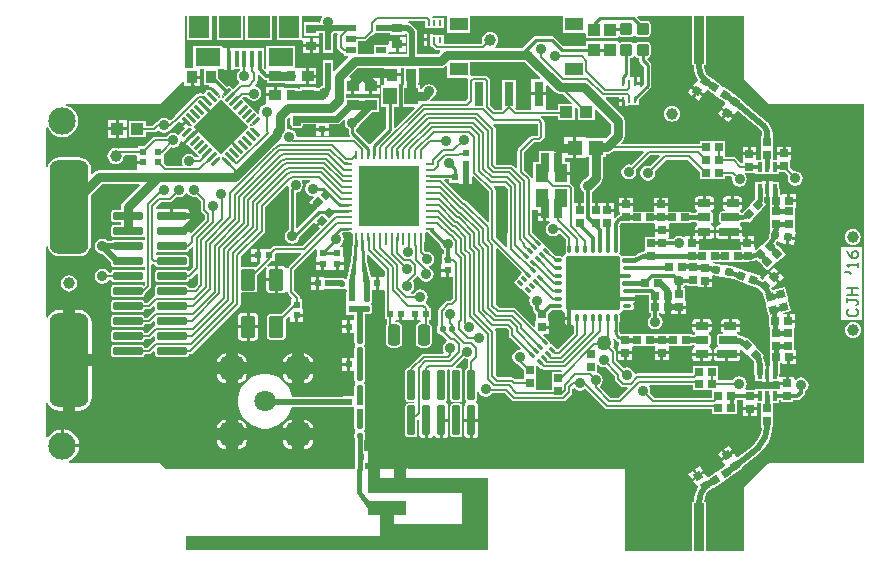
<source format=gtl>
G04 Layer_Physical_Order=1*
G04 Layer_Color=255*
%FSLAX25Y25*%
%MOIN*%
G70*
G01*
G75*
%ADD10C,0.01181*%
%ADD11C,0.01575*%
%ADD12C,0.02000*%
%ADD13C,0.01000*%
%ADD14R,0.02559X0.02559*%
%ADD15R,0.02559X0.02559*%
G04:AMPARAMS|DCode=16|XSize=25.59mil|YSize=98.43mil|CornerRadius=1.28mil|HoleSize=0mil|Usage=FLASHONLY|Rotation=0.000|XOffset=0mil|YOffset=0mil|HoleType=Round|Shape=RoundedRectangle|*
%AMROUNDEDRECTD16*
21,1,0.02559,0.09587,0,0,0.0*
21,1,0.02303,0.09843,0,0,0.0*
1,1,0.00256,0.01152,-0.04793*
1,1,0.00256,-0.01152,-0.04793*
1,1,0.00256,-0.01152,0.04793*
1,1,0.00256,0.01152,0.04793*
%
%ADD16ROUNDEDRECTD16*%
G04:AMPARAMS|DCode=17|XSize=98.43mil|YSize=25.59mil|CornerRadius=1.28mil|HoleSize=0mil|Usage=FLASHONLY|Rotation=0.000|XOffset=0mil|YOffset=0mil|HoleType=Round|Shape=RoundedRectangle|*
%AMROUNDEDRECTD17*
21,1,0.09843,0.02303,0,0,0.0*
21,1,0.09587,0.02559,0,0,0.0*
1,1,0.00256,0.04793,-0.01152*
1,1,0.00256,-0.04793,-0.01152*
1,1,0.00256,-0.04793,0.01152*
1,1,0.00256,0.04793,0.01152*
%
%ADD17ROUNDEDRECTD17*%
G04:AMPARAMS|DCode=18|XSize=11.81mil|YSize=31.5mil|CornerRadius=0mil|HoleSize=0mil|Usage=FLASHONLY|Rotation=225.000|XOffset=0mil|YOffset=0mil|HoleType=Round|Shape=Rectangle|*
%AMROTATEDRECTD18*
4,1,4,-0.00696,0.01531,0.01531,-0.00696,0.00696,-0.01531,-0.01531,0.00696,-0.00696,0.01531,0.0*
%
%ADD18ROTATEDRECTD18*%

G04:AMPARAMS|DCode=19|XSize=11.81mil|YSize=39.37mil|CornerRadius=0mil|HoleSize=0mil|Usage=FLASHONLY|Rotation=225.000|XOffset=0mil|YOffset=0mil|HoleType=Round|Shape=Rectangle|*
%AMROTATEDRECTD19*
4,1,4,-0.00974,0.01810,0.01810,-0.00974,0.00974,-0.01810,-0.01810,0.00974,-0.00974,0.01810,0.0*
%
%ADD19ROTATEDRECTD19*%

G04:AMPARAMS|DCode=20|XSize=11.81mil|YSize=31.5mil|CornerRadius=0mil|HoleSize=0mil|Usage=FLASHONLY|Rotation=135.000|XOffset=0mil|YOffset=0mil|HoleType=Round|Shape=Rectangle|*
%AMROTATEDRECTD20*
4,1,4,0.01531,0.00696,-0.00696,-0.01531,-0.01531,-0.00696,0.00696,0.01531,0.01531,0.00696,0.0*
%
%ADD20ROTATEDRECTD20*%

G04:AMPARAMS|DCode=21|XSize=11.81mil|YSize=39.37mil|CornerRadius=0mil|HoleSize=0mil|Usage=FLASHONLY|Rotation=135.000|XOffset=0mil|YOffset=0mil|HoleType=Round|Shape=Rectangle|*
%AMROTATEDRECTD21*
4,1,4,0.01810,0.00974,-0.00974,-0.01810,-0.01810,-0.00974,0.00974,0.01810,0.01810,0.00974,0.0*
%
%ADD21ROTATEDRECTD21*%

%ADD22P,0.18374X4X180.0*%
%ADD23R,0.04331X0.03937*%
%ADD24R,0.02441X0.02441*%
%ADD25P,0.03619X4X350.0*%
%ADD26P,0.03619X4X385.0*%
%ADD27P,0.03619X4X215.0*%
%ADD28P,0.03619X4X180.0*%
%ADD29P,0.03619X4X320.0*%
%ADD30P,0.03619X4X273.0*%
%ADD31P,0.03619X4X85.0*%
%ADD32R,0.03937X0.04331*%
%ADD33P,0.03619X4X190.0*%
%ADD34P,0.03619X4X100.0*%
%ADD35P,0.03452X4X180.0*%
%ADD36R,0.03543X0.03937*%
%ADD37R,0.04528X0.05709*%
%ADD38R,0.03543X0.03150*%
%ADD39R,0.07480X0.07480*%
%ADD40R,0.07087X0.07480*%
%ADD41R,0.08268X0.06299*%
%ADD42R,0.01575X0.05315*%
%ADD43R,0.02441X0.02441*%
G04:AMPARAMS|DCode=44|XSize=39.37mil|YSize=70.87mil|CornerRadius=9.84mil|HoleSize=0mil|Usage=FLASHONLY|Rotation=180.000|XOffset=0mil|YOffset=0mil|HoleType=Round|Shape=RoundedRectangle|*
%AMROUNDEDRECTD44*
21,1,0.03937,0.05118,0,0,180.0*
21,1,0.01969,0.07087,0,0,180.0*
1,1,0.01969,-0.00984,0.02559*
1,1,0.01969,0.00984,0.02559*
1,1,0.01969,0.00984,-0.02559*
1,1,0.01969,-0.00984,-0.02559*
%
%ADD44ROUNDEDRECTD44*%
G04:AMPARAMS|DCode=45|XSize=9.84mil|YSize=19.69mil|CornerRadius=0mil|HoleSize=0mil|Usage=FLASHONLY|Rotation=45.000|XOffset=0mil|YOffset=0mil|HoleType=Round|Shape=Rectangle|*
%AMROTATEDRECTD45*
4,1,4,0.00348,-0.01044,-0.01044,0.00348,-0.00348,0.01044,0.01044,-0.00348,0.00348,-0.01044,0.0*
%
%ADD45ROTATEDRECTD45*%

%ADD46R,0.04331X0.05906*%
%ADD47P,0.03619X4X150.0*%
%ADD48R,0.01575X0.03347*%
G04:AMPARAMS|DCode=49|XSize=43.31mil|YSize=25.59mil|CornerRadius=0.64mil|HoleSize=0mil|Usage=FLASHONLY|Rotation=180.000|XOffset=0mil|YOffset=0mil|HoleType=Round|Shape=RoundedRectangle|*
%AMROUNDEDRECTD49*
21,1,0.04331,0.02431,0,0,180.0*
21,1,0.04203,0.02559,0,0,180.0*
1,1,0.00128,-0.02101,0.01216*
1,1,0.00128,0.02101,0.01216*
1,1,0.00128,0.02101,-0.01216*
1,1,0.00128,-0.02101,-0.01216*
%
%ADD49ROUNDEDRECTD49*%
G04:AMPARAMS|DCode=50|XSize=59.06mil|YSize=25.59mil|CornerRadius=0.64mil|HoleSize=0mil|Usage=FLASHONLY|Rotation=180.000|XOffset=0mil|YOffset=0mil|HoleType=Round|Shape=RoundedRectangle|*
%AMROUNDEDRECTD50*
21,1,0.05906,0.02431,0,0,180.0*
21,1,0.05778,0.02559,0,0,180.0*
1,1,0.00128,-0.02889,0.01216*
1,1,0.00128,0.02889,0.01216*
1,1,0.00128,0.02889,-0.01216*
1,1,0.00128,-0.02889,-0.01216*
%
%ADD50ROUNDEDRECTD50*%
G04:AMPARAMS|DCode=51|XSize=66.93mil|YSize=25.59mil|CornerRadius=0.64mil|HoleSize=0mil|Usage=FLASHONLY|Rotation=180.000|XOffset=0mil|YOffset=0mil|HoleType=Round|Shape=RoundedRectangle|*
%AMROUNDEDRECTD51*
21,1,0.06693,0.02431,0,0,180.0*
21,1,0.06565,0.02559,0,0,180.0*
1,1,0.00128,-0.03283,0.01216*
1,1,0.00128,0.03283,0.01216*
1,1,0.00128,0.03283,-0.01216*
1,1,0.00128,-0.03283,-0.01216*
%
%ADD51ROUNDEDRECTD51*%
G04:AMPARAMS|DCode=52|XSize=35.43mil|YSize=157.48mil|CornerRadius=1.77mil|HoleSize=0mil|Usage=FLASHONLY|Rotation=180.000|XOffset=0mil|YOffset=0mil|HoleType=Round|Shape=RoundedRectangle|*
%AMROUNDEDRECTD52*
21,1,0.03543,0.15394,0,0,180.0*
21,1,0.03189,0.15748,0,0,180.0*
1,1,0.00354,-0.01595,0.07697*
1,1,0.00354,0.01595,0.07697*
1,1,0.00354,0.01595,-0.07697*
1,1,0.00354,-0.01595,-0.07697*
%
%ADD52ROUNDEDRECTD52*%
%ADD53P,0.03619X4X270.0*%
%ADD54R,0.05118X0.05118*%
G04:AMPARAMS|DCode=55|XSize=21.26mil|YSize=21.65mil|CornerRadius=5.32mil|HoleSize=0mil|Usage=FLASHONLY|Rotation=180.000|XOffset=0mil|YOffset=0mil|HoleType=Round|Shape=RoundedRectangle|*
%AMROUNDEDRECTD55*
21,1,0.02126,0.01102,0,0,180.0*
21,1,0.01063,0.02165,0,0,180.0*
1,1,0.01063,-0.00532,0.00551*
1,1,0.01063,0.00532,0.00551*
1,1,0.01063,0.00532,-0.00551*
1,1,0.01063,-0.00532,-0.00551*
%
%ADD55ROUNDEDRECTD55*%
G04:AMPARAMS|DCode=56|XSize=21.26mil|YSize=21.65mil|CornerRadius=5.32mil|HoleSize=0mil|Usage=FLASHONLY|Rotation=180.000|XOffset=0mil|YOffset=0mil|HoleType=Round|Shape=RoundedRectangle|*
%AMROUNDEDRECTD56*
21,1,0.02126,0.01102,0,0,180.0*
21,1,0.01063,0.02165,0,0,180.0*
1,1,0.01063,-0.00532,0.00551*
1,1,0.01063,0.00532,0.00551*
1,1,0.01063,0.00532,-0.00551*
1,1,0.01063,-0.00532,-0.00551*
%
%ADD56ROUNDEDRECTD56*%
G04:AMPARAMS|DCode=57|XSize=21.26mil|YSize=21.65mil|CornerRadius=5.32mil|HoleSize=0mil|Usage=FLASHONLY|Rotation=90.000|XOffset=0mil|YOffset=0mil|HoleType=Round|Shape=RoundedRectangle|*
%AMROUNDEDRECTD57*
21,1,0.02126,0.01102,0,0,90.0*
21,1,0.01063,0.02165,0,0,90.0*
1,1,0.01063,0.00551,0.00532*
1,1,0.01063,0.00551,-0.00532*
1,1,0.01063,-0.00551,-0.00532*
1,1,0.01063,-0.00551,0.00532*
%
%ADD57ROUNDEDRECTD57*%
G04:AMPARAMS|DCode=58|XSize=21.26mil|YSize=21.65mil|CornerRadius=5.32mil|HoleSize=0mil|Usage=FLASHONLY|Rotation=90.000|XOffset=0mil|YOffset=0mil|HoleType=Round|Shape=RoundedRectangle|*
%AMROUNDEDRECTD58*
21,1,0.02126,0.01102,0,0,90.0*
21,1,0.01063,0.02165,0,0,90.0*
1,1,0.01063,0.00551,0.00532*
1,1,0.01063,0.00551,-0.00532*
1,1,0.01063,-0.00551,-0.00532*
1,1,0.01063,-0.00551,0.00532*
%
%ADD58ROUNDEDRECTD58*%
G04:AMPARAMS|DCode=59|XSize=70.87mil|YSize=47.24mil|CornerRadius=2.36mil|HoleSize=0mil|Usage=FLASHONLY|Rotation=90.000|XOffset=0mil|YOffset=0mil|HoleType=Round|Shape=RoundedRectangle|*
%AMROUNDEDRECTD59*
21,1,0.07087,0.04252,0,0,90.0*
21,1,0.06614,0.04724,0,0,90.0*
1,1,0.00472,0.02126,0.03307*
1,1,0.00472,0.02126,-0.03307*
1,1,0.00472,-0.02126,-0.03307*
1,1,0.00472,-0.02126,0.03307*
%
%ADD59ROUNDEDRECTD59*%
%ADD60R,0.02756X0.03740*%
%ADD61R,0.03937X0.03543*%
%ADD62C,0.05000*%
G04:AMPARAMS|DCode=63|XSize=29.61mil|YSize=35.43mil|CornerRadius=7.4mil|HoleSize=0mil|Usage=FLASHONLY|Rotation=180.000|XOffset=0mil|YOffset=0mil|HoleType=Round|Shape=RoundedRectangle|*
%AMROUNDEDRECTD63*
21,1,0.02961,0.02063,0,0,180.0*
21,1,0.01480,0.03543,0,0,180.0*
1,1,0.01480,-0.00740,0.01032*
1,1,0.01480,0.00740,0.01032*
1,1,0.01480,0.00740,-0.01032*
1,1,0.01480,-0.00740,-0.01032*
%
%ADD63ROUNDEDRECTD63*%
G04:AMPARAMS|DCode=64|XSize=29.61mil|YSize=35.43mil|CornerRadius=7.4mil|HoleSize=0mil|Usage=FLASHONLY|Rotation=180.000|XOffset=0mil|YOffset=0mil|HoleType=Round|Shape=RoundedRectangle|*
%AMROUNDEDRECTD64*
21,1,0.02961,0.02063,0,0,180.0*
21,1,0.01480,0.03543,0,0,180.0*
1,1,0.01480,-0.00740,0.01032*
1,1,0.01480,0.00740,0.01032*
1,1,0.01480,0.00740,-0.01032*
1,1,0.01480,-0.00740,-0.01032*
%
%ADD64ROUNDEDRECTD64*%
G04:AMPARAMS|DCode=65|XSize=39.37mil|YSize=39.37mil|CornerRadius=5.91mil|HoleSize=0mil|Usage=FLASHONLY|Rotation=180.000|XOffset=0mil|YOffset=0mil|HoleType=Round|Shape=RoundedRectangle|*
%AMROUNDEDRECTD65*
21,1,0.03937,0.02756,0,0,180.0*
21,1,0.02756,0.03937,0,0,180.0*
1,1,0.01181,-0.01378,0.01378*
1,1,0.01181,0.01378,0.01378*
1,1,0.01181,0.01378,-0.01378*
1,1,0.01181,-0.01378,-0.01378*
%
%ADD65ROUNDEDRECTD65*%
%ADD66P,0.03619X4X260.0*%
%ADD67O,0.00984X0.03150*%
%ADD68O,0.03150X0.00984*%
%ADD69R,0.20079X0.20276*%
G04:AMPARAMS|DCode=70|XSize=39.37mil|YSize=140.55mil|CornerRadius=0.98mil|HoleSize=0mil|Usage=FLASHONLY|Rotation=270.000|XOffset=0mil|YOffset=0mil|HoleType=Round|Shape=RoundedRectangle|*
%AMROUNDEDRECTD70*
21,1,0.03937,0.13858,0,0,270.0*
21,1,0.03740,0.14055,0,0,270.0*
1,1,0.00197,-0.06929,-0.01870*
1,1,0.00197,-0.06929,0.01870*
1,1,0.00197,0.06929,0.01870*
1,1,0.00197,0.06929,-0.01870*
%
%ADD70ROUNDEDRECTD70*%
G04:AMPARAMS|DCode=71|XSize=39.37mil|YSize=140.55mil|CornerRadius=0.98mil|HoleSize=0mil|Usage=FLASHONLY|Rotation=180.000|XOffset=0mil|YOffset=0mil|HoleType=Round|Shape=RoundedRectangle|*
%AMROUNDEDRECTD71*
21,1,0.03937,0.13858,0,0,180.0*
21,1,0.03740,0.14055,0,0,180.0*
1,1,0.00197,-0.01870,0.06929*
1,1,0.00197,0.01870,0.06929*
1,1,0.00197,0.01870,-0.06929*
1,1,0.00197,-0.01870,-0.06929*
%
%ADD71ROUNDEDRECTD71*%
G04:AMPARAMS|DCode=72|XSize=39.37mil|YSize=127.56mil|CornerRadius=0.98mil|HoleSize=0mil|Usage=FLASHONLY|Rotation=180.000|XOffset=0mil|YOffset=0mil|HoleType=Round|Shape=RoundedRectangle|*
%AMROUNDEDRECTD72*
21,1,0.03937,0.12559,0,0,180.0*
21,1,0.03740,0.12756,0,0,180.0*
1,1,0.00197,-0.01870,0.06280*
1,1,0.00197,0.01870,0.06280*
1,1,0.00197,0.01870,-0.06280*
1,1,0.00197,-0.01870,-0.06280*
%
%ADD72ROUNDEDRECTD72*%
G04:AMPARAMS|DCode=73|XSize=39.37mil|YSize=127.56mil|CornerRadius=0.98mil|HoleSize=0mil|Usage=FLASHONLY|Rotation=90.000|XOffset=0mil|YOffset=0mil|HoleType=Round|Shape=RoundedRectangle|*
%AMROUNDEDRECTD73*
21,1,0.03937,0.12559,0,0,90.0*
21,1,0.03740,0.12756,0,0,90.0*
1,1,0.00197,0.06280,0.01870*
1,1,0.00197,0.06280,-0.01870*
1,1,0.00197,-0.06280,-0.01870*
1,1,0.00197,-0.06280,0.01870*
%
%ADD73ROUNDEDRECTD73*%
G04:AMPARAMS|DCode=74|XSize=39.37mil|YSize=149.61mil|CornerRadius=0.98mil|HoleSize=0mil|Usage=FLASHONLY|Rotation=90.000|XOffset=0mil|YOffset=0mil|HoleType=Round|Shape=RoundedRectangle|*
%AMROUNDEDRECTD74*
21,1,0.03937,0.14764,0,0,90.0*
21,1,0.03740,0.14961,0,0,90.0*
1,1,0.00197,0.07382,0.01870*
1,1,0.00197,0.07382,-0.01870*
1,1,0.00197,-0.07382,-0.01870*
1,1,0.00197,-0.07382,0.01870*
%
%ADD74ROUNDEDRECTD74*%
G04:AMPARAMS|DCode=75|XSize=39.37mil|YSize=149.61mil|CornerRadius=0.98mil|HoleSize=0mil|Usage=FLASHONLY|Rotation=0.000|XOffset=0mil|YOffset=0mil|HoleType=Round|Shape=RoundedRectangle|*
%AMROUNDEDRECTD75*
21,1,0.03937,0.14764,0,0,0.0*
21,1,0.03740,0.14961,0,0,0.0*
1,1,0.00197,0.01870,-0.07382*
1,1,0.00197,-0.01870,-0.07382*
1,1,0.00197,-0.01870,0.07382*
1,1,0.00197,0.01870,0.07382*
%
%ADD75ROUNDEDRECTD75*%
G04:AMPARAMS|DCode=76|XSize=78.74mil|YSize=78.74mil|CornerRadius=18.9mil|HoleSize=0mil|Usage=FLASHONLY|Rotation=180.000|XOffset=0mil|YOffset=0mil|HoleType=Round|Shape=RoundedRectangle|*
%AMROUNDEDRECTD76*
21,1,0.07874,0.04095,0,0,180.0*
21,1,0.04095,0.07874,0,0,180.0*
1,1,0.03780,-0.02047,0.02047*
1,1,0.03780,0.02047,0.02047*
1,1,0.03780,0.02047,-0.02047*
1,1,0.03780,-0.02047,-0.02047*
%
%ADD76ROUNDEDRECTD76*%
G04:AMPARAMS|DCode=77|XSize=78.74mil|YSize=78.74mil|CornerRadius=18.9mil|HoleSize=0mil|Usage=FLASHONLY|Rotation=90.000|XOffset=0mil|YOffset=0mil|HoleType=Round|Shape=RoundedRectangle|*
%AMROUNDEDRECTD77*
21,1,0.07874,0.04095,0,0,90.0*
21,1,0.04095,0.07874,0,0,90.0*
1,1,0.03780,0.02047,0.02047*
1,1,0.03780,0.02047,-0.02047*
1,1,0.03780,-0.02047,-0.02047*
1,1,0.03780,-0.02047,0.02047*
%
%ADD77ROUNDEDRECTD77*%
G04:AMPARAMS|DCode=78|XSize=78.74mil|YSize=78.74mil|CornerRadius=18.9mil|HoleSize=0mil|Usage=FLASHONLY|Rotation=90.000|XOffset=0mil|YOffset=0mil|HoleType=Round|Shape=RoundedRectangle|*
%AMROUNDEDRECTD78*
21,1,0.07874,0.04095,0,0,90.0*
21,1,0.04095,0.07874,0,0,90.0*
1,1,0.03780,0.02047,0.02047*
1,1,0.03780,0.02047,-0.02047*
1,1,0.03780,-0.02047,-0.02047*
1,1,0.03780,-0.02047,0.02047*
%
%ADD78ROUNDEDRECTD78*%
G04:AMPARAMS|DCode=79|XSize=78.74mil|YSize=78.74mil|CornerRadius=18.9mil|HoleSize=0mil|Usage=FLASHONLY|Rotation=90.000|XOffset=0mil|YOffset=0mil|HoleType=Round|Shape=RoundedRectangle|*
%AMROUNDEDRECTD79*
21,1,0.07874,0.04095,0,0,90.0*
21,1,0.04095,0.07874,0,0,90.0*
1,1,0.03780,0.02047,0.02047*
1,1,0.03780,0.02047,-0.02047*
1,1,0.03780,-0.02047,-0.02047*
1,1,0.03780,-0.02047,0.02047*
%
%ADD79ROUNDEDRECTD79*%
%ADD80C,0.07091*%
%ADD81R,0.01811X0.01969*%
%ADD82R,0.03937X0.01969*%
G04:AMPARAMS|DCode=83|XSize=181.1mil|YSize=181.1mil|CornerRadius=4.53mil|HoleSize=0mil|Usage=FLASHONLY|Rotation=270.000|XOffset=0mil|YOffset=0mil|HoleType=Round|Shape=RoundedRectangle|*
%AMROUNDEDRECTD83*
21,1,0.18110,0.17205,0,0,270.0*
21,1,0.17205,0.18110,0,0,270.0*
1,1,0.00906,-0.08602,-0.08602*
1,1,0.00906,-0.08602,0.08602*
1,1,0.00906,0.08602,0.08602*
1,1,0.00906,0.08602,-0.08602*
%
%ADD83ROUNDEDRECTD83*%
%ADD84O,0.01181X0.03150*%
%ADD85O,0.03150X0.01181*%
%ADD86R,0.06102X0.04331*%
%ADD87R,0.03150X0.07874*%
%ADD88C,0.03937*%
%ADD89R,0.03347X0.02362*%
%ADD90R,0.00984X0.01969*%
%ADD91R,0.01969X0.05709*%
%ADD92C,0.01200*%
%ADD93C,0.01900*%
%ADD94C,0.03150*%
%ADD95C,0.00800*%
%ADD96C,0.00700*%
%ADD97C,0.02362*%
%ADD98C,0.02500*%
%ADD99C,0.02953*%
%ADD100C,0.01969*%
%ADD101R,0.06300X0.06000*%
%ADD102R,0.03937X0.03439*%
%ADD103R,0.01800X0.03339*%
%ADD104R,0.14374X0.01900*%
%ADD105C,0.09100*%
G04:AMPARAMS|DCode=106|XSize=86.61mil|YSize=173.23mil|CornerRadius=4.33mil|HoleSize=0mil|Usage=FLASHONLY|Rotation=180.000|XOffset=0mil|YOffset=0mil|HoleType=Round|Shape=RoundedRectangle|*
%AMROUNDEDRECTD106*
21,1,0.08661,0.16457,0,0,180.0*
21,1,0.07795,0.17323,0,0,180.0*
1,1,0.00866,-0.03898,0.08228*
1,1,0.00866,0.03898,0.08228*
1,1,0.00866,0.03898,-0.08228*
1,1,0.00866,-0.03898,-0.08228*
%
%ADD106ROUNDEDRECTD106*%
G04:AMPARAMS|DCode=107|XSize=129.92mil|YSize=314.96mil|CornerRadius=32.48mil|HoleSize=0mil|Usage=FLASHONLY|Rotation=0.000|XOffset=0mil|YOffset=0mil|HoleType=Round|Shape=RoundedRectangle|*
%AMROUNDEDRECTD107*
21,1,0.12992,0.25000,0,0,0.0*
21,1,0.06496,0.31496,0,0,0.0*
1,1,0.06496,0.03248,-0.12500*
1,1,0.06496,-0.03248,-0.12500*
1,1,0.06496,-0.03248,0.12500*
1,1,0.06496,0.03248,0.12500*
%
%ADD107ROUNDEDRECTD107*%
%ADD108C,0.03500*%
%ADD109C,0.03940*%
G36*
X58782Y42217D02*
X58782Y41104D01*
X57947Y41939D01*
X58504Y42496D01*
X58782Y42217D01*
D02*
G37*
G36*
X60453Y41939D02*
X59618Y41104D01*
X59618Y42217D01*
X59896Y42496D01*
X60453Y41939D01*
D02*
G37*
G36*
X49532Y48684D02*
X47433Y46585D01*
X48204Y45814D01*
X48416Y46026D01*
X52082Y42360D01*
X51740Y41995D01*
X50748D01*
X50366Y42566D01*
X49556Y43108D01*
X48600Y43298D01*
X47644Y43108D01*
X46834Y42566D01*
X46292Y41756D01*
X46102Y40800D01*
X46292Y39844D01*
X46518Y39506D01*
X46282Y39065D01*
X41177D01*
X40220Y40022D01*
Y43015D01*
X40465Y43179D01*
X42639Y45353D01*
X43400Y45202D01*
X44356Y45392D01*
X45166Y45934D01*
X45708Y46744D01*
X45850Y47460D01*
X46382Y47636D01*
X46725Y47292D01*
X48825Y49391D01*
X49532Y48684D01*
D02*
G37*
G36*
X148590Y30524D02*
Y20529D01*
X148128Y20337D01*
X141123Y27343D01*
X140759Y27586D01*
X140330Y27672D01*
X140330Y27672D01*
X140315D01*
X133711Y34275D01*
X133902Y34737D01*
X135308D01*
Y33579D01*
X138551D01*
Y33279D01*
X140272D01*
Y35500D01*
X141272D01*
Y33279D01*
X142992D01*
Y35469D01*
X143454Y35660D01*
X148590Y30524D01*
D02*
G37*
G36*
X88948Y33928D02*
X88844Y33908D01*
X88034Y33366D01*
X87492Y32556D01*
X87302Y31600D01*
X87492Y30644D01*
X88034Y29834D01*
X88844Y29292D01*
X89800Y29102D01*
X89993Y29140D01*
X90239Y28680D01*
X88607Y27047D01*
X89824Y25831D01*
X91394Y27401D01*
X92101Y26694D01*
X90531Y25124D01*
X90909Y24746D01*
X90908Y24738D01*
X84736Y18566D01*
X84273Y18757D01*
Y30237D01*
X85056Y30392D01*
X85866Y30934D01*
X86408Y31744D01*
X86598Y32700D01*
X86408Y33656D01*
X86186Y33988D01*
X86422Y34428D01*
X88898D01*
X88948Y33928D01*
D02*
G37*
G36*
X48004Y30176D02*
X48434Y29534D01*
X49244Y28992D01*
X50200Y28802D01*
X51021Y28965D01*
X52629Y27356D01*
Y24540D01*
X52711Y24130D01*
X52943Y23783D01*
X53929Y22797D01*
Y21386D01*
X49296Y16752D01*
X48796Y16959D01*
Y17000D01*
X42852D01*
Y18000D01*
X48796D01*
Y18652D01*
X48708Y19092D01*
X48459Y19465D01*
X48086Y19714D01*
X47930Y19745D01*
Y20255D01*
X48086Y20286D01*
X48459Y20535D01*
X48708Y20908D01*
X48796Y21348D01*
Y22000D01*
X42852D01*
Y22500D01*
X42352D01*
Y24802D01*
X38059D01*
X37708Y25164D01*
X37685Y25591D01*
X39123Y27029D01*
X42100D01*
X42510Y27111D01*
X42857Y27343D01*
X44379Y28865D01*
X45200Y28702D01*
X46156Y28892D01*
X46966Y29434D01*
X47456Y30166D01*
X47459Y30167D01*
X47805Y30204D01*
X48004Y30176D01*
D02*
G37*
G36*
X233429Y68600D02*
X233511Y68190D01*
X233743Y67843D01*
X241543Y60043D01*
X241543Y60043D01*
X241890Y59811D01*
X242300Y59729D01*
X242300Y59729D01*
X273729D01*
Y-59729D01*
X242300D01*
X242300Y-59729D01*
X241890Y-59811D01*
X241543Y-60043D01*
X241543Y-60043D01*
X233743Y-67843D01*
X233511Y-68190D01*
X233429Y-68600D01*
Y-89229D01*
X221280D01*
X221089Y-88997D01*
Y-73603D01*
X221021Y-73261D01*
X220827Y-72971D01*
X220537Y-72777D01*
X220317Y-72733D01*
X220493Y-71393D01*
X221054Y-70039D01*
X221331Y-69678D01*
X223399Y-68230D01*
X223431Y-68275D01*
X226569Y-66078D01*
X226979Y-65791D01*
X227084Y-65717D01*
X230222Y-63520D01*
X230186Y-63469D01*
X233199Y-61360D01*
X233049Y-61145D01*
X237327Y-57996D01*
X237416Y-57899D01*
X237526Y-57826D01*
X239697Y-55655D01*
X239699Y-55657D01*
X240895Y-54256D01*
X241857Y-52686D01*
X242562Y-50985D01*
X242992Y-49194D01*
X243090Y-47945D01*
X243379D01*
Y-44114D01*
X243379Y-43614D01*
X243379Y-43486D01*
Y-39977D01*
X245413D01*
Y-38929D01*
X246021D01*
Y-39645D01*
X249979D01*
Y-38929D01*
X251396D01*
X251904Y-38828D01*
X252333Y-38541D01*
X253537Y-37337D01*
X253825Y-36907D01*
X253925Y-36400D01*
Y-35861D01*
X254366Y-35566D01*
X254908Y-34756D01*
X255098Y-33800D01*
X254908Y-32844D01*
X254366Y-32034D01*
X253556Y-31492D01*
X252600Y-31302D01*
X251644Y-31492D01*
X250834Y-32034D01*
X250780Y-32115D01*
X250279Y-31963D01*
Y-31055D01*
X248500D01*
Y-33335D01*
X248000D01*
Y-33835D01*
X245721D01*
Y-34858D01*
X245413Y-35230D01*
X242438D01*
Y-35230D01*
X240295D01*
Y-35230D01*
X237320D01*
Y-35455D01*
X234166D01*
X233908Y-34955D01*
X234308Y-34356D01*
X234498Y-33400D01*
X234308Y-32444D01*
X233766Y-31634D01*
X232956Y-31092D01*
X232000Y-30902D01*
X231044Y-31092D01*
X230234Y-31634D01*
X229803Y-32278D01*
X224945D01*
Y-31521D01*
X224845D01*
Y-27621D01*
X221014D01*
X220886Y-27621D01*
X220514D01*
X220386Y-27621D01*
X216555D01*
Y-29993D01*
X216550Y-29999D01*
X198010D01*
X198010Y-29999D01*
X197581Y-30084D01*
X197532Y-30117D01*
X196976Y-29887D01*
X196908Y-29544D01*
X196366Y-28734D01*
X195556Y-28192D01*
X194600Y-28002D01*
X193644Y-28192D01*
X193605Y-28218D01*
X191022Y-25635D01*
Y-22900D01*
X191022Y-22900D01*
X190936Y-22471D01*
X190693Y-22107D01*
X189914Y-21328D01*
X190118Y-20835D01*
X190228Y-20000D01*
X190118Y-19165D01*
X189795Y-18386D01*
X190201Y-18116D01*
X190748Y-18829D01*
X191601Y-19484D01*
X192020Y-19657D01*
Y-20779D01*
X191720Y-20851D01*
Y-22631D01*
X194000D01*
X196280D01*
Y-21430D01*
X196743Y-20945D01*
X199686D01*
X199814Y-20945D01*
X200314Y-20945D01*
X203684D01*
X203921Y-20945D01*
X203921Y-21258D01*
Y-22631D01*
X206200D01*
X208479D01*
Y-20851D01*
X208950Y-20779D01*
X211686D01*
X212186Y-20779D01*
X212314Y-20779D01*
X216145D01*
Y-20533D01*
X216901D01*
X216923Y-20566D01*
X217176Y-20735D01*
X217272Y-20754D01*
X217272Y-21264D01*
X217059Y-21307D01*
X216707Y-21542D01*
X216472Y-21894D01*
X216389Y-22309D01*
Y-23024D01*
X219576D01*
X222762D01*
Y-22309D01*
X222679Y-21894D01*
X222444Y-21542D01*
X222092Y-21307D01*
X221879Y-21264D01*
X221879Y-20754D01*
X221975Y-20735D01*
X222228Y-20566D01*
X222397Y-20314D01*
X222456Y-20016D01*
Y-17584D01*
X222397Y-17286D01*
X222228Y-17034D01*
X221975Y-16865D01*
X221879Y-16846D01*
Y-16336D01*
X222092Y-16293D01*
X222444Y-16058D01*
X222679Y-15706D01*
X222762Y-15291D01*
Y-14576D01*
X219576D01*
X216389D01*
Y-15291D01*
X216472Y-15706D01*
X216707Y-16058D01*
X217059Y-16293D01*
X217272Y-16336D01*
Y-16846D01*
X217176Y-16865D01*
X216923Y-17034D01*
X216901Y-17067D01*
X216145D01*
Y-16820D01*
X212314D01*
X211814Y-16820D01*
X211686Y-16820D01*
X207855D01*
Y-16820D01*
X204221D01*
X204145Y-16986D01*
X200314D01*
X200186Y-16986D01*
X199686Y-16986D01*
X195979D01*
Y-16820D01*
X192300D01*
X192122Y-16554D01*
X191998Y-15931D01*
X192001Y-15917D01*
Y-13062D01*
X192093Y-12598D01*
Y-10630D01*
X191993Y-10126D01*
X192244Y-9976D01*
X192269Y-9971D01*
X192750Y-9650D01*
X193071Y-9169D01*
X193076Y-9144D01*
X193226Y-8893D01*
X193730Y-8993D01*
X195698D01*
X196202Y-8893D01*
X196629Y-8608D01*
X196914Y-8181D01*
X197014Y-7677D01*
X196914Y-7174D01*
X196751Y-6929D01*
X196792Y-6300D01*
X196845Y-6265D01*
X197197Y-5739D01*
X197221Y-5618D01*
X194714D01*
Y-4618D01*
X197221D01*
X197197Y-4498D01*
X197135Y-4405D01*
X197402Y-3905D01*
X201955D01*
Y-6080D01*
Y-9780D01*
X202675D01*
Y-10739D01*
X202234Y-11034D01*
X201692Y-11844D01*
X201502Y-12800D01*
X201692Y-13756D01*
X202234Y-14566D01*
X203044Y-15108D01*
X204000Y-15298D01*
X204956Y-15108D01*
X205766Y-14566D01*
X206308Y-13756D01*
X206498Y-12800D01*
X206308Y-11844D01*
X205766Y-11034D01*
X205326Y-10739D01*
Y-9780D01*
X205914D01*
X205986Y-10080D01*
X207765D01*
Y-7800D01*
X208765D01*
Y-10080D01*
X209720D01*
Y-10245D01*
X211500D01*
Y-7965D01*
X212000D01*
Y-7465D01*
X214280D01*
Y-5686D01*
X213980Y-5614D01*
Y-1655D01*
X213326D01*
Y-1161D01*
X213766Y-866D01*
X214061Y-426D01*
X214620D01*
Y-745D01*
X218320D01*
Y-1345D01*
X220100D01*
Y935D01*
X220600D01*
Y1435D01*
X222880D01*
Y2399D01*
X223263Y2721D01*
X225901Y2255D01*
X226027Y2233D01*
X226393Y2169D01*
X230094Y1516D01*
X230128Y1457D01*
Y1457D01*
X233728Y147D01*
X233848Y103D01*
X234198Y-24D01*
X234318Y-68D01*
X237918Y-1378D01*
X237918Y-1378D01*
X238414Y-1476D01*
X239638Y-2700D01*
X239876Y-3100D01*
X240005Y-3583D01*
X240867Y-6800D01*
X240900Y-6924D01*
X241030Y-7407D01*
X242016Y-11088D01*
Y-14585D01*
X242320D01*
Y-18286D01*
X242320Y-18414D01*
X242320Y-18914D01*
Y-22621D01*
X242255D01*
Y-26579D01*
X242409D01*
Y-27450D01*
X241867D01*
Y-30123D01*
Y-32797D01*
X243154D01*
Y-32497D01*
X245220D01*
X245413Y-32497D01*
X245692Y-32835D01*
X247500D01*
Y-31055D01*
X245913D01*
X245721Y-31055D01*
X245413Y-30682D01*
Y-30270D01*
X245442Y-30123D01*
Y-26579D01*
X246214D01*
X246286Y-26880D01*
X248065D01*
Y-24600D01*
X248565D01*
Y-24100D01*
X250845D01*
Y-22321D01*
X250279D01*
Y-18914D01*
X250279Y-18414D01*
X250279Y-18286D01*
Y-14886D01*
X250606D01*
Y-13106D01*
X248326D01*
Y-12606D01*
X247826D01*
Y-10327D01*
X246707D01*
X246641Y-9826D01*
X249385Y-9091D01*
X248393Y-5391D01*
X248264Y-4908D01*
X248231Y-4784D01*
X247239Y-1084D01*
X243415Y-2109D01*
X243426Y-2149D01*
X242930Y-2282D01*
X242606Y-1594D01*
X243153Y-1046D01*
X243631Y-993D01*
X244889Y266D01*
X243278Y1878D01*
X241666Y3489D01*
X240622Y2446D01*
X240407Y2231D01*
X240354Y1753D01*
X239851Y1250D01*
X239030Y1677D01*
X239272Y2342D01*
X235672Y3653D01*
X235552Y3697D01*
X235202Y3824D01*
X235082Y3868D01*
X231482Y5178D01*
X231423Y5017D01*
X230939Y5147D01*
X230980Y5380D01*
X227207Y6045D01*
X227081Y6068D01*
X226715Y6132D01*
X226589Y6154D01*
X223378Y6720D01*
X223422Y7220D01*
X225255D01*
Y7120D01*
X229086D01*
X229214Y7120D01*
X229714Y7120D01*
X233279D01*
X233289Y6998D01*
X237233Y7344D01*
X237203Y7688D01*
X237594Y7739D01*
X237964Y7893D01*
X238697Y7019D01*
X238776Y7085D01*
X241097Y4319D01*
X244032Y6782D01*
X244415Y7103D01*
X244513Y7186D01*
X247448Y9648D01*
X244903Y12681D01*
X244824Y12615D01*
X244303Y13236D01*
X244737Y14048D01*
X245673Y13883D01*
X245692Y13575D01*
X247444Y13266D01*
X247840Y15511D01*
X248332Y15424D01*
X248419Y15916D01*
X250664Y15521D01*
X250973Y17273D01*
X250446Y17366D01*
X250480Y17755D01*
X250480D01*
Y21586D01*
X250480Y22086D01*
X250480Y22214D01*
Y25220D01*
X250845D01*
Y27000D01*
X248565D01*
Y27500D01*
X248065D01*
Y29779D01*
X246286D01*
X246214Y29480D01*
X245442D01*
Y31460D01*
X245413Y31606D01*
Y33833D01*
X243154D01*
Y34133D01*
X241867D01*
Y31460D01*
Y28787D01*
X242255D01*
Y25521D01*
X242320D01*
Y22214D01*
X242320Y22086D01*
Y21714D01*
X242320Y21586D01*
Y17755D01*
X242320D01*
X242333Y17740D01*
X241867Y15096D01*
X241757Y14889D01*
X241402Y14457D01*
X239568Y12918D01*
X239470Y12836D01*
X239087Y12514D01*
X237638Y11299D01*
X237166Y11555D01*
X237026Y13158D01*
X234755Y12959D01*
X232484Y12760D01*
X232599Y11448D01*
X232261Y11079D01*
X229714D01*
X229586Y11079D01*
X229086Y11079D01*
X225845D01*
Y11180D01*
X221886D01*
Y11180D01*
X221514D01*
Y11180D01*
X218935D01*
X218479Y11286D01*
X218479Y13065D01*
X216200D01*
Y13565D01*
X215700D01*
Y15845D01*
X213920D01*
Y15598D01*
X213421Y15331D01*
X212856Y15708D01*
X211900Y15898D01*
X210944Y15708D01*
X210134Y15166D01*
X209816Y14691D01*
X208279D01*
Y15314D01*
X208579Y15386D01*
Y17165D01*
X206300D01*
X204021D01*
Y15545D01*
X200621D01*
Y11714D01*
X200621Y11586D01*
Y11214D01*
X200621Y11086D01*
Y10747D01*
X199583Y10610D01*
X198528Y10173D01*
X197622Y9478D01*
X197622Y9478D01*
X197217Y9249D01*
X196955Y9196D01*
Y9194D01*
X193700D01*
X193580Y9170D01*
X193071Y9169D01*
X192750Y9650D01*
X192269Y9971D01*
X192244Y9976D01*
X191993Y10126D01*
X192093Y10630D01*
Y12598D01*
Y18777D01*
X192087Y18809D01*
X192229Y19525D01*
X192583Y20055D01*
X195855D01*
Y20020D01*
X199686D01*
X199814Y20020D01*
X200186D01*
X200314Y20020D01*
X203552D01*
X204021Y19945D01*
X204021Y19521D01*
Y18165D01*
X206300D01*
X208579D01*
X208579Y19945D01*
X209048Y20020D01*
X211386D01*
X211514Y20020D01*
X211886D01*
X212014Y20020D01*
X215845D01*
Y20483D01*
X217557D01*
X217723Y20234D01*
X217976Y20065D01*
X218072Y20046D01*
Y19536D01*
X217859Y19493D01*
X217507Y19258D01*
X217272Y18906D01*
X217189Y18491D01*
Y17776D01*
X220376D01*
X223562D01*
Y18491D01*
X223479Y18906D01*
X223244Y19258D01*
X222892Y19493D01*
X222679Y19536D01*
Y20046D01*
X222775Y20065D01*
X223028Y20234D01*
X223197Y20486D01*
X223256Y20785D01*
Y23216D01*
X223197Y23514D01*
X223028Y23766D01*
X222775Y23935D01*
X222679Y23954D01*
X222679Y24464D01*
X222892Y24507D01*
X223244Y24742D01*
X223479Y25094D01*
X223562Y25509D01*
Y26224D01*
X220376D01*
X217189D01*
Y25509D01*
X217272Y25094D01*
X217507Y24742D01*
X217859Y24507D01*
X218073Y24464D01*
X218073Y23954D01*
X217976Y23935D01*
X217723Y23766D01*
X217557Y23516D01*
X215845D01*
Y23979D01*
X212014D01*
X211886Y23979D01*
X211514D01*
X211386Y23979D01*
X208650D01*
X208179Y24051D01*
X208179Y24479D01*
Y25831D01*
X205900D01*
X203621D01*
X203621Y24051D01*
X203150Y23979D01*
X200314D01*
X200186Y23979D01*
X199814D01*
X199686Y23979D01*
X196935D01*
X196479Y24086D01*
X196479Y25865D01*
X194200D01*
X191920D01*
Y24390D01*
X191920Y24086D01*
X192220Y23710D01*
Y22948D01*
X191741Y22750D01*
X190791Y22021D01*
X190751Y21969D01*
X190343Y22258D01*
Y23970D01*
X188064D01*
Y24470D01*
X187564D01*
Y26750D01*
X185784D01*
Y26745D01*
X184800D01*
Y24465D01*
X183800D01*
Y26745D01*
X182916D01*
Y30499D01*
X183266Y30734D01*
X183775Y31495D01*
X185840Y33560D01*
X186343Y34312D01*
X186519Y35200D01*
Y42041D01*
X187502D01*
Y43081D01*
X187854D01*
X188741Y43257D01*
X189494Y43760D01*
X189560Y43859D01*
X189659Y43925D01*
X190012Y44278D01*
X200039D01*
X200230Y43817D01*
X195961Y39547D01*
X195200Y39698D01*
X194244Y39508D01*
X193434Y38966D01*
X192892Y38156D01*
X192702Y37200D01*
X192892Y36244D01*
X193434Y35434D01*
X194244Y34892D01*
X195200Y34702D01*
X196156Y34892D01*
X196966Y35434D01*
X197508Y36244D01*
X197698Y37200D01*
X197547Y37961D01*
X202365Y42778D01*
X205239D01*
X205430Y42316D01*
X202261Y39147D01*
X201500Y39298D01*
X200544Y39108D01*
X199734Y38566D01*
X199192Y37756D01*
X199002Y36800D01*
X199192Y35844D01*
X199734Y35034D01*
X200544Y34492D01*
X201500Y34302D01*
X202456Y34492D01*
X203266Y35034D01*
X203808Y35844D01*
X203998Y36800D01*
X203847Y37561D01*
X207565Y41278D01*
X214770D01*
X218855Y37193D01*
Y34821D01*
X222686D01*
X222814Y34821D01*
X223186D01*
X223314Y34821D01*
X227145D01*
Y35678D01*
X229343D01*
X229712Y35251D01*
X229602Y34700D01*
X229792Y33744D01*
X230334Y32934D01*
X231144Y32392D01*
X232100Y32202D01*
X233056Y32392D01*
X233866Y32934D01*
X234408Y33744D01*
X234598Y34700D01*
X234408Y35656D01*
X233874Y36455D01*
X233887Y36526D01*
X234035Y36955D01*
X237320D01*
Y36567D01*
X239879D01*
Y36567D01*
X245413D01*
Y37055D01*
X247293D01*
X248375Y35974D01*
X248363Y35956D01*
X248173Y35000D01*
X248363Y34044D01*
X248905Y33234D01*
X249715Y32692D01*
X250671Y32502D01*
X251627Y32692D01*
X252438Y33234D01*
X252979Y34044D01*
X253169Y35000D01*
X252979Y35956D01*
X252438Y36766D01*
X251627Y37308D01*
X250671Y37498D01*
X250130Y37390D01*
X248979Y38541D01*
Y41014D01*
X249279Y41086D01*
Y42865D01*
X247000D01*
X244721D01*
Y41313D01*
X243379D01*
Y44786D01*
X243380Y45286D01*
X243380Y45414D01*
Y49245D01*
X243256D01*
X243148Y49700D01*
X243148D01*
X242957Y51152D01*
X242396Y52505D01*
X241505Y53667D01*
X241505Y53667D01*
X241130Y53970D01*
X233028Y60716D01*
X233199Y60960D01*
X230295Y62993D01*
X229931Y63344D01*
X229931Y63344D01*
X229931Y63344D01*
X226793Y65541D01*
X226688Y65615D01*
X226278Y65902D01*
X223222Y68041D01*
X223284Y68130D01*
X221134Y69636D01*
X220961Y69861D01*
X220474Y71036D01*
X220318Y72222D01*
X220333Y72297D01*
Y72736D01*
X220537Y72777D01*
X220827Y72971D01*
X221021Y73261D01*
X221089Y73603D01*
Y88997D01*
X221280Y89229D01*
X233429D01*
Y68600D01*
D02*
G37*
G36*
X49596Y52796D02*
X49317Y52518D01*
X48204Y52518D01*
X49039Y53353D01*
X49596Y52796D01*
D02*
G37*
G36*
X70196Y52518D02*
X69083D01*
X68804Y52796D01*
X69361Y53353D01*
X70196Y52518D01*
D02*
G37*
G36*
X178181Y58279D02*
Y54331D01*
X183912D01*
Y57855D01*
X184373Y58047D01*
X189281Y53139D01*
Y50107D01*
X187928Y48755D01*
X187502Y48559D01*
Y48559D01*
X187502Y48559D01*
X181091D01*
X180716Y48859D01*
X180716Y48859D01*
X180716Y48859D01*
X177657D01*
Y45300D01*
Y41741D01*
X180716D01*
Y41741D01*
X180984Y42041D01*
X181881D01*
Y36161D01*
X180495Y34775D01*
X179734Y34266D01*
X179192Y33456D01*
X179002Y32500D01*
X179192Y31544D01*
X179734Y30734D01*
X180284Y30366D01*
Y26745D01*
X179334D01*
Y24465D01*
X178334D01*
Y26745D01*
X176931D01*
Y31829D01*
X176931Y31829D01*
X176846Y32258D01*
X176602Y32622D01*
X175931Y33293D01*
X175709Y33441D01*
Y36188D01*
X172544D01*
Y37188D01*
X175709D01*
Y40641D01*
X173839D01*
Y41741D01*
X176657D01*
Y44800D01*
X173598D01*
Y44302D01*
X172060D01*
Y42023D01*
X171060D01*
Y44302D01*
X169280D01*
X169208Y44002D01*
X167272D01*
X167229Y44011D01*
X167185Y44002D01*
X165249D01*
Y42066D01*
X165241Y42023D01*
Y40341D01*
X163380D01*
Y35169D01*
X162886Y35087D01*
X162643Y35450D01*
X162643Y35450D01*
X160322Y37772D01*
Y43735D01*
X163608Y47022D01*
X165295D01*
X165295Y47022D01*
X165724Y47107D01*
X166088Y47351D01*
X166790Y48053D01*
X166790Y48053D01*
X167033Y48417D01*
X167119Y48846D01*
X167119Y48846D01*
Y53579D01*
X167119Y53579D01*
X167033Y54008D01*
X166790Y54372D01*
X166790Y54372D01*
X165965Y55196D01*
X165916Y55229D01*
X166068Y55729D01*
X171488D01*
Y54331D01*
X177219D01*
Y58587D01*
X177681Y58778D01*
X178181Y58279D01*
D02*
G37*
G36*
X70196Y51682D02*
X69361Y50847D01*
X68804Y51404D01*
X69083Y51682D01*
X70196Y51682D01*
D02*
G37*
G36*
X82068Y55389D02*
X82347Y55215D01*
Y53268D01*
X82459Y52707D01*
X82778Y52230D01*
X83254Y51912D01*
X83816Y51800D01*
X85296D01*
X85858Y51912D01*
X86334Y52230D01*
X86653Y52707D01*
X86722Y53054D01*
X90780D01*
Y51928D01*
X93000D01*
X95221D01*
Y53054D01*
X97772D01*
X97772Y53054D01*
X98506Y53200D01*
X99128Y53615D01*
X100337Y54825D01*
X100726Y54506D01*
X100692Y54456D01*
X100502Y53500D01*
X100692Y52544D01*
X101234Y51734D01*
X101777Y51371D01*
Y50249D01*
X101870Y49780D01*
X102135Y49384D01*
X102385Y49134D01*
X102194Y48672D01*
X84685D01*
X84498Y48900D01*
X84308Y49856D01*
X83766Y50666D01*
X82956Y51208D01*
X82000Y51398D01*
X81668Y51332D01*
X81244Y51758D01*
Y53226D01*
X81253Y53268D01*
Y54827D01*
X81858Y55432D01*
X82068Y55389D01*
D02*
G37*
G36*
X150234Y53282D02*
X164708D01*
X164875Y53114D01*
Y49310D01*
X164830Y49265D01*
X163144D01*
X163144Y49265D01*
X162714Y49180D01*
X162351Y48937D01*
X158407Y44993D01*
X158164Y44629D01*
X158078Y44200D01*
X158078Y44200D01*
Y38547D01*
X157616Y38356D01*
X156679Y39293D01*
X156315Y39536D01*
X155886Y39622D01*
X155886Y39622D01*
X151150D01*
X150842Y39929D01*
Y51395D01*
X150842Y51395D01*
X150757Y51824D01*
X150514Y52188D01*
X150514Y52188D01*
X149855Y52847D01*
X150101Y53308D01*
X150234Y53282D01*
D02*
G37*
G36*
X49317Y51682D02*
X49596Y51404D01*
X49039Y50847D01*
X48204Y51682D01*
X49317Y51682D01*
D02*
G37*
G36*
X155278Y-15665D02*
Y-17276D01*
X155278Y-17276D01*
X155364Y-17705D01*
X155607Y-18069D01*
X159215Y-21677D01*
X158979Y-22118D01*
X158900Y-22102D01*
X157944Y-22292D01*
X157134Y-22834D01*
X156592Y-23644D01*
X156402Y-24600D01*
X156592Y-25556D01*
X157134Y-26366D01*
X157944Y-26908D01*
X158540Y-27027D01*
X160421Y-28907D01*
Y-30714D01*
X160421D01*
Y-31086D01*
X160421D01*
Y-31944D01*
X157351D01*
X157014Y-31607D01*
X156650Y-31364D01*
X156221Y-31278D01*
X156221Y-31278D01*
X151699D01*
X150844Y-30424D01*
Y-16123D01*
X150844Y-16123D01*
X150759Y-15694D01*
X150577Y-15421D01*
X150683Y-15088D01*
X150799Y-14921D01*
X154535D01*
X155278Y-15665D01*
D02*
G37*
G36*
X173124Y-9144D02*
X173129Y-9169D01*
X173450Y-9650D01*
X173931Y-9971D01*
X173835Y-10462D01*
X173801Y-10630D01*
Y-11114D01*
X175423D01*
Y-11614D01*
X175923D01*
Y-14121D01*
X176043Y-14097D01*
X176360Y-13885D01*
X176860Y-14141D01*
Y-16847D01*
X171721Y-21986D01*
X171148D01*
X169293Y-20131D01*
X168939Y-19777D01*
X166787Y-17625D01*
X166668Y-17392D01*
X166929Y-16907D01*
X168579D01*
Y-15127D01*
X166299D01*
Y-14127D01*
X168579D01*
Y-12348D01*
X168279Y-12276D01*
Y-10178D01*
X169463Y-8993D01*
X172470D01*
X172974Y-8893D01*
X173124Y-9144D01*
D02*
G37*
G36*
X159426Y3680D02*
X159406Y2993D01*
X158317Y1905D01*
X156925Y513D01*
X159307Y-1869D01*
X159431Y-1993D01*
X161813Y-4375D01*
X161888Y-4300D01*
X162276Y-4618D01*
X162192Y-4744D01*
X162002Y-5700D01*
X162192Y-6656D01*
X162734Y-7466D01*
X163184Y-7767D01*
Y-8497D01*
X163284Y-9001D01*
X163570Y-9428D01*
X164320Y-10178D01*
Y-12276D01*
X164020Y-12348D01*
Y-14223D01*
X163558Y-14414D01*
X161707Y-12563D01*
X161693Y-12543D01*
X161693Y-12543D01*
X157657Y-8507D01*
X157293Y-8264D01*
X156864Y-8178D01*
X156864Y-8178D01*
X152065D01*
X150853Y-6967D01*
Y11599D01*
X151315Y11791D01*
X159426Y3680D01*
D02*
G37*
G36*
X165813Y-28375D02*
X165813D01*
X166220Y-28598D01*
X166329Y-28670D01*
X166758Y-28755D01*
X172588D01*
X172835Y-29255D01*
X172681Y-29455D01*
X169621D01*
Y-33414D01*
X169621Y-33414D01*
Y-33786D01*
X169621D01*
X169621Y-33914D01*
Y-35378D01*
X164741D01*
X164380Y-35045D01*
Y-31086D01*
X164380D01*
Y-30714D01*
X164380D01*
Y-27595D01*
X164841Y-27403D01*
X165813Y-28375D01*
D02*
G37*
G36*
X120774Y-64695D02*
X148254D01*
Y-88987D01*
X47546D01*
Y-84223D01*
X112113D01*
Y-77136D01*
X108176D01*
Y-75160D01*
X104593Y-69963D01*
Y-61782D01*
X106404D01*
Y-69400D01*
X108455Y-72373D01*
X120774D01*
Y-77136D01*
X116837D01*
Y-80286D01*
X139672D01*
Y-69774D01*
X108176D01*
Y-61782D01*
X112113D01*
Y-64695D01*
X116837D01*
Y-61782D01*
X120774D01*
Y-64695D01*
D02*
G37*
G36*
X185134Y-27266D02*
X185944Y-27808D01*
X186900Y-27998D01*
X187661Y-27847D01*
X190628Y-30815D01*
Y-31681D01*
X190628Y-31681D01*
X190714Y-32110D01*
X190957Y-32474D01*
X192626Y-34143D01*
X192990Y-34386D01*
X193420Y-34472D01*
X193420Y-34472D01*
X194689D01*
X194880Y-34934D01*
X191735Y-38078D01*
X189086D01*
X185670Y-34663D01*
X185719Y-34165D01*
X185866Y-34066D01*
X186408Y-33256D01*
X186598Y-32300D01*
X186408Y-31344D01*
X185866Y-30534D01*
X185056Y-29992D01*
X184866Y-29954D01*
X184479Y-29680D01*
X184479Y-29539D01*
Y-27187D01*
X184979Y-27036D01*
X185134Y-27266D01*
D02*
G37*
G36*
X216655Y-35480D02*
X220486D01*
X220614Y-35480D01*
X220986D01*
X221114Y-35480D01*
X222614D01*
X223055Y-35620D01*
X223055Y-35980D01*
Y-37993D01*
X222970Y-38078D01*
X203765D01*
X202147Y-36461D01*
X202298Y-35700D01*
X202108Y-34744D01*
X201825Y-34322D01*
X202093Y-33822D01*
X216655D01*
Y-35480D01*
D02*
G37*
G36*
X32163Y32643D02*
X26508Y26988D01*
X26005Y26235D01*
X25828Y25348D01*
Y24496D01*
X23354D01*
X23031Y24431D01*
X22757Y24249D01*
X22574Y23975D01*
X22510Y23652D01*
Y21348D01*
X22574Y21025D01*
X22757Y20752D01*
X23031Y20569D01*
X23354Y20504D01*
X25828D01*
Y19496D01*
X23354D01*
X23031Y19432D01*
X22757Y19249D01*
X22574Y18975D01*
X22510Y18652D01*
Y16348D01*
X22574Y16025D01*
X22757Y15752D01*
X23031Y15568D01*
X23354Y15504D01*
X32941D01*
X33264Y15568D01*
X33429Y15679D01*
X33810Y15548D01*
X33929Y15458D01*
Y14542D01*
X33810Y14453D01*
X33429Y14321D01*
X33264Y14432D01*
X32941Y14496D01*
X23354D01*
X23031Y14432D01*
X22757Y14248D01*
X22646Y14082D01*
X21522D01*
X21466Y14166D01*
X20656Y14708D01*
X19700Y14898D01*
X18744Y14708D01*
X17934Y14166D01*
X17392Y13356D01*
X17202Y12400D01*
X17392Y11444D01*
X17934Y10634D01*
X18744Y10092D01*
X19700Y9902D01*
X19799Y9922D01*
X22510Y7211D01*
Y6348D01*
X22574Y6025D01*
X22757Y5751D01*
X23031Y5568D01*
X23354Y5504D01*
X32941D01*
X33264Y5568D01*
X33429Y5679D01*
X33810Y5548D01*
X33929Y5458D01*
Y4542D01*
X33810Y4453D01*
X33429Y4321D01*
X33264Y4431D01*
X32941Y4496D01*
X23354D01*
X23031Y4431D01*
X22757Y4248D01*
X22574Y3975D01*
X22510Y3652D01*
Y3522D01*
X21897D01*
X21466Y4166D01*
X20656Y4708D01*
X19700Y4898D01*
X18744Y4708D01*
X17934Y4166D01*
X17392Y3356D01*
X17202Y2400D01*
X17392Y1444D01*
X17934Y634D01*
X18744Y92D01*
X19700Y-98D01*
X20656Y92D01*
X21466Y634D01*
X21897Y1278D01*
X22524D01*
X22574Y1025D01*
X22757Y752D01*
X23031Y569D01*
X23354Y504D01*
X32941D01*
X33264Y569D01*
X33429Y679D01*
X33810Y548D01*
X33929Y458D01*
Y-357D01*
X33536Y-750D01*
X33264Y-569D01*
X32941Y-504D01*
X23354D01*
X23031Y-569D01*
X22757Y-752D01*
X22574Y-1025D01*
X22510Y-1348D01*
Y-3652D01*
X22574Y-3975D01*
X22757Y-4248D01*
X23031Y-4431D01*
X23354Y-4496D01*
X32941D01*
X33264Y-4431D01*
X33538Y-4248D01*
X33721Y-3975D01*
X33785Y-3652D01*
Y-3439D01*
X34057Y-3257D01*
X35757Y-1557D01*
X35989Y-1210D01*
X36071Y-800D01*
Y6257D01*
X36571Y6524D01*
X36590Y6511D01*
X37000Y6429D01*
X37273Y6056D01*
X37279Y6025D01*
X37462Y5751D01*
X37736Y5568D01*
X38059Y5504D01*
X47646D01*
X47969Y5568D01*
X48243Y5751D01*
X48426Y6025D01*
X48490Y6348D01*
Y8652D01*
X48426Y8975D01*
X48243Y9249D01*
X47969Y9431D01*
X47646Y9496D01*
X38059D01*
X37971Y9478D01*
X37576Y9740D01*
Y10260D01*
X37971Y10522D01*
X38059Y10504D01*
X47646D01*
X47969Y10569D01*
X48243Y10751D01*
X48426Y11025D01*
X48490Y11348D01*
Y11447D01*
X48810Y11511D01*
X49157Y11743D01*
X49617Y12202D01*
X50078Y12011D01*
Y5465D01*
X48845Y4232D01*
X48243Y4248D01*
X47969Y4431D01*
X47646Y4496D01*
X38059D01*
X37736Y4431D01*
X37462Y4248D01*
X37279Y3975D01*
X37215Y3652D01*
Y1348D01*
X37279Y1025D01*
X37462Y752D01*
X37736Y569D01*
X38059Y504D01*
X47646D01*
X47969Y569D01*
X48243Y752D01*
X48426Y1025D01*
X48700Y1378D01*
X49129Y1464D01*
X49493Y1707D01*
X51117Y3330D01*
X51578Y3139D01*
Y-135D01*
X50335Y-1378D01*
X48490D01*
Y-1348D01*
X48426Y-1025D01*
X48243Y-752D01*
X47969Y-569D01*
X47646Y-504D01*
X38059D01*
X37736Y-569D01*
X37462Y-752D01*
X37279Y-1025D01*
X37215Y-1348D01*
Y-3652D01*
X37121Y-4084D01*
X36757Y-4327D01*
X36757Y-4327D01*
X34706Y-6379D01*
X33785D01*
Y-6348D01*
X33721Y-6025D01*
X33538Y-5751D01*
X33264Y-5568D01*
X32941Y-5504D01*
X23354D01*
X23031Y-5568D01*
X22757Y-5751D01*
X22574Y-6025D01*
X22510Y-6348D01*
Y-8652D01*
X22574Y-8975D01*
X22757Y-9249D01*
X23031Y-9431D01*
X23354Y-9496D01*
X32941D01*
X33264Y-9431D01*
X33538Y-9249D01*
X33721Y-8975D01*
X33785Y-8652D01*
Y-8622D01*
X35171D01*
X35171Y-8622D01*
X35600Y-8536D01*
X35964Y-8293D01*
X36753Y-7504D01*
X37215Y-7695D01*
Y-8652D01*
X37121Y-9084D01*
X36757Y-9327D01*
X36757Y-9327D01*
X34706Y-11378D01*
X33785D01*
Y-11348D01*
X33721Y-11025D01*
X33538Y-10751D01*
X33264Y-10569D01*
X32941Y-10504D01*
X23354D01*
X23031Y-10569D01*
X22757Y-10751D01*
X22574Y-11025D01*
X22510Y-11348D01*
Y-13652D01*
X22574Y-13975D01*
X22757Y-14248D01*
X23031Y-14432D01*
X23354Y-14496D01*
X32941D01*
X33264Y-14432D01*
X33538Y-14248D01*
X33721Y-13975D01*
X33785Y-13652D01*
Y-13622D01*
X35171D01*
X35171Y-13622D01*
X35600Y-13536D01*
X35964Y-13293D01*
X36753Y-12504D01*
X37215Y-12695D01*
Y-13652D01*
X37121Y-14084D01*
X36757Y-14327D01*
X36757Y-14327D01*
X34706Y-16378D01*
X33785D01*
Y-16348D01*
X33721Y-16025D01*
X33538Y-15752D01*
X33264Y-15568D01*
X32941Y-15504D01*
X23354D01*
X23031Y-15568D01*
X22757Y-15752D01*
X22574Y-16025D01*
X22510Y-16348D01*
Y-18652D01*
X22574Y-18975D01*
X22757Y-19249D01*
X23031Y-19432D01*
X23354Y-19496D01*
X32941D01*
X33264Y-19432D01*
X33538Y-19249D01*
X33721Y-18975D01*
X33785Y-18652D01*
Y-18621D01*
X35171D01*
X35171Y-18622D01*
X35600Y-18536D01*
X35964Y-18293D01*
X36753Y-17504D01*
X37215Y-17695D01*
Y-18652D01*
X37121Y-19084D01*
X36757Y-19327D01*
X36757Y-19327D01*
X34706Y-21378D01*
X33785D01*
Y-21348D01*
X33721Y-21025D01*
X33538Y-20752D01*
X33264Y-20569D01*
X32941Y-20504D01*
X23354D01*
X23031Y-20569D01*
X22757Y-20752D01*
X22574Y-21025D01*
X22510Y-21348D01*
Y-23652D01*
X22574Y-23975D01*
X22757Y-24249D01*
X23031Y-24431D01*
X23354Y-24496D01*
X32941D01*
X33264Y-24431D01*
X33538Y-24249D01*
X33721Y-23975D01*
X33785Y-23652D01*
Y-23621D01*
X35171D01*
X35171Y-23622D01*
X35600Y-23536D01*
X35964Y-23293D01*
X36753Y-22504D01*
X37215Y-22695D01*
Y-23652D01*
X37279Y-23975D01*
X37462Y-24249D01*
X37736Y-24431D01*
X38059Y-24496D01*
X47646D01*
X47969Y-24431D01*
X48243Y-24249D01*
X48426Y-23975D01*
X48490Y-23652D01*
Y-23621D01*
X49021D01*
X49021Y-23622D01*
X49450Y-23536D01*
X49814Y-23293D01*
X65493Y-7614D01*
X65493Y-7614D01*
X65736Y-7250D01*
X65822Y-6821D01*
Y-3255D01*
X66162Y-2976D01*
X70414D01*
X70779Y-2903D01*
X71089Y-2696D01*
X71296Y-2386D01*
X71368Y-2021D01*
Y2781D01*
X74210Y5622D01*
X74598Y5304D01*
X74446Y5076D01*
X74350Y4593D01*
Y1786D01*
X77237D01*
Y5854D01*
X75611D01*
X75128Y5758D01*
X74900Y5605D01*
X74581Y5994D01*
X75965Y7377D01*
X75965Y7377D01*
X76033Y7480D01*
X77092D01*
Y9734D01*
X77636Y10278D01*
X85839D01*
X86030Y9816D01*
X81807Y5593D01*
X81564Y5229D01*
X81535Y5085D01*
X81044Y5076D01*
X81024Y5080D01*
X80754Y5485D01*
X80345Y5758D01*
X79862Y5854D01*
X78237D01*
Y1286D01*
Y-3281D01*
X79862D01*
X80345Y-3185D01*
X80754Y-2912D01*
X80768Y-2891D01*
X81399Y-2827D01*
X81478Y-2900D01*
X81564Y-3329D01*
X81807Y-3693D01*
X82860Y-4746D01*
X82669Y-5208D01*
X82579D01*
Y-7009D01*
X79389Y-10200D01*
X75611D01*
X75245Y-10273D01*
X74936Y-10480D01*
X74729Y-10790D01*
X74656Y-11155D01*
Y-17769D01*
X74729Y-18134D01*
X74936Y-18444D01*
X75245Y-18651D01*
X75611Y-18723D01*
X79862D01*
X80228Y-18651D01*
X80537Y-18444D01*
X80744Y-18134D01*
X80817Y-17769D01*
Y-11944D01*
X81818Y-10944D01*
X82279Y-11135D01*
Y-12892D01*
X84000D01*
Y-10672D01*
X84500D01*
Y-10172D01*
X86721D01*
Y-8451D01*
X86421D01*
Y-5208D01*
X85905D01*
X85622Y-4800D01*
X85536Y-4371D01*
X85293Y-4007D01*
X85293Y-4007D01*
X83722Y-2435D01*
Y4335D01*
X90808Y11422D01*
X91270Y11230D01*
Y8854D01*
X90970D01*
Y7134D01*
X93190D01*
Y6634D01*
X93690D01*
Y4413D01*
X95411D01*
Y4413D01*
X95864Y4410D01*
Y4410D01*
X95909Y4410D01*
X97584D01*
Y6630D01*
X98084D01*
Y7130D01*
X100304D01*
Y8851D01*
X100004D01*
Y12094D01*
X98960D01*
X98808Y12594D01*
X99466Y13034D01*
X100008Y13844D01*
X100198Y14800D01*
X100008Y15756D01*
X99466Y16566D01*
X99462Y16614D01*
X99831Y17020D01*
X101477D01*
X101517Y17029D01*
X102559D01*
X102737Y17064D01*
X103151Y16650D01*
X103116Y16472D01*
Y14307D01*
X103116Y14306D01*
X102556Y7511D01*
X101324Y1760D01*
X100764Y1532D01*
X100725Y1559D01*
X100245Y1654D01*
X99875D01*
X99561Y1717D01*
X96968D01*
Y1920D01*
X93724D01*
Y2220D01*
X92004D01*
Y-1D01*
Y-2221D01*
X93724D01*
Y-1921D01*
X96968D01*
Y-1718D01*
X98502D01*
X98662Y-1825D01*
X99142Y-1920D01*
X100245D01*
X100628Y-1844D01*
X101128Y-2111D01*
Y-2981D01*
X100925D01*
Y-6822D01*
Y-10365D01*
X103737D01*
Y-12169D01*
X102411D01*
Y-14390D01*
Y-16610D01*
X103744D01*
Y-18167D01*
X103668Y-18549D01*
Y-19651D01*
X103763Y-20132D01*
X104035Y-20539D01*
Y-20811D01*
X103763Y-21218D01*
X103668Y-21699D01*
Y-22801D01*
X103751Y-23219D01*
Y-24707D01*
X102414D01*
Y-26928D01*
Y-29148D01*
X103728D01*
Y-30721D01*
X103668Y-31023D01*
Y-32126D01*
X103763Y-32606D01*
X104036Y-33014D01*
Y-33285D01*
X103763Y-33693D01*
X103668Y-34173D01*
Y-35276D01*
X103735Y-35611D01*
Y-37479D01*
X100008D01*
Y-37683D01*
X82811D01*
X82607Y-36659D01*
X81924Y-35011D01*
X80934Y-33528D01*
X79672Y-32266D01*
X78189Y-31275D01*
X76541Y-30593D01*
X74792Y-30245D01*
X73008D01*
X71259Y-30593D01*
X69611Y-31275D01*
X68128Y-32266D01*
X66866Y-33528D01*
X65876Y-35011D01*
X65193Y-36659D01*
X64845Y-38408D01*
Y-40192D01*
X65193Y-41941D01*
X65876Y-43589D01*
X66866Y-45072D01*
X68128Y-46334D01*
X69611Y-47324D01*
X71259Y-48007D01*
X73008Y-48355D01*
X74792D01*
X76541Y-48007D01*
X78189Y-47324D01*
X79672Y-46334D01*
X80934Y-45072D01*
X81924Y-43589D01*
X82607Y-41941D01*
X82771Y-41117D01*
X100008D01*
Y-41320D01*
X103531D01*
Y-44867D01*
X103724D01*
Y-46749D01*
X103665Y-47049D01*
Y-48151D01*
X103760Y-48632D01*
X104033Y-49039D01*
Y-49310D01*
X103760Y-49718D01*
X103665Y-50198D01*
Y-51301D01*
X103760Y-51781D01*
X103925Y-52028D01*
Y-56080D01*
X103908D01*
Y-59113D01*
X103893D01*
Y-59867D01*
X103886Y-59900D01*
Y-61746D01*
X103879Y-61782D01*
Y-61900D01*
X41014D01*
X39157Y-60043D01*
X38810Y-59811D01*
X38400Y-59729D01*
X8619D01*
X8519Y-59229D01*
X9199Y-58948D01*
X10358Y-58058D01*
X11248Y-56899D01*
X11807Y-55549D01*
X11932Y-54600D01*
X6400D01*
Y-54100D01*
X5900D01*
Y-48568D01*
X4951Y-48693D01*
X3601Y-49252D01*
X2442Y-50142D01*
X1571Y-51277D01*
X1540Y-51279D01*
X1071Y-51016D01*
Y-39920D01*
X1571Y-39821D01*
X1741Y-40233D01*
X2422Y-41120D01*
X3310Y-41801D01*
X4343Y-42229D01*
X5452Y-42375D01*
X6700D01*
Y-25591D01*
Y-8806D01*
X5452D01*
X4343Y-8952D01*
X3310Y-9380D01*
X2422Y-10061D01*
X1741Y-10948D01*
X1571Y-11360D01*
X1071Y-11261D01*
Y0D01*
Y12293D01*
X1571Y12326D01*
X1606Y12060D01*
X2003Y11100D01*
X2636Y10275D01*
X3461Y9642D01*
X4421Y9244D01*
X5452Y9109D01*
X11948D01*
X12979Y9244D01*
X13939Y9642D01*
X14764Y10275D01*
X15397Y11100D01*
X15794Y12060D01*
X15930Y13091D01*
Y29541D01*
X19495Y33105D01*
X31972D01*
X32163Y32643D01*
D02*
G37*
G36*
X154728Y31708D02*
Y12257D01*
X154228Y12050D01*
X150833Y15445D01*
Y30988D01*
X150833Y30988D01*
X150748Y31417D01*
X150505Y31781D01*
X150505Y31781D01*
X150168Y32118D01*
X150359Y32581D01*
X153856D01*
X154728Y31708D01*
D02*
G37*
G36*
X81663Y32395D02*
X81792Y31744D01*
X81833Y31683D01*
X81827Y31650D01*
Y17829D01*
X81284Y17466D01*
X80742Y16656D01*
X80552Y15700D01*
X80742Y14744D01*
X81284Y13934D01*
X82094Y13392D01*
X83050Y13202D01*
X84006Y13392D01*
X84816Y13934D01*
X85358Y14744D01*
X85548Y15700D01*
X85512Y15882D01*
X90142Y20512D01*
X90924Y19731D01*
X92494Y21301D01*
X93201Y20594D01*
X91631Y19024D01*
X92284Y18370D01*
X86435Y12522D01*
X77172D01*
X77172Y12522D01*
X76743Y12436D01*
X76379Y12193D01*
X76379Y12193D01*
X75506Y11321D01*
X73849D01*
Y11620D01*
X72128D01*
Y9400D01*
Y6729D01*
X72133Y6718D01*
X70846Y5430D01*
X70779Y5475D01*
X70414Y5548D01*
X66162D01*
X65822Y5827D01*
Y9035D01*
X73643Y16857D01*
X73886Y17221D01*
X73972Y17650D01*
X73972Y17650D01*
Y25411D01*
X81120Y32560D01*
X81663Y32395D01*
D02*
G37*
G36*
X164960Y23632D02*
X167239D01*
Y23132D01*
X167739D01*
Y20853D01*
X168660D01*
X168812Y20353D01*
X168234Y19966D01*
X167692Y19156D01*
X167502Y18200D01*
X167692Y17244D01*
X168234Y16434D01*
X169044Y15892D01*
X170000Y15702D01*
X170956Y15892D01*
X171766Y16434D01*
X171878Y16601D01*
X172376Y16650D01*
X174301Y14724D01*
Y13243D01*
X174207Y13102D01*
X174107Y12598D01*
Y10630D01*
X174207Y10126D01*
X173956Y9976D01*
X173931Y9971D01*
X173450Y9650D01*
X173129Y9169D01*
X173124Y9144D01*
X172974Y8893D01*
X172470Y8993D01*
X171069D01*
X169525Y10537D01*
X169575Y10587D01*
X167193Y12969D01*
X167193D01*
X167069Y13093D01*
X164687Y15475D01*
X164637Y15425D01*
X162972Y17090D01*
Y24012D01*
X163080Y24468D01*
X164960D01*
Y23632D01*
D02*
G37*
G36*
X103921Y382D02*
X101760Y383D01*
X103263Y7406D01*
X103837Y14370D01*
X104823Y14372D01*
X103921Y382D01*
D02*
G37*
G36*
X107382Y7406D02*
X109082Y385D01*
X106650D01*
X105813Y14381D01*
X106786D01*
X107382Y7406D01*
D02*
G37*
G36*
X127756Y17029D02*
X128341D01*
X132335Y13035D01*
X132492Y12244D01*
X133034Y11434D01*
X133475Y11139D01*
Y9892D01*
X132879D01*
Y6649D01*
X132580D01*
Y4928D01*
X134800D01*
Y4428D01*
X135300D01*
Y2208D01*
X136528D01*
Y-5085D01*
X135735Y-5878D01*
X134870D01*
X134440Y-5964D01*
X134076Y-6207D01*
X134076Y-6207D01*
X132057Y-8226D01*
X131814Y-8590D01*
X131728Y-9020D01*
X131728Y-9020D01*
Y-13852D01*
X131686Y-13881D01*
X131414Y-14288D01*
X131318Y-14769D01*
Y-15832D01*
X131414Y-16312D01*
X131686Y-16719D01*
X132094Y-16992D01*
X132574Y-17087D01*
X132801D01*
X134486Y-18772D01*
X134417Y-19410D01*
X133934Y-19734D01*
X133392Y-20544D01*
X133202Y-21500D01*
X133392Y-22456D01*
X133675Y-22878D01*
X133407Y-23379D01*
X126779D01*
X126349Y-23464D01*
X125986Y-23707D01*
X125986Y-23707D01*
X121907Y-27786D01*
X121664Y-28150D01*
X121662Y-28157D01*
X121548D01*
X121225Y-28221D01*
X120951Y-28404D01*
X120768Y-28678D01*
X120704Y-29001D01*
Y-38588D01*
X120768Y-38911D01*
X120951Y-39185D01*
X121225Y-39368D01*
X121548Y-39432D01*
X123452D01*
X123609Y-39700D01*
X123452Y-39968D01*
X121548D01*
X121225Y-40032D01*
X120951Y-40215D01*
X120768Y-40489D01*
X120704Y-40812D01*
Y-50399D01*
X120768Y-50722D01*
X120951Y-50996D01*
X121225Y-51179D01*
X121548Y-51243D01*
X123852D01*
X124175Y-51179D01*
X124449Y-50996D01*
X124632Y-50722D01*
X124696Y-50399D01*
Y-45368D01*
X124898Y-45212D01*
X125398Y-45459D01*
Y-50399D01*
X125486Y-50839D01*
X125735Y-51212D01*
X126108Y-51461D01*
X126548Y-51549D01*
X127200D01*
Y-45605D01*
X128200D01*
Y-51549D01*
X128852D01*
X129292Y-51461D01*
X129665Y-51212D01*
X129914Y-50839D01*
X129945Y-50683D01*
X130455D01*
X130486Y-50839D01*
X130735Y-51212D01*
X131108Y-51461D01*
X131548Y-51549D01*
X132200D01*
Y-45605D01*
X132700D01*
Y-45105D01*
X135002D01*
Y-40812D01*
X134914Y-40372D01*
X134665Y-39999D01*
X134368Y-39800D01*
X134325Y-39456D01*
X134349Y-39251D01*
X134449Y-39185D01*
X134632Y-38911D01*
X134696Y-38588D01*
Y-29001D01*
X135130Y-28622D01*
X135270D01*
X135704Y-29001D01*
Y-38588D01*
X135768Y-38911D01*
X135951Y-39185D01*
X136225Y-39368D01*
X136548Y-39432D01*
X138852D01*
X139175Y-39368D01*
X139448Y-39185D01*
X139631Y-38911D01*
X139696Y-38588D01*
Y-29001D01*
X139631Y-28678D01*
X139448Y-28404D01*
X139175Y-28221D01*
X138852Y-28157D01*
X137725D01*
X137534Y-27695D01*
X140310Y-24918D01*
X140444Y-25008D01*
X141400Y-25198D01*
X141452Y-25188D01*
X141753Y-25638D01*
X141664Y-25771D01*
X141578Y-26200D01*
X141578Y-26200D01*
Y-28157D01*
X141548D01*
X141225Y-28221D01*
X140952Y-28404D01*
X140769Y-28678D01*
X140704Y-29001D01*
Y-38588D01*
X140769Y-38911D01*
X140952Y-39185D01*
X141051Y-39251D01*
X141075Y-39456D01*
X141033Y-39800D01*
X140735Y-39999D01*
X140486Y-40372D01*
X140398Y-40812D01*
Y-45105D01*
X145002D01*
Y-40812D01*
X144914Y-40372D01*
X144665Y-39999D01*
X144368Y-39800D01*
X144325Y-39456D01*
X144349Y-39251D01*
X144448Y-39185D01*
X144632Y-38911D01*
X144696Y-38588D01*
Y-36317D01*
X145192Y-36249D01*
X145734Y-37060D01*
X146544Y-37601D01*
X147500Y-37791D01*
X148456Y-37601D01*
X149266Y-37060D01*
X149626Y-36522D01*
X153835D01*
X156252Y-38938D01*
X156252Y-38938D01*
X156616Y-39181D01*
X157045Y-39266D01*
X157045Y-39266D01*
X173376D01*
X173376Y-39266D01*
X173806Y-39181D01*
X174170Y-38938D01*
X176093Y-37014D01*
X176093Y-37014D01*
X176336Y-36650D01*
X176422Y-36221D01*
Y-35270D01*
X176642Y-35068D01*
X177134Y-34966D01*
X177944Y-35508D01*
X178900Y-35698D01*
X179856Y-35508D01*
X180615Y-35001D01*
X187107Y-41493D01*
X187107Y-41493D01*
X187471Y-41736D01*
X187900Y-41822D01*
X222955D01*
Y-43580D01*
X226786D01*
X226914Y-43580D01*
X227286D01*
X227414Y-43580D01*
X231245D01*
Y-39621D01*
X231345Y-39579D01*
Y-38960D01*
X233269D01*
X233328Y-39460D01*
X233221Y-39486D01*
Y-41265D01*
X235500D01*
X237779D01*
Y-39977D01*
X239421D01*
Y-43486D01*
X239420Y-43986D01*
X239420Y-44114D01*
Y-47945D01*
X239420D01*
X239611Y-48156D01*
X239531Y-48975D01*
X239059Y-50530D01*
X238293Y-51964D01*
X237312Y-53159D01*
X237245Y-53203D01*
X235167Y-55282D01*
X231609Y-57900D01*
X231014Y-57717D01*
X230112Y-56428D01*
X228245Y-57736D01*
X226378Y-59043D01*
X227188Y-60201D01*
X227398Y-60501D01*
X227111Y-60865D01*
X224813Y-62474D01*
X224403Y-62761D01*
X224298Y-62835D01*
X221872Y-64534D01*
X221219Y-64381D01*
X220412Y-63228D01*
X218545Y-64536D01*
X216677Y-65843D01*
X217524Y-67052D01*
X217698Y-67301D01*
X218108Y-67422D01*
X218157Y-67492D01*
X218346Y-67881D01*
X217546Y-69379D01*
X217030Y-71078D01*
X216867Y-72736D01*
X216663Y-72777D01*
X216373Y-72971D01*
X216179Y-73261D01*
X216111Y-73603D01*
Y-88997D01*
X215920Y-89229D01*
X194000D01*
Y-61900D01*
X121488D01*
Y-61782D01*
X121433Y-61509D01*
X121279Y-61277D01*
X121047Y-61123D01*
X120774Y-61068D01*
X116837D01*
X116564Y-61123D01*
X116332Y-61277D01*
X116178Y-61509D01*
X116123Y-61782D01*
Y-61900D01*
X112826D01*
Y-61782D01*
X112772Y-61509D01*
X112617Y-61277D01*
X112386Y-61123D01*
X112113Y-61068D01*
X108176D01*
X107903Y-61123D01*
X107671Y-61277D01*
X107614Y-61363D01*
X107114Y-61211D01*
Y-60705D01*
X107151Y-60220D01*
X108872D01*
Y-58000D01*
Y-55779D01*
X107151D01*
X106958Y-55360D01*
Y-52058D01*
X107143Y-51781D01*
X107239Y-51301D01*
Y-50198D01*
X107143Y-49718D01*
X106871Y-49310D01*
Y-49039D01*
X107143Y-48632D01*
X107239Y-48151D01*
Y-47049D01*
X107159Y-46646D01*
Y-44867D01*
X107372D01*
Y-41320D01*
X107392D01*
Y-37479D01*
X107169D01*
Y-35642D01*
X107242Y-35276D01*
Y-34173D01*
X107147Y-33693D01*
X106874Y-33285D01*
Y-33014D01*
X107147Y-32606D01*
X107242Y-32126D01*
Y-31023D01*
X107162Y-30623D01*
Y-28848D01*
X107377D01*
Y-25007D01*
X107185D01*
Y-23086D01*
X107242Y-22801D01*
Y-21699D01*
X107147Y-21218D01*
X106874Y-20811D01*
Y-20539D01*
X107147Y-20132D01*
X107242Y-19651D01*
Y-18549D01*
X107178Y-18229D01*
Y-16310D01*
X107375D01*
Y-12469D01*
X107171D01*
Y-10386D01*
X107337Y-10250D01*
X108400D01*
X108881Y-10154D01*
X109288Y-9882D01*
X109560Y-9475D01*
X109656Y-8994D01*
Y-7892D01*
X109560Y-7412D01*
X109288Y-7004D01*
Y-6733D01*
X109560Y-6325D01*
X109656Y-5845D01*
Y-4742D01*
X109586Y-4390D01*
Y-2175D01*
X110912D01*
Y46D01*
Y2266D01*
X109361D01*
X108088Y7521D01*
X107910Y9607D01*
X108363Y9817D01*
X113878Y4302D01*
Y2664D01*
X113632Y2266D01*
X111912D01*
Y46D01*
Y-2175D01*
X113632D01*
X113878Y-2573D01*
Y-8137D01*
X113790D01*
Y-11978D01*
X114589D01*
Y-13644D01*
X114390Y-13942D01*
X114259Y-14599D01*
Y-19717D01*
X114390Y-20374D01*
X114762Y-20931D01*
X115319Y-21303D01*
X115977Y-21434D01*
X117945D01*
X118602Y-21303D01*
X119159Y-20931D01*
X119532Y-20374D01*
X119662Y-19717D01*
Y-14599D01*
X119532Y-13942D01*
X119159Y-13385D01*
X118602Y-13012D01*
X117945Y-12881D01*
X117297D01*
X117232Y-12778D01*
X117509Y-12278D01*
X118754D01*
Y-10058D01*
X119754D01*
Y-12278D01*
X121474D01*
Y-12278D01*
X121708Y-12320D01*
Y-12320D01*
X123428D01*
Y-10100D01*
X124428D01*
Y-12320D01*
X125626D01*
X125903Y-12821D01*
X125865Y-12881D01*
X125819D01*
X125162Y-13012D01*
X124605Y-13385D01*
X124232Y-13942D01*
X124102Y-14599D01*
Y-19717D01*
X124232Y-20374D01*
X124605Y-20931D01*
X125162Y-21303D01*
X125819Y-21434D01*
X127788D01*
X128445Y-21303D01*
X129002Y-20931D01*
X129374Y-20374D01*
X129505Y-19717D01*
Y-14599D01*
X129374Y-13942D01*
X129002Y-13385D01*
X128593Y-13111D01*
Y-12021D01*
X129392D01*
Y-8179D01*
X129108D01*
X128622Y-8100D01*
X128536Y-7671D01*
X128293Y-7307D01*
X127699Y-6713D01*
X127561Y-6448D01*
X127634Y-6016D01*
X128008Y-5456D01*
X128198Y-4500D01*
X128008Y-3544D01*
X127466Y-2734D01*
X126656Y-2192D01*
X125700Y-2002D01*
X124744Y-2192D01*
X123934Y-2734D01*
X123503Y-3379D01*
X122651D01*
X122499Y-2878D01*
X122966Y-2566D01*
X123508Y-1756D01*
X123698Y-800D01*
X123508Y156D01*
X123092Y778D01*
X124712Y2398D01*
X124920Y2387D01*
X125246Y2275D01*
X125292Y2044D01*
X125834Y1234D01*
X126644Y692D01*
X127600Y502D01*
X128556Y692D01*
X129366Y1234D01*
X129908Y2044D01*
X130098Y3000D01*
X129908Y3956D01*
X129366Y4766D01*
X128654Y5242D01*
X128669Y5647D01*
X128707Y5762D01*
X128856Y5792D01*
X129666Y6334D01*
X130208Y7144D01*
X130398Y8100D01*
X130208Y9056D01*
X129666Y9866D01*
X128856Y10408D01*
X127900Y10598D01*
X127496Y10518D01*
X127055Y10959D01*
Y13763D01*
X127108Y13842D01*
X127200Y14307D01*
Y16472D01*
X127165Y16650D01*
X127579Y17064D01*
X127756Y17029D01*
D02*
G37*
G36*
X53478Y71368D02*
Y66031D01*
X55196D01*
X55387Y65570D01*
X54306Y64488D01*
X54518Y64276D01*
X53421Y63179D01*
X53264Y63284D01*
X52835Y63369D01*
X52835Y63369D01*
X51924D01*
X51495Y63284D01*
X51131Y63041D01*
X51131Y63041D01*
X44083Y55993D01*
X44036Y55922D01*
X42534Y54420D01*
X42066Y54466D01*
X41256Y55008D01*
X40300Y55198D01*
X39344Y55008D01*
X38534Y54466D01*
X38088Y53799D01*
X37771Y53736D01*
X37407Y53493D01*
X37407Y53493D01*
X36535Y52622D01*
X34212D01*
Y54168D01*
X28480D01*
Y48831D01*
X34212D01*
Y50378D01*
X37000D01*
X37000Y50378D01*
X37429Y50464D01*
X37793Y50707D01*
X38066Y50980D01*
X38534Y50934D01*
X39344Y50392D01*
X40300Y50202D01*
X41256Y50392D01*
X42066Y50934D01*
X42512Y51601D01*
X42829Y51664D01*
X43193Y51907D01*
X45297Y54010D01*
X46029Y53278D01*
X47154Y54402D01*
X47861Y53695D01*
X46737Y52570D01*
X47419Y51888D01*
X45065Y49534D01*
X44356Y50008D01*
X43400Y50198D01*
X42444Y50008D01*
X41634Y49466D01*
X41203Y48822D01*
X37128D01*
X37128Y48822D01*
X36699Y48736D01*
X36335Y48493D01*
X36335Y48493D01*
X33734Y45892D01*
X31479D01*
Y45093D01*
X25572D01*
X25572Y45093D01*
X25142Y45008D01*
X25097Y44977D01*
X24797Y45101D01*
X24100Y45193D01*
X23403Y45101D01*
X22753Y44832D01*
X22196Y44404D01*
X21768Y43846D01*
X21499Y43197D01*
X21407Y42500D01*
X21499Y41803D01*
X21768Y41153D01*
X22196Y40596D01*
X22753Y40168D01*
X23403Y39899D01*
X24100Y39807D01*
X24797Y39899D01*
X25447Y40168D01*
X26004Y40596D01*
X26432Y41153D01*
X26701Y41803D01*
X26793Y42500D01*
X27100Y42850D01*
X30763D01*
X31179Y42649D01*
Y40928D01*
X33400D01*
Y39928D01*
X31179D01*
Y38208D01*
X31179D01*
X31092Y37744D01*
X18534D01*
X17647Y37568D01*
X16894Y37065D01*
X16392Y36563D01*
X15930Y36754D01*
Y38091D01*
X15794Y39121D01*
X15397Y40082D01*
X14764Y40906D01*
X13939Y41539D01*
X12979Y41937D01*
X11948Y42073D01*
X5452D01*
X4421Y41937D01*
X3461Y41539D01*
X2636Y40906D01*
X2003Y40082D01*
X1606Y39121D01*
X1571Y38855D01*
X1071Y38888D01*
Y51941D01*
X1571Y52040D01*
X1814Y51452D01*
X2656Y50356D01*
X3752Y49514D01*
X5029Y48985D01*
X6400Y48805D01*
X7771Y48985D01*
X9048Y49514D01*
X10144Y50356D01*
X10986Y51452D01*
X11515Y52729D01*
X11695Y54100D01*
X11515Y55471D01*
X10986Y56748D01*
X10144Y57844D01*
X9048Y58686D01*
X7771Y59215D01*
X7660Y59229D01*
X7693Y59729D01*
X38400D01*
X38810Y59811D01*
X39157Y60043D01*
X46417Y67303D01*
X46879Y67111D01*
Y65732D01*
X49150D01*
Y68700D01*
X49650D01*
Y69200D01*
X52422D01*
Y71611D01*
X53078D01*
X53478Y71368D01*
D02*
G37*
G36*
X197492Y75592D02*
X197918Y75306D01*
X198422Y75206D01*
X198576D01*
Y74500D01*
X198670Y74032D01*
X198935Y73635D01*
X200276Y72293D01*
Y66407D01*
X199223Y65353D01*
X198761Y65544D01*
Y66254D01*
X197268D01*
Y66754D01*
X196768D01*
Y68739D01*
X195776D01*
Y68739D01*
X195737Y68741D01*
X195479Y69255D01*
X195530Y69332D01*
X195624Y69800D01*
Y75206D01*
X195778D01*
X196282Y75306D01*
X196708Y75592D01*
X196799Y75728D01*
X197401D01*
X197492Y75592D01*
D02*
G37*
G36*
X60453Y62262D02*
X59896Y61704D01*
X59618Y61983D01*
X59618Y63096D01*
X60453Y62262D01*
D02*
G37*
G36*
X115528Y82981D02*
X120472D01*
Y83142D01*
X120972Y83349D01*
X121318Y83003D01*
Y76432D01*
X115181D01*
X115077Y76732D01*
X115340Y77096D01*
X115415Y77169D01*
X117500D01*
Y79744D01*
Y82319D01*
X115228D01*
Y80002D01*
X114893Y79641D01*
X114728Y79641D01*
X110146D01*
Y76432D01*
X104853D01*
Y80828D01*
X107351D01*
X107351Y80828D01*
X107780Y80914D01*
X108144Y81157D01*
X109844Y82857D01*
X110143Y83057D01*
X110445Y83359D01*
X114893D01*
Y83558D01*
X115528D01*
Y82981D01*
D02*
G37*
G36*
X58782Y61983D02*
X58504Y61704D01*
X57947Y62261D01*
X58782Y63096D01*
X58782Y61983D01*
D02*
G37*
G36*
X134756Y72423D02*
Y68634D01*
X141366D01*
X141633Y68134D01*
X141566Y68034D01*
X141484Y67624D01*
Y61399D01*
X140756Y60671D01*
X129258D01*
X129051Y61171D01*
X129605Y61725D01*
X130366Y62234D01*
X130908Y63044D01*
X131098Y64000D01*
X130908Y64956D01*
X130366Y65766D01*
X129556Y66308D01*
X128600Y66498D01*
X127644Y66308D01*
X126834Y65766D01*
X126325Y65005D01*
X126207Y64887D01*
X125707Y64983D01*
Y66054D01*
X124969D01*
Y66831D01*
X125121D01*
Y71793D01*
X132512D01*
X133400Y71970D01*
X134153Y72473D01*
X134294Y72614D01*
X134756Y72423D01*
D02*
G37*
G36*
X216111Y88997D02*
Y73603D01*
X216179Y73261D01*
X216373Y72971D01*
X216663Y72777D01*
X216763Y72757D01*
X216860Y72297D01*
X216860D01*
X217020Y70674D01*
X217493Y69113D01*
X218206Y67780D01*
X217771Y67158D01*
X217484Y67271D01*
X216463Y65813D01*
X218330Y64506D01*
X220198Y63199D01*
X220931Y64245D01*
X221538Y64388D01*
X224007Y62659D01*
X224112Y62585D01*
X224522Y62298D01*
X227126Y60475D01*
X227398Y60101D01*
X227224Y59852D01*
X226378Y58643D01*
X228245Y57336D01*
X230112Y56028D01*
X230977Y57263D01*
X231588Y57405D01*
X239123Y51130D01*
X239527Y50524D01*
X239679Y49762D01*
X239667Y49700D01*
Y49245D01*
X239421D01*
Y45414D01*
X239420Y44914D01*
X239421Y44786D01*
Y41313D01*
X237684D01*
X237680Y41313D01*
X237680Y41326D01*
Y42765D01*
X235400D01*
X233120D01*
Y40986D01*
X233420Y40914D01*
Y40056D01*
X232730D01*
X230893Y41893D01*
X230529Y42136D01*
X230100Y42222D01*
X230100Y42222D01*
X227245D01*
Y43080D01*
X227245D01*
Y43521D01*
X227245D01*
Y47480D01*
X223414D01*
X223286Y47480D01*
X222914D01*
X222786Y47480D01*
X218955D01*
Y46522D01*
X192909D01*
X192717Y46984D01*
X193240Y47506D01*
X193743Y48259D01*
X193919Y49146D01*
Y54100D01*
X193743Y54988D01*
X193240Y55740D01*
X187434Y61546D01*
X187625Y62008D01*
X191839D01*
Y61546D01*
X193332D01*
Y61046D01*
X193832D01*
Y59061D01*
X194824D01*
Y59361D01*
X198461D01*
Y60888D01*
X198492Y61046D01*
Y61162D01*
X202365Y65035D01*
X202630Y65432D01*
X202724Y65900D01*
Y72800D01*
X202630Y73268D01*
X202365Y73665D01*
X201308Y74722D01*
X201473Y75265D01*
X201681Y75306D01*
X202108Y75592D01*
X202394Y76019D01*
X202494Y76522D01*
Y79278D01*
X202394Y79782D01*
X202108Y80208D01*
X201681Y80494D01*
X201178Y80594D01*
X198422D01*
X197918Y80494D01*
X197492Y80208D01*
X197401Y80072D01*
X196799D01*
X196708Y80208D01*
X196282Y80494D01*
X195778Y80594D01*
X193022D01*
X192518Y80494D01*
X192168Y80260D01*
X191872Y80347D01*
X191668Y80475D01*
Y80720D01*
X186331D01*
Y80720D01*
X186169D01*
Y80720D01*
X180832D01*
Y79078D01*
X173416D01*
X170378Y82115D01*
X169981Y82380D01*
X169513Y82473D01*
X164150D01*
X163682Y82380D01*
X163285Y82115D01*
X159589Y78419D01*
X150714D01*
X150544Y78919D01*
X150904Y79196D01*
X151332Y79754D01*
X151601Y80403D01*
X151693Y81100D01*
X151601Y81797D01*
X151332Y82446D01*
X150904Y83004D01*
X150347Y83432D01*
X149697Y83701D01*
X149000Y83793D01*
X148303Y83701D01*
X147653Y83432D01*
X147096Y83004D01*
X146668Y82446D01*
X146399Y81797D01*
X146307Y81100D01*
X146399Y80403D01*
X146423Y80344D01*
X146095Y79922D01*
X133561D01*
Y82930D01*
X129924D01*
Y83230D01*
X128931D01*
Y81246D01*
Y79261D01*
X129370D01*
X129607Y78907D01*
X130507Y78007D01*
X130507Y78007D01*
X130871Y77764D01*
X131300Y77678D01*
X132145D01*
X132336Y77217D01*
X131552Y76432D01*
X124682D01*
Y83700D01*
X124682Y83700D01*
X124554Y84344D01*
X124190Y84890D01*
X122634Y86445D01*
X122088Y86810D01*
X121745Y86878D01*
X121794Y87378D01*
X127239D01*
Y85270D01*
X133561D01*
Y88639D01*
X129606D01*
X129546Y88729D01*
X129813Y89229D01*
X134756D01*
Y83635D01*
X142258D01*
Y89229D01*
X173142D01*
Y83635D01*
X180644D01*
X180832Y83212D01*
Y81681D01*
X186169D01*
Y81681D01*
X186331D01*
Y81681D01*
X191668D01*
Y82231D01*
X191872Y82359D01*
X192168Y82446D01*
X192518Y82212D01*
X193022Y82112D01*
X195778D01*
X196282Y82212D01*
X196708Y82498D01*
X196799Y82634D01*
X197401D01*
X197492Y82498D01*
X197918Y82212D01*
X198422Y82112D01*
X201178D01*
X201681Y82212D01*
X202108Y82498D01*
X202394Y82924D01*
X202494Y83428D01*
Y86184D01*
X202394Y86687D01*
X202108Y87114D01*
X201681Y87400D01*
X201178Y87500D01*
X199330D01*
X198063Y88767D01*
X198254Y89229D01*
X215920D01*
X216111Y88997D01*
D02*
G37*
G36*
X165669Y68651D02*
X165478Y68189D01*
X162605D01*
Y63752D01*
X165180D01*
X167755D01*
Y65912D01*
X168217Y66103D01*
X170460Y63860D01*
X171212Y63357D01*
X172100Y63181D01*
X172323Y63225D01*
X172546Y63181D01*
X173279D01*
X176329Y60130D01*
X176138Y59668D01*
X171488D01*
Y57871D01*
X167889D01*
X167755Y58315D01*
X167755D01*
Y62752D01*
X165180D01*
X162605D01*
Y58315D01*
X162605D01*
X162471Y57871D01*
X157803D01*
X157339Y58335D01*
X157455Y58615D01*
X157455D01*
Y67889D01*
X152905D01*
Y58615D01*
X152905D01*
X153058Y58246D01*
X152749Y57871D01*
X150331D01*
X148876Y59326D01*
Y67624D01*
X148794Y68034D01*
X148562Y68381D01*
X148562Y68381D01*
X147947Y68996D01*
X147600Y69228D01*
X147190Y69310D01*
X143170D01*
X142760Y69228D01*
X142758Y69226D01*
X142258Y69494D01*
Y73781D01*
X160539D01*
X165669Y68651D01*
D02*
G37*
G36*
X120178Y66831D02*
X120330D01*
Y66054D01*
X119780D01*
Y58946D01*
X123625D01*
X123816Y58484D01*
X117242Y51910D01*
X116780Y52101D01*
Y58946D01*
X118621D01*
Y66054D01*
X118621D01*
X118676Y66531D01*
X119122D01*
Y69000D01*
X116350D01*
X113579D01*
Y66531D01*
X113579D01*
X113524Y66054D01*
X112693D01*
Y58946D01*
X114333D01*
Y51790D01*
X109371Y46829D01*
X109166Y46521D01*
X108621Y46358D01*
X104224Y50756D01*
Y51371D01*
X104766Y51734D01*
X105308Y52544D01*
X105395Y52983D01*
X109441Y57028D01*
X111869D01*
Y61972D01*
X106532D01*
Y61819D01*
X105769D01*
Y61972D01*
X100819D01*
Y63028D01*
X102600D01*
Y65799D01*
Y68571D01*
X102204D01*
X102013Y69033D01*
X104773Y71793D01*
X113579D01*
Y70000D01*
X116350D01*
X119122D01*
Y71793D01*
X120178D01*
Y66831D01*
D02*
G37*
G36*
X92901Y89202D02*
X93009Y88729D01*
X92492Y87956D01*
X92302Y87000D01*
X92272Y86963D01*
X91772Y86975D01*
Y87031D01*
X86828D01*
Y82481D01*
X91772D01*
Y83558D01*
X93216D01*
Y76868D01*
X96584D01*
Y83005D01*
X97137Y83558D01*
X97863D01*
X98130Y83058D01*
X98064Y82959D01*
X97978Y82530D01*
X97978Y82530D01*
Y78800D01*
X97978Y78800D01*
X98064Y78371D01*
X98307Y78007D01*
X99347Y76967D01*
X99347Y76967D01*
X99711Y76724D01*
X100107Y76645D01*
Y75879D01*
X101592D01*
X101799Y75379D01*
X97084Y70664D01*
X96584Y70871D01*
Y74331D01*
X93216D01*
Y67223D01*
X93218D01*
Y65902D01*
X92744Y65808D01*
X91934Y65266D01*
X91789Y65050D01*
X90768D01*
Y65322D01*
X85431D01*
Y64892D01*
X84774D01*
Y65243D01*
X80618D01*
X80269Y65598D01*
Y65622D01*
X77800D01*
Y62850D01*
X77300D01*
Y62350D01*
X74331D01*
Y60079D01*
X74029Y59704D01*
X73544Y59608D01*
X72734Y59066D01*
X72192Y58256D01*
X72002Y57300D01*
X72110Y56755D01*
X71650Y56508D01*
X70196Y57962D01*
X69238Y58921D01*
X66298Y61860D01*
X66668Y62229D01*
X67969D01*
X68434Y61534D01*
X69244Y60992D01*
X70200Y60802D01*
X71156Y60992D01*
X71966Y61534D01*
X72508Y62344D01*
X72698Y63300D01*
X72508Y64256D01*
X71966Y65066D01*
X71156Y65608D01*
X70600Y65719D01*
X70435Y66261D01*
X71157Y66983D01*
X71389Y67330D01*
X71471Y67740D01*
Y69448D01*
X71971Y69655D01*
X73422Y68203D01*
X73852Y67916D01*
X74360Y67815D01*
X74632D01*
Y66678D01*
X79969D01*
Y66921D01*
X80618D01*
Y66599D01*
X84723Y66599D01*
X85132Y66378D01*
X85183Y66378D01*
X87600D01*
Y69150D01*
Y71921D01*
X85199D01*
X85132Y71921D01*
X84707Y71739D01*
X84632Y71739D01*
X84078D01*
Y79310D01*
X74410D01*
Y71671D01*
X74014Y71360D01*
X73645Y71730D01*
Y78326D01*
X63709D01*
Y78626D01*
X62421D01*
Y74968D01*
Y71311D01*
X63709D01*
Y71611D01*
X65598D01*
X65750Y71111D01*
X65234Y70766D01*
X64692Y69956D01*
X64502Y69000D01*
X64692Y68044D01*
X65234Y67234D01*
X65240Y67229D01*
X65280Y66694D01*
X65249Y66622D01*
X63392Y64766D01*
X61845Y66313D01*
X61101Y65570D01*
X58421Y68250D01*
Y71368D01*
X58821Y71611D01*
X59668D01*
Y71611D01*
X60134Y71527D01*
Y71311D01*
X61421D01*
Y74968D01*
Y78626D01*
X60134D01*
Y78626D01*
X59668Y78710D01*
Y79310D01*
X50001D01*
Y71668D01*
X47271D01*
Y89229D01*
X47835D01*
Y81060D01*
X56322D01*
Y89229D01*
X57875D01*
Y81060D01*
X66755D01*
Y89229D01*
X67324D01*
Y81060D01*
X76204D01*
Y89229D01*
X77757D01*
Y81060D01*
X86028D01*
X86243Y81060D01*
X86528Y80678D01*
Y79744D01*
X88800D01*
Y81819D01*
X86743D01*
X86528Y81819D01*
X86243Y82201D01*
Y89229D01*
X92893D01*
X92901Y89202D01*
D02*
G37*
%LPC*%
G36*
X47646Y24802D02*
X43352D01*
Y23000D01*
X48796D01*
Y23652D01*
X48708Y24092D01*
X48459Y24465D01*
X48086Y24714D01*
X47646Y24802D01*
D02*
G37*
G36*
X193500Y-23631D02*
X191720D01*
Y-25410D01*
X193500D01*
Y-23631D01*
D02*
G37*
G36*
X196280D02*
X194500D01*
Y-25410D01*
X196280D01*
Y-23631D01*
D02*
G37*
G36*
X205700Y-23631D02*
X203921D01*
Y-25410D01*
X205700D01*
Y-23631D01*
D02*
G37*
G36*
X208479D02*
X206700D01*
Y-25410D01*
X208479D01*
Y-23631D01*
D02*
G37*
G36*
X227343Y-24024D02*
X223476D01*
Y-24740D01*
X223559Y-25155D01*
X223794Y-25507D01*
X224146Y-25742D01*
X224561Y-25825D01*
X227343D01*
Y-24024D01*
D02*
G37*
G36*
X232211D02*
X228343D01*
Y-25825D01*
X231126D01*
X231541Y-25742D01*
X231893Y-25507D01*
X232128Y-25155D01*
X232211Y-24740D01*
Y-24024D01*
D02*
G37*
G36*
X219076D02*
X216389D01*
Y-24740D01*
X216472Y-25155D01*
X216707Y-25507D01*
X217059Y-25742D01*
X217474Y-25825D01*
X219076D01*
Y-24024D01*
D02*
G37*
G36*
X222762D02*
X220076D01*
Y-25825D01*
X221677D01*
X222092Y-25742D01*
X222444Y-25507D01*
X222679Y-25155D01*
X222762Y-24740D01*
Y-24024D01*
D02*
G37*
G36*
X219076Y-11775D02*
X217474D01*
X217059Y-11858D01*
X216707Y-12093D01*
X216472Y-12445D01*
X216389Y-12860D01*
Y-13576D01*
X219076D01*
Y-11775D01*
D02*
G37*
G36*
X231126Y-11775D02*
X229524D01*
Y-13576D01*
X232211D01*
Y-12860D01*
X232128Y-12445D01*
X231893Y-12093D01*
X231541Y-11858D01*
X231126Y-11775D01*
D02*
G37*
G36*
X228524D02*
X226923D01*
X226508Y-11858D01*
X226156Y-12093D01*
X225921Y-12445D01*
X225838Y-12860D01*
Y-13576D01*
X228524D01*
Y-11775D01*
D02*
G37*
G36*
X221677Y-11775D02*
X220076D01*
Y-13576D01*
X222762D01*
Y-12860D01*
X222679Y-12445D01*
X222444Y-12093D01*
X222092Y-11858D01*
X221677Y-11775D01*
D02*
G37*
G36*
X270000Y-12809D02*
X269303Y-12900D01*
X268654Y-13169D01*
X268097Y-13597D01*
X267669Y-14154D01*
X267400Y-14803D01*
X267308Y-15500D01*
X267400Y-16197D01*
X267669Y-16846D01*
X268097Y-17403D01*
X268654Y-17831D01*
X269303Y-18100D01*
X270000Y-18192D01*
X270697Y-18100D01*
X271346Y-17831D01*
X271903Y-17403D01*
X272331Y-16846D01*
X272600Y-16197D01*
X272691Y-15500D01*
X272600Y-14803D01*
X272331Y-14154D01*
X271903Y-13597D01*
X271346Y-13169D01*
X270697Y-12900D01*
X270000Y-12809D01*
D02*
G37*
G36*
X250845Y-25100D02*
X249065D01*
Y-26880D01*
X250845D01*
Y-25100D01*
D02*
G37*
G36*
X232211Y-14576D02*
X229024D01*
X225838D01*
Y-15291D01*
X225921Y-15706D01*
X226156Y-16058D01*
X226508Y-16293D01*
X226569Y-16306D01*
X226519Y-16805D01*
X225348D01*
X225050Y-16865D01*
X224797Y-17034D01*
X224629Y-17286D01*
X224569Y-17584D01*
Y-20016D01*
X224629Y-20314D01*
X224797Y-20566D01*
X225033Y-20724D01*
X225043Y-20770D01*
X224950Y-21224D01*
X224561D01*
X224146Y-21307D01*
X223794Y-21542D01*
X223559Y-21894D01*
X223476Y-22309D01*
Y-23024D01*
X227843D01*
X232211D01*
Y-22309D01*
X232128Y-21894D01*
X232009Y-21715D01*
X232397Y-21397D01*
X234378Y-23378D01*
X234732Y-23731D01*
X234822Y-23822D01*
X236890Y-25890D01*
X236990Y-26132D01*
X237078Y-26795D01*
X237074Y-26813D01*
Y-30123D01*
X237206Y-30787D01*
X237320Y-30957D01*
Y-32497D01*
X239579D01*
Y-32797D01*
X240867D01*
Y-30123D01*
Y-27450D01*
X240541D01*
Y-26813D01*
X240533Y-26773D01*
X240420Y-25625D01*
X240073Y-24483D01*
X239901Y-24161D01*
X240331Y-23731D01*
X237622Y-21022D01*
X237268Y-20669D01*
X237178Y-20578D01*
X234469Y-17869D01*
X234104Y-18235D01*
X233064Y-17679D01*
X231850Y-17311D01*
X231845Y-17286D01*
X231677Y-17034D01*
X231424Y-16865D01*
X231328Y-16846D01*
Y-16336D01*
X231541Y-16293D01*
X231893Y-16058D01*
X232128Y-15706D01*
X232211Y-15291D01*
Y-14576D01*
D02*
G37*
G36*
X250845Y29779D02*
X249065D01*
Y28000D01*
X250845D01*
Y29779D01*
D02*
G37*
G36*
X222477Y29025D02*
X220876D01*
Y27224D01*
X223562D01*
Y27940D01*
X223479Y28355D01*
X223244Y28707D01*
X222892Y28942D01*
X222477Y29025D01*
D02*
G37*
G36*
X219876D02*
X218274D01*
X217859Y28942D01*
X217507Y28707D01*
X217272Y28355D01*
X217189Y27940D01*
Y27224D01*
X219876D01*
Y29025D01*
D02*
G37*
G36*
X208179Y28610D02*
X206400D01*
Y26831D01*
X208179D01*
Y28610D01*
D02*
G37*
G36*
X205400D02*
X203621D01*
Y26831D01*
X205400D01*
Y28610D01*
D02*
G37*
G36*
X190343Y26750D02*
X188564D01*
Y24970D01*
X190343D01*
Y26750D01*
D02*
G37*
G36*
X193700Y28645D02*
X191920D01*
Y26865D01*
X193700D01*
Y28645D01*
D02*
G37*
G36*
X231926Y29025D02*
X230324D01*
Y27224D01*
X233011D01*
Y27940D01*
X232928Y28355D01*
X232693Y28707D01*
X232341Y28942D01*
X231926Y29025D01*
D02*
G37*
G36*
X229324D02*
X227723D01*
X227308Y28942D01*
X226956Y28707D01*
X226721Y28355D01*
X226638Y27940D01*
Y27224D01*
X229324D01*
Y29025D01*
D02*
G37*
G36*
X196479Y28645D02*
X194700D01*
Y26865D01*
X196479D01*
Y28645D01*
D02*
G37*
G36*
X246500Y45645D02*
X244721D01*
Y43865D01*
X246500D01*
Y45645D01*
D02*
G37*
G36*
X249279D02*
X247500D01*
Y43865D01*
X249279D01*
Y45645D01*
D02*
G37*
G36*
X245597Y3489D02*
X244338Y2231D01*
X245597Y973D01*
X246855Y2231D01*
X245597Y3489D01*
D02*
G37*
G36*
X243631Y5455D02*
X242373Y4197D01*
X243631Y2938D01*
X244889Y4197D01*
X243631Y5455D01*
D02*
G37*
G36*
X214280Y-8465D02*
X212500D01*
Y-10245D01*
X214280D01*
Y-8465D01*
D02*
G37*
G36*
X250606Y-10327D02*
X248826D01*
Y-12106D01*
X250606D01*
Y-10327D01*
D02*
G37*
G36*
X272900Y12176D02*
X266018D01*
Y-12200D01*
X272900D01*
Y12176D01*
D02*
G37*
G36*
X222880Y435D02*
X221100D01*
Y-1345D01*
X222880D01*
Y435D01*
D02*
G37*
G36*
X228143Y16776D02*
X224276D01*
Y16060D01*
X224359Y15645D01*
X224594Y15293D01*
X224946Y15058D01*
X225361Y14975D01*
X228143D01*
Y16776D01*
D02*
G37*
G36*
X223562Y16776D02*
X220876D01*
Y14975D01*
X222477D01*
X222892Y15058D01*
X223244Y15293D01*
X223479Y15645D01*
X223562Y16060D01*
Y16776D01*
D02*
G37*
G36*
X219876D02*
X217189D01*
Y16060D01*
X217013Y15845D01*
X216700D01*
Y14065D01*
X218479D01*
Y14975D01*
X219876D01*
Y16776D01*
D02*
G37*
G36*
X240867Y34133D02*
X239579D01*
Y33833D01*
X237320D01*
Y31606D01*
X237291Y31460D01*
Y28204D01*
X235539Y26258D01*
X235205Y25886D01*
X235119Y25791D01*
X233124Y23575D01*
X232773Y23505D01*
X232718Y23517D01*
X232644D01*
X232477Y23766D01*
X232224Y23935D01*
X232127Y23954D01*
X232127Y24464D01*
X232341Y24507D01*
X232693Y24742D01*
X232928Y25094D01*
X233011Y25509D01*
Y26224D01*
X229824D01*
X226638D01*
Y25509D01*
X226721Y25094D01*
X226956Y24742D01*
X227308Y24507D01*
X227369Y24495D01*
X227320Y23994D01*
X226148D01*
X225850Y23935D01*
X225598Y23766D01*
X225429Y23514D01*
X225369Y23216D01*
Y20785D01*
X225429Y20486D01*
X225598Y20234D01*
X225833Y20076D01*
X225843Y20030D01*
X225750Y19576D01*
X225361D01*
X224946Y19493D01*
X224594Y19258D01*
X224359Y18906D01*
X224276Y18491D01*
Y17776D01*
X228643D01*
X233011D01*
Y18491D01*
X232928Y18906D01*
X232693Y19258D01*
X232341Y19493D01*
X232128Y19536D01*
Y20046D01*
X232224Y20065D01*
X232477Y20234D01*
X232477Y20234D01*
X232718Y20468D01*
X234078Y20647D01*
X234783Y20939D01*
X235498Y20295D01*
X238061Y23142D01*
X238395Y23514D01*
X238481Y23609D01*
X241044Y26456D01*
X240259Y27163D01*
X240324Y27658D01*
X240324D01*
Y28787D01*
X240867D01*
Y31460D01*
Y34133D01*
D02*
G37*
G36*
X236784Y15927D02*
X235011Y15772D01*
X235166Y13999D01*
X236939Y14154D01*
X236784Y15927D01*
D02*
G37*
G36*
X233011Y16776D02*
X229143D01*
Y14975D01*
X231926D01*
X232316Y14683D01*
X232397Y13757D01*
X234170Y13912D01*
X234015Y15684D01*
X233436Y15634D01*
X233022Y16049D01*
X233011Y16098D01*
Y16776D01*
D02*
G37*
G36*
X269800Y18192D02*
X269103Y18100D01*
X268454Y17831D01*
X267897Y17403D01*
X267469Y16846D01*
X267200Y16197D01*
X267108Y15500D01*
X267200Y14803D01*
X267469Y14154D01*
X267897Y13597D01*
X268454Y13169D01*
X269103Y12900D01*
X269800Y12809D01*
X270497Y12900D01*
X271146Y13169D01*
X271703Y13597D01*
X272131Y14154D01*
X272400Y14803D01*
X272492Y15500D01*
X272400Y16197D01*
X272131Y16846D01*
X271703Y17403D01*
X271146Y17831D01*
X270497Y18100D01*
X269800Y18192D01*
D02*
G37*
G36*
X248738Y14845D02*
X248429Y13092D01*
X250182Y12783D01*
X250490Y14536D01*
X248738Y14845D01*
D02*
G37*
G36*
X176657Y48859D02*
X173598D01*
Y45800D01*
X176657D01*
Y48859D01*
D02*
G37*
G36*
X95221Y50928D02*
X93500D01*
Y49208D01*
X95221D01*
Y50928D01*
D02*
G37*
G36*
X92500D02*
X90780D01*
Y49208D01*
X92500D01*
Y50928D01*
D02*
G37*
G36*
X174923Y-12114D02*
X173801D01*
Y-12598D01*
X173925Y-13219D01*
X174276Y-13745D01*
X174802Y-14097D01*
X174923Y-14121D01*
Y-12114D01*
D02*
G37*
G36*
X64924Y-23314D02*
X64876D01*
Y-26276D01*
X67838D01*
Y-26229D01*
X67739Y-25475D01*
X67448Y-24772D01*
X66985Y-24168D01*
X66381Y-23705D01*
X65678Y-23414D01*
X64924Y-23314D01*
D02*
G37*
G36*
X82924D02*
X82876D01*
X82122Y-23414D01*
X81419Y-23705D01*
X80815Y-24168D01*
X80352Y-24772D01*
X80061Y-25475D01*
X79962Y-26229D01*
Y-26276D01*
X82924D01*
Y-23314D01*
D02*
G37*
G36*
X101414Y-24707D02*
X99693D01*
Y-26428D01*
X101414D01*
Y-24707D01*
D02*
G37*
G36*
X60876Y-23314D02*
X60829D01*
X60075Y-23414D01*
X59372Y-23705D01*
X58768Y-24168D01*
X58305Y-24772D01*
X58014Y-25475D01*
X57914Y-26229D01*
Y-26276D01*
X60876D01*
Y-23314D01*
D02*
G37*
G36*
X86971D02*
X86924D01*
Y-26276D01*
X89886D01*
Y-26229D01*
X89786Y-25475D01*
X89495Y-24772D01*
X89032Y-24168D01*
X88428Y-23705D01*
X87725Y-23414D01*
X86971Y-23314D01*
D02*
G37*
G36*
X101411Y-12169D02*
X99690D01*
Y-13890D01*
X101411D01*
Y-12169D01*
D02*
G37*
G36*
X70414Y-9894D02*
X68788D01*
Y-13962D01*
X71674D01*
Y-11155D01*
X71578Y-10672D01*
X71305Y-10264D01*
X70896Y-9990D01*
X70414Y-9894D01*
D02*
G37*
G36*
X67788D02*
X66162D01*
X65679Y-9990D01*
X65271Y-10264D01*
X64997Y-10672D01*
X64901Y-11155D01*
Y-13962D01*
X67788D01*
Y-9894D01*
D02*
G37*
G36*
Y-14962D02*
X64901D01*
Y-17769D01*
X64997Y-18251D01*
X65271Y-18660D01*
X65679Y-18934D01*
X66162Y-19029D01*
X67788D01*
Y-14962D01*
D02*
G37*
G36*
X11948Y-8806D02*
X10700D01*
Y-23591D01*
X16233D01*
Y-13091D01*
X16087Y-11982D01*
X15659Y-10948D01*
X14978Y-10061D01*
X14090Y-9380D01*
X13057Y-8952D01*
X11948Y-8806D01*
D02*
G37*
G36*
X71674Y-14962D02*
X68788D01*
Y-19029D01*
X70414D01*
X70896Y-18934D01*
X71305Y-18660D01*
X71578Y-18251D01*
X71674Y-17769D01*
Y-14962D01*
D02*
G37*
G36*
X101411Y-14890D02*
X99690D01*
Y-16610D01*
X101411D01*
Y-14890D01*
D02*
G37*
G36*
X6900Y-48568D02*
Y-53600D01*
X11932D01*
X11807Y-52651D01*
X11248Y-51301D01*
X10358Y-50142D01*
X9199Y-49252D01*
X7849Y-48693D01*
X6900Y-48568D01*
D02*
G37*
G36*
X89886Y-52324D02*
X86924D01*
Y-55286D01*
X86971D01*
X87725Y-55186D01*
X88428Y-54895D01*
X89032Y-54432D01*
X89495Y-53828D01*
X89786Y-53125D01*
X89886Y-52371D01*
Y-52324D01*
D02*
G37*
G36*
X82924D02*
X79962D01*
Y-52371D01*
X80061Y-53125D01*
X80352Y-53828D01*
X80815Y-54432D01*
X81419Y-54895D01*
X82122Y-55186D01*
X82876Y-55286D01*
X82924D01*
Y-52324D01*
D02*
G37*
G36*
X67838D02*
X64876D01*
Y-55286D01*
X64924D01*
X65678Y-55186D01*
X66381Y-54895D01*
X66985Y-54432D01*
X67448Y-53828D01*
X67739Y-53125D01*
X67838Y-52371D01*
Y-52324D01*
D02*
G37*
G36*
X60876D02*
X57914D01*
Y-52371D01*
X58014Y-53125D01*
X58305Y-53828D01*
X58768Y-54432D01*
X59372Y-54895D01*
X60075Y-55186D01*
X60829Y-55286D01*
X60876D01*
Y-52324D01*
D02*
G37*
G36*
X82924Y-45362D02*
X82876D01*
X82122Y-45461D01*
X81419Y-45752D01*
X80815Y-46215D01*
X80352Y-46819D01*
X80061Y-47522D01*
X79962Y-48276D01*
Y-48324D01*
X82924D01*
Y-45362D01*
D02*
G37*
G36*
X67838Y-30276D02*
X64876D01*
Y-33238D01*
X64924D01*
X65678Y-33139D01*
X66381Y-32848D01*
X66985Y-32385D01*
X67448Y-31781D01*
X67739Y-31078D01*
X67838Y-30324D01*
Y-30276D01*
D02*
G37*
G36*
X60876D02*
X57914D01*
Y-30324D01*
X58014Y-31078D01*
X58305Y-31781D01*
X58768Y-32385D01*
X59372Y-32848D01*
X60075Y-33139D01*
X60829Y-33238D01*
X60876D01*
Y-30276D01*
D02*
G37*
G36*
X82924Y-30276D02*
X79962D01*
Y-30324D01*
X80061Y-31078D01*
X80352Y-31781D01*
X80815Y-32385D01*
X81419Y-32848D01*
X82122Y-33139D01*
X82876Y-33238D01*
X82924D01*
Y-30276D01*
D02*
G37*
G36*
X101414Y-27428D02*
X99693D01*
Y-29148D01*
X101414D01*
Y-27428D01*
D02*
G37*
G36*
X89886Y-30276D02*
X86924D01*
Y-33238D01*
X86971D01*
X87725Y-33139D01*
X88428Y-32848D01*
X89032Y-32385D01*
X89495Y-31781D01*
X89786Y-31078D01*
X89886Y-30324D01*
Y-30276D01*
D02*
G37*
G36*
X86971Y-45362D02*
X86924D01*
Y-48324D01*
X89886D01*
Y-48276D01*
X89786Y-47522D01*
X89495Y-46819D01*
X89032Y-46215D01*
X88428Y-45752D01*
X87725Y-45461D01*
X86971Y-45362D01*
D02*
G37*
G36*
X64924D02*
X64876D01*
Y-48324D01*
X67838D01*
Y-48276D01*
X67739Y-47522D01*
X67448Y-46819D01*
X66985Y-46215D01*
X66381Y-45752D01*
X65678Y-45461D01*
X64924Y-45362D01*
D02*
G37*
G36*
X60876D02*
X60829D01*
X60075Y-45461D01*
X59372Y-45752D01*
X58768Y-46215D01*
X58305Y-46819D01*
X58014Y-47522D01*
X57914Y-48276D01*
Y-48324D01*
X60876D01*
Y-45362D01*
D02*
G37*
G36*
X16233Y-27591D02*
X10700D01*
Y-42375D01*
X11948D01*
X13057Y-42229D01*
X14090Y-41801D01*
X14978Y-41120D01*
X15659Y-40233D01*
X16087Y-39200D01*
X16233Y-38091D01*
Y-27591D01*
D02*
G37*
G36*
X86721Y-11172D02*
X85000D01*
Y-12892D01*
X86721D01*
Y-11172D01*
D02*
G37*
G36*
X91004Y2220D02*
X89283D01*
Y499D01*
X91004D01*
Y2220D01*
D02*
G37*
G36*
X92690Y6134D02*
X90970D01*
Y4413D01*
X92690D01*
Y6134D01*
D02*
G37*
G36*
X100304Y6130D02*
X98584D01*
Y4410D01*
X100304D01*
Y6130D01*
D02*
G37*
G36*
X77237Y786D02*
X74350D01*
Y-2021D01*
X74446Y-2503D01*
X74719Y-2912D01*
X75128Y-3185D01*
X75611Y-3281D01*
X77237D01*
Y786D01*
D02*
G37*
G36*
X91004Y-501D02*
X89283D01*
Y-2221D01*
X91004D01*
Y-501D01*
D02*
G37*
G36*
X8500Y2692D02*
X7803Y2600D01*
X7154Y2331D01*
X6597Y1903D01*
X6169Y1346D01*
X5900Y697D01*
X5808Y0D01*
X5900Y-697D01*
X6169Y-1346D01*
X6597Y-1903D01*
X7154Y-2331D01*
X7803Y-2600D01*
X8500Y-2692D01*
X9197Y-2600D01*
X9846Y-2331D01*
X10403Y-1903D01*
X10831Y-1346D01*
X11100Y-697D01*
X11191Y0D01*
X11100Y697D01*
X10831Y1346D01*
X10403Y1903D01*
X9846Y2331D01*
X9197Y2600D01*
X8500Y2692D01*
D02*
G37*
G36*
X71128Y8900D02*
X69408D01*
Y7180D01*
X71128D01*
Y8900D01*
D02*
G37*
G36*
Y11620D02*
X69408D01*
Y9900D01*
X71128D01*
Y11620D01*
D02*
G37*
G36*
X166739Y22632D02*
X164960D01*
Y20853D01*
X166739D01*
Y22632D01*
D02*
G37*
G36*
X135002Y-46106D02*
X133200D01*
Y-51549D01*
X133852D01*
X134292Y-51461D01*
X134665Y-51212D01*
X134914Y-50839D01*
X135002Y-50399D01*
Y-46106D01*
D02*
G37*
G36*
X138852Y-39968D02*
X136548D01*
X136225Y-40032D01*
X135951Y-40215D01*
X135768Y-40489D01*
X135704Y-40812D01*
Y-50399D01*
X135768Y-50722D01*
X135951Y-50996D01*
X136225Y-51179D01*
X136548Y-51243D01*
X138852D01*
X139175Y-51179D01*
X139448Y-50996D01*
X139631Y-50722D01*
X139696Y-50399D01*
Y-40812D01*
X139631Y-40489D01*
X139448Y-40215D01*
X139175Y-40032D01*
X138852Y-39968D01*
D02*
G37*
G36*
X145002Y-46106D02*
X143200D01*
Y-51549D01*
X143852D01*
X144292Y-51461D01*
X144665Y-51212D01*
X144914Y-50839D01*
X145002Y-50399D01*
Y-46106D01*
D02*
G37*
G36*
X142200D02*
X140398D01*
Y-50399D01*
X140486Y-50839D01*
X140735Y-51212D01*
X141108Y-51461D01*
X141548Y-51549D01*
X142200D01*
Y-46106D01*
D02*
G37*
G36*
X111592Y-58500D02*
X109872D01*
Y-60220D01*
X111592D01*
Y-58500D01*
D02*
G37*
G36*
X218818Y-60952D02*
X217360Y-61972D01*
X218381Y-63430D01*
X219839Y-62409D01*
X218818Y-60952D01*
D02*
G37*
G36*
X216541Y-62546D02*
X215083Y-63566D01*
X216104Y-65024D01*
X217562Y-64003D01*
X216541Y-62546D01*
D02*
G37*
G36*
X226241Y-55746D02*
X224783Y-56766D01*
X225804Y-58224D01*
X227262Y-57204D01*
X226241Y-55746D01*
D02*
G37*
G36*
X228518Y-54151D02*
X227060Y-55172D01*
X228081Y-56630D01*
X229538Y-55609D01*
X228518Y-54151D01*
D02*
G37*
G36*
X109872Y-55779D02*
Y-57500D01*
X111592D01*
Y-55779D01*
X109872D01*
D02*
G37*
G36*
X235000Y-42265D02*
X233221D01*
Y-44045D01*
X235000D01*
Y-42265D01*
D02*
G37*
G36*
X237779D02*
X236000D01*
Y-44045D01*
X237779D01*
Y-42265D01*
D02*
G37*
G36*
X134300Y3928D02*
X132580D01*
Y2208D01*
X134300D01*
Y3928D01*
D02*
G37*
G36*
X52422Y68200D02*
X50150D01*
Y65732D01*
X52422D01*
Y68200D01*
D02*
G37*
G36*
X27819Y54469D02*
X25154D01*
Y52000D01*
X27819D01*
Y54469D01*
D02*
G37*
G36*
X24154D02*
X21488D01*
Y52000D01*
X24154D01*
Y54469D01*
D02*
G37*
G36*
Y51000D02*
X21488D01*
Y48531D01*
X24154D01*
Y51000D01*
D02*
G37*
G36*
X27819D02*
X25154D01*
Y48531D01*
X27819D01*
Y51000D01*
D02*
G37*
G36*
X198761Y68739D02*
X197768D01*
Y67254D01*
X198761D01*
Y68739D01*
D02*
G37*
G36*
X120772Y79244D02*
X118500D01*
Y77169D01*
X120772D01*
Y79244D01*
D02*
G37*
G36*
Y82319D02*
X118500D01*
Y80244D01*
X120772D01*
Y82319D01*
D02*
G37*
G36*
X127931Y80746D02*
X126939D01*
Y79261D01*
X127931D01*
Y80746D01*
D02*
G37*
G36*
Y83230D02*
X126939D01*
Y81746D01*
X127931D01*
Y83230D01*
D02*
G37*
G36*
X237680Y45545D02*
X235900D01*
Y43765D01*
X237680D01*
Y45545D01*
D02*
G37*
G36*
X234900D02*
X233120D01*
Y43765D01*
X234900D01*
Y45545D01*
D02*
G37*
G36*
X218166Y63400D02*
X217146Y61942D01*
X218603Y60922D01*
X219624Y62379D01*
X218166Y63400D01*
D02*
G37*
G36*
X192832Y60546D02*
X191839D01*
Y59061D01*
X192832D01*
Y60546D01*
D02*
G37*
G36*
X225804Y57824D02*
X224783Y56366D01*
X226241Y55346D01*
X227262Y56804D01*
X225804Y57824D01*
D02*
G37*
G36*
X209600Y59291D02*
X208903Y59200D01*
X208254Y58931D01*
X207697Y58503D01*
X207269Y57946D01*
X207000Y57297D01*
X206908Y56600D01*
X207000Y55903D01*
X207269Y55254D01*
X207697Y54697D01*
X208254Y54269D01*
X208903Y54000D01*
X209600Y53908D01*
X210297Y54000D01*
X210946Y54269D01*
X211503Y54697D01*
X211931Y55254D01*
X212200Y55903D01*
X212292Y56600D01*
X212200Y57297D01*
X211931Y57946D01*
X211503Y58503D01*
X210946Y58931D01*
X210297Y59200D01*
X209600Y59291D01*
D02*
G37*
G36*
X228081Y56230D02*
X227060Y54772D01*
X228518Y53751D01*
X229538Y55209D01*
X228081Y56230D01*
D02*
G37*
G36*
X215889Y64994D02*
X214869Y63537D01*
X216326Y62516D01*
X217347Y63974D01*
X215889Y64994D01*
D02*
G37*
G36*
X112169Y65299D02*
X109700D01*
Y63028D01*
X112169D01*
Y65299D01*
D02*
G37*
G36*
X106231Y68571D02*
X105731Y68571D01*
X103600D01*
Y65799D01*
Y63028D01*
X105731D01*
X106069Y63028D01*
X106569Y63028D01*
X108700D01*
Y65799D01*
Y68571D01*
X106569D01*
X106231Y68571D01*
D02*
G37*
G36*
X109700Y68571D02*
Y66299D01*
X112169D01*
Y68571D01*
X109700D01*
D02*
G37*
G36*
X89800Y81819D02*
Y79744D01*
X92072D01*
Y81819D01*
X89800D01*
D02*
G37*
G36*
X76800Y65622D02*
X74331D01*
Y63350D01*
X76800D01*
Y65622D01*
D02*
G37*
G36*
X88800Y78744D02*
X86528D01*
Y76669D01*
X88800D01*
Y78744D01*
D02*
G37*
G36*
X92072D02*
X89800D01*
Y76669D01*
X92072D01*
Y78744D01*
D02*
G37*
G36*
X88600Y71921D02*
Y69650D01*
X91069D01*
Y71921D01*
X88600D01*
D02*
G37*
G36*
X91069Y68650D02*
X88600D01*
Y66378D01*
X91069D01*
Y68650D01*
D02*
G37*
%LPD*%
D10*
X194035Y22035D02*
G03*
X190777Y18777I0J-3258D01*
G01*
Y11614D02*
Y18777D01*
X194035Y22035D02*
X194200D01*
X181600Y21974D02*
Y32500D01*
X164500Y-8497D02*
Y-5700D01*
X184300Y20135D02*
Y20135D01*
Y19146D02*
Y20135D01*
X178834Y19469D02*
Y20135D01*
X164500Y-8497D02*
X166299Y-10296D01*
X168918Y-7677D01*
X171486D01*
X185659Y11614D02*
Y17786D01*
X188218Y20135D02*
X188218Y20135D01*
X188218Y11614D02*
Y20135D01*
X183100Y11614D02*
Y15203D01*
X178834Y19469D02*
X183100Y15203D01*
X184300Y19146D02*
X185659Y17786D01*
X183440Y20135D02*
X184300D01*
X181600Y21974D02*
X183440Y20135D01*
D11*
X196955Y7677D02*
G03*
X198700Y8400I0J2468D01*
G01*
X236307Y9100D02*
G03*
X238741Y10108I0J3442D01*
G01*
X232718Y22000D02*
G03*
X235351Y23091I0J3724D01*
G01*
X202565Y-18800D02*
G03*
X202165Y-18965I0J-565D01*
G01*
X206476Y-18686D02*
G03*
X206200Y-18800I0J-390D01*
G01*
X242059Y12892D02*
G03*
X244300Y18303I-5411J5411D01*
G01*
X200715Y9235D02*
G03*
X198700Y8400I0J-2850D01*
G01*
X238249Y26309D02*
G03*
X238808Y27658I-1349J1349D01*
G01*
X223865Y9100D02*
X227235D01*
X194200Y22035D02*
X197835D01*
X194714Y7677D02*
X196955D01*
X200715Y9235D02*
X216200D01*
Y9200D02*
X219535D01*
X231565Y9100D02*
X236307D01*
X216600Y5865D02*
X220600Y5265D01*
X224508Y4660D01*
X243995Y-12606D02*
X244000Y-16435D01*
X244000Y-16500D01*
X229037Y22000D02*
X232718D01*
X193660Y-18800D02*
X194000Y-18813D01*
X197835Y-18965D01*
X243926Y27500D02*
Y31460D01*
X244300Y24065D02*
Y27500D01*
X202565Y-18800D02*
X206200D01*
X206476Y-18686D02*
X209835D01*
X105442Y-61782D02*
Y-50806D01*
X193700Y0D02*
X194714D01*
X213131Y5900D02*
X216600Y5865D01*
X193700Y7677D02*
X194714D01*
X205900Y22000D02*
X209535D01*
X244300Y19735D02*
X248500Y19735D01*
X244300Y24065D02*
X248500Y24065D01*
X242259Y12592D02*
X244659Y9892D01*
X238941Y9808D02*
X241341Y7108D01*
X244300Y18303D02*
Y19735D01*
X244235Y27500D02*
X244300D01*
X243926D02*
X244235D01*
X238808Y27658D02*
Y31460D01*
X213865Y22000D02*
X220376D01*
X202165D02*
X205900D01*
X197835D02*
Y22035D01*
X194714Y0D02*
X200435D01*
X211865Y13365D02*
X211900Y13400D01*
X241367Y-37604D02*
X241400Y-37637D01*
Y-41635D02*
Y-37637D01*
X243421Y-8683D02*
X246972Y-7735D01*
X242300Y-4500D02*
X245851Y-3552D01*
X243421Y-8683D02*
X243995Y-12606D01*
X243926Y-30123D02*
Y-24909D01*
X244235Y-24600D01*
X244300Y-24535D01*
Y-20765D01*
X248300D01*
X248300Y-20765D01*
X244300Y-16435D02*
X248300D01*
X248300Y-16435D01*
X228687Y3774D02*
X232665Y2641D01*
X240569Y-831D02*
X242300Y-4500D01*
X236735Y1159D02*
X240569Y-831D01*
X241367Y38940D02*
Y42601D01*
X241400Y42635D01*
D12*
X241400Y49700D02*
G03*
X240269Y52431I-3863J0D01*
G01*
X238808Y-26813D02*
G03*
X237531Y-23731I-4358J0D01*
G01*
X220742Y-67674D02*
G03*
X218600Y-72845I5171J-5171D01*
G01*
X234469Y-20669D02*
G03*
X229957Y-18800I-4512J-4512D01*
G01*
X238471Y-54429D02*
G03*
X241400Y-47358I-7071J7071D01*
G01*
X218600Y72297D02*
G03*
X220528Y67644I6581J0D01*
G01*
X141200Y29400D02*
X141400D01*
X230511Y60557D02*
X240269Y52431D01*
X241400Y47265D02*
Y49700D01*
X240269Y52431D02*
X240269Y52431D01*
X238808Y-30123D02*
Y-26813D01*
X218600Y-81300D02*
Y-72845D01*
X220742Y-67674D02*
X220742Y-67674D01*
X223917Y-65518D01*
X228237Y-18800D02*
X229957D01*
X230288Y-61025D02*
X236300Y-56600D01*
X238471Y-54429D01*
X218600Y72297D02*
Y81300D01*
X220528Y67644D02*
X223626Y65342D01*
X220527Y67644D02*
X220528Y67644D01*
X220528D02*
X220528Y67644D01*
X208265Y-7800D02*
Y-4100D01*
X214165Y-18800D02*
X219576D01*
X208265Y-10765D02*
X210100Y-12600D01*
X208265Y-10765D02*
Y-7800D01*
X208431Y-7965D02*
X212000D01*
X208265Y-7800D02*
X208431Y-7965D01*
X208265Y-4100D02*
Y-2655D01*
X205611Y0D02*
X208265Y-2655D01*
X204765Y0D02*
X205611D01*
X140772Y29828D02*
X141200Y29400D01*
X140772Y29828D02*
Y35500D01*
X141000Y35728D01*
Y39728D01*
X241400Y-47358D02*
Y-45965D01*
X227465Y-63034D02*
X230288Y-61025D01*
X227174Y62858D02*
X230442Y60474D01*
D13*
X190777Y-15917D02*
G03*
X193660Y-18800I2883J0D01*
G01*
X53354Y59338D02*
X59200Y53492D01*
Y50708D02*
X65046Y44862D01*
X52240Y52100D02*
X59200D01*
X82900Y15000D02*
X91773Y23873D01*
X93300Y31600D02*
X98782Y26118D01*
X133900Y13200D02*
X134800D01*
X135300Y40000D02*
X137228Y38072D01*
X190777Y-15917D02*
Y-11614D01*
X172909Y77854D02*
X183500D01*
X169513Y81250D02*
X172909Y77854D01*
X164150Y81250D02*
X169513D01*
X83050Y31650D02*
X84100Y32700D01*
X89800Y31600D02*
X93300D01*
X83050Y15700D02*
Y31650D01*
X128856Y18244D02*
X133900Y13200D01*
X49650Y66232D02*
Y68700D01*
Y66232D02*
X50582Y65300D01*
X55744D01*
X61921Y69079D02*
X62000Y69000D01*
X55950Y68700D02*
X56241D01*
X59200Y52100D02*
Y53492D01*
X199800Y74500D02*
Y77900D01*
Y74500D02*
X201500Y72800D01*
Y65900D02*
Y72800D01*
X197268Y61668D02*
X201500Y65900D01*
X197268Y61046D02*
Y61668D01*
X196600Y88500D02*
X199800Y85300D01*
X185600Y88500D02*
X196600D01*
X193332Y66754D02*
Y68731D01*
X194400Y69800D01*
Y77900D01*
X159100Y76200D02*
X164150Y81250D01*
X183500Y77854D02*
X189000D01*
X199800Y84806D02*
Y85300D01*
X183500Y86400D02*
X185600Y88500D01*
X183500Y84546D02*
Y86400D01*
X189000Y84546D02*
X189260Y84806D01*
X194400D01*
X137228Y35500D02*
Y38072D01*
X136768Y35961D02*
X137228Y35500D01*
X128839Y35961D02*
X136768D01*
X93190Y10290D02*
X97700Y14800D01*
X93190Y10177D02*
Y10290D01*
X115557Y51284D02*
Y61900D01*
X110237Y45963D02*
X115557Y51284D01*
X91773Y23873D02*
X94932D01*
X97700Y14800D02*
Y16800D01*
X99144Y18244D01*
X101477D01*
X94932Y23873D02*
X95353Y23453D01*
X96049Y24149D01*
X101477D01*
X93194Y10174D02*
X98084D01*
X103000Y50249D02*
Y53500D01*
X128839Y18244D02*
X128856D01*
X108268Y42752D02*
Y44981D01*
X103000Y50249D02*
X108268Y44981D01*
X110237Y42752D02*
Y45963D01*
X98782Y26118D02*
X101477D01*
X161650Y75950D02*
Y76100D01*
X56241Y68700D02*
X61149Y63792D01*
X55744Y65300D02*
X57251Y63792D01*
X59200Y50708D02*
Y52100D01*
X49178Y49038D02*
X52240Y52100D01*
D14*
X182500Y-23369D02*
D03*
Y-27700D02*
D03*
X212000Y-7965D02*
D03*
Y-3635D02*
D03*
X205900Y26331D02*
D03*
Y22000D02*
D03*
X241400Y-45965D02*
D03*
X241400Y-41635D02*
D03*
X241400Y47265D02*
D03*
X241400Y42935D02*
D03*
X188064Y24470D02*
D03*
Y20140D02*
D03*
X178834Y24465D02*
D03*
Y20135D02*
D03*
X166299Y-14627D02*
D03*
Y-10296D02*
D03*
X171600Y-31435D02*
D03*
Y-35765D02*
D03*
X247000Y39035D02*
D03*
Y43365D02*
D03*
X235500Y-37435D02*
D03*
Y-41765D02*
D03*
X216600Y5565D02*
D03*
Y1235D02*
D03*
X194200Y26365D02*
D03*
Y22035D02*
D03*
X194000Y-23131D02*
D03*
Y-18800D02*
D03*
X244300Y19735D02*
D03*
Y24065D02*
D03*
X248500Y24065D02*
D03*
X248500Y19735D02*
D03*
X206300Y17665D02*
D03*
Y13335D02*
D03*
X202600Y13565D02*
D03*
Y9235D02*
D03*
X216200Y13565D02*
D03*
X216200Y9235D02*
D03*
X206200Y-23131D02*
D03*
X206200Y-18800D02*
D03*
X220600Y935D02*
D03*
Y5265D02*
D03*
X244300Y-16435D02*
D03*
X244300Y-20765D02*
D03*
X248000Y-33335D02*
D03*
Y-37665D02*
D03*
X184300Y24465D02*
D03*
Y20135D02*
D03*
X235400Y43265D02*
D03*
Y38935D02*
D03*
X162400Y-33065D02*
D03*
Y-28735D02*
D03*
X248300Y-20765D02*
D03*
X248300Y-16435D02*
D03*
D15*
X225265Y45500D02*
D03*
X220935D02*
D03*
X227235Y9100D02*
D03*
X231565Y9100D02*
D03*
X223865Y9200D02*
D03*
X219535D02*
D03*
X213865Y22000D02*
D03*
X209535D02*
D03*
X212765Y5500D02*
D03*
X208435D02*
D03*
X225035Y-37600D02*
D03*
X229365D02*
D03*
X229265Y-41600D02*
D03*
X224935D02*
D03*
X225265Y41100D02*
D03*
X220935D02*
D03*
X222965Y-33500D02*
D03*
X218635D02*
D03*
X225165Y36800D02*
D03*
X220835D02*
D03*
X171560Y42023D02*
D03*
X167229D02*
D03*
X167239Y23132D02*
D03*
X171570D02*
D03*
X197835Y22000D02*
D03*
X202165D02*
D03*
X197835Y-18965D02*
D03*
X202165Y-18965D02*
D03*
X208265Y-7800D02*
D03*
X203935D02*
D03*
X208265Y-4100D02*
D03*
X203935D02*
D03*
X248565Y27500D02*
D03*
X244235Y27500D02*
D03*
X214165Y-18800D02*
D03*
X209835Y-18800D02*
D03*
X204765Y0D02*
D03*
X200435D02*
D03*
X248326Y-12606D02*
D03*
X243995D02*
D03*
X248565Y-24600D02*
D03*
X244235Y-24600D02*
D03*
X222865Y-29600D02*
D03*
X218535D02*
D03*
D16*
X122700Y-45605D02*
D03*
X127700D02*
D03*
X132700D02*
D03*
X137700D02*
D03*
X142700D02*
D03*
Y-33795D02*
D03*
X137700D02*
D03*
X132700D02*
D03*
X127700D02*
D03*
X122700D02*
D03*
D17*
X28148Y-17500D02*
D03*
X42852D02*
D03*
X28148Y-22500D02*
D03*
X42852D02*
D03*
Y-12500D02*
D03*
X28148D02*
D03*
X42852Y-7500D02*
D03*
X28148D02*
D03*
X42852Y-2500D02*
D03*
X28148D02*
D03*
X42852Y2500D02*
D03*
X28148D02*
D03*
X42852Y7500D02*
D03*
X28148D02*
D03*
X42852Y12500D02*
D03*
X28148D02*
D03*
X42852Y17500D02*
D03*
X28148D02*
D03*
X42852Y22500D02*
D03*
X28148D02*
D03*
D18*
X61149Y40408D02*
D03*
X70892Y50151D02*
D03*
X57251Y63792D02*
D03*
X47508Y54049D02*
D03*
D19*
X62262Y42078D02*
D03*
X63654Y43470D02*
D03*
X65046Y44862D02*
D03*
X66438Y46254D02*
D03*
X67830Y47646D02*
D03*
X69222Y49038D02*
D03*
X56138Y62122D02*
D03*
X54746Y60730D02*
D03*
X53354Y59338D02*
D03*
X51962Y57946D02*
D03*
X50570Y56554D02*
D03*
X49178Y55162D02*
D03*
D20*
X70892Y54049D02*
D03*
X61149Y63792D02*
D03*
X47508Y50151D02*
D03*
X57251Y40408D02*
D03*
D21*
X69222Y55162D02*
D03*
X67830Y56554D02*
D03*
X66438Y57946D02*
D03*
X65046Y59338D02*
D03*
X63654Y60730D02*
D03*
X62262Y62122D02*
D03*
X49178Y49038D02*
D03*
X50570Y47646D02*
D03*
X51962Y46254D02*
D03*
X53354Y44862D02*
D03*
X54746Y43470D02*
D03*
X56138Y42078D02*
D03*
D22*
X59200Y52100D02*
D03*
D23*
X24654Y51500D02*
D03*
X31346D02*
D03*
X174354Y57000D02*
D03*
X181046D02*
D03*
D24*
X134800Y4428D02*
D03*
Y7972D02*
D03*
X93190Y6634D02*
D03*
Y10177D02*
D03*
X98084Y6630D02*
D03*
Y10174D02*
D03*
X102845Y-8444D02*
D03*
Y-4901D02*
D03*
X105452Y-42946D02*
D03*
Y-39403D02*
D03*
X84500Y-10672D02*
D03*
Y-7128D02*
D03*
X93000Y51428D02*
D03*
Y54972D02*
D03*
X33400Y40428D02*
D03*
Y43972D02*
D03*
X141000Y39828D02*
D03*
Y43372D02*
D03*
X38300Y40428D02*
D03*
Y43972D02*
D03*
D25*
X227958Y-57326D02*
D03*
X230442Y-60874D02*
D03*
X218258Y-64126D02*
D03*
X220742Y-67674D02*
D03*
D26*
X232665Y2641D02*
D03*
X236735Y1159D02*
D03*
D27*
X228687Y3774D02*
D03*
X224422Y4526D02*
D03*
X248332Y15424D02*
D03*
X244068Y16176D02*
D03*
D28*
X237531Y-23731D02*
D03*
X234469Y-20669D02*
D03*
D29*
X234711Y13457D02*
D03*
X235089Y9143D02*
D03*
D30*
X238249Y26309D02*
D03*
X235351Y23091D02*
D03*
D31*
X238941Y9808D02*
D03*
X242259Y12592D02*
D03*
X244659Y9892D02*
D03*
X241341Y7108D02*
D03*
D32*
X183500Y84546D02*
D03*
Y77854D02*
D03*
X189000Y84546D02*
D03*
Y77854D02*
D03*
D33*
X227174Y62858D02*
D03*
X223626Y65342D02*
D03*
D34*
X227958Y56926D02*
D03*
X230442Y60474D02*
D03*
X218043Y64096D02*
D03*
X220528Y67644D02*
D03*
D35*
X91747Y27047D02*
D03*
X94253Y29553D02*
D03*
X92847Y20947D02*
D03*
X95353Y23453D02*
D03*
D36*
X116350Y69500D02*
D03*
X122650D02*
D03*
X55950Y68700D02*
D03*
X49650D02*
D03*
D37*
X122743Y62500D02*
D03*
X115657D02*
D03*
D38*
X118000Y79744D02*
D03*
Y85256D02*
D03*
X89300Y79244D02*
D03*
Y84756D02*
D03*
D39*
X62315Y85500D02*
D03*
X71764D02*
D03*
D40*
X52079D02*
D03*
X82000D02*
D03*
D41*
X79244Y75461D02*
D03*
X54835D02*
D03*
D42*
X67039Y74968D02*
D03*
X64480D02*
D03*
X69598D02*
D03*
X72158D02*
D03*
X61921D02*
D03*
D43*
X123928Y-10100D02*
D03*
X127472D02*
D03*
X119254Y-10058D02*
D03*
X115710D02*
D03*
X101914Y-26928D02*
D03*
X105457D02*
D03*
X91504Y-1D02*
D03*
X95047D02*
D03*
X111412Y46D02*
D03*
X107868D02*
D03*
X109372Y-58000D02*
D03*
X105828D02*
D03*
X71628Y9400D02*
D03*
X75172Y9400D02*
D03*
X101911Y-14390D02*
D03*
X105454D02*
D03*
X140772Y35500D02*
D03*
X137228D02*
D03*
X105472Y-39400D02*
D03*
X101928D02*
D03*
D44*
X116961Y-17158D02*
D03*
X126803D02*
D03*
D45*
X165035Y13441D02*
D03*
X163643Y12049D02*
D03*
X162251Y10657D02*
D03*
X160859Y9265D02*
D03*
X163365Y6759D02*
D03*
X164757Y8151D02*
D03*
X166149Y9543D02*
D03*
X167541Y10935D02*
D03*
X167135Y-19659D02*
D03*
X165743Y-21051D02*
D03*
X164351Y-22443D02*
D03*
X162959Y-23835D02*
D03*
X165465Y-26341D02*
D03*
X166857Y-24949D02*
D03*
X168249Y-23557D02*
D03*
X169641Y-22165D02*
D03*
X163135Y4341D02*
D03*
X161743Y2949D02*
D03*
X160351Y1557D02*
D03*
X158959Y165D02*
D03*
X161465Y-2341D02*
D03*
X162857Y-949D02*
D03*
X164249Y443D02*
D03*
X165641Y1835D02*
D03*
D46*
X166245Y28420D02*
D03*
X172544D02*
D03*
X166245Y36688D02*
D03*
X172544D02*
D03*
D47*
X246960Y-7692D02*
D03*
X245840Y-3508D02*
D03*
X242300Y-4500D02*
D03*
X243421Y-8683D02*
D03*
D48*
X243926Y-37604D02*
D03*
X241367Y-37604D02*
D03*
X238808Y-37604D02*
D03*
X238808Y-30123D02*
D03*
X241367Y-30123D02*
D03*
X243926Y-30123D02*
D03*
X238808Y38940D02*
D03*
X241367Y38940D02*
D03*
X243926D02*
D03*
X243926Y31460D02*
D03*
X241367Y31460D02*
D03*
X238808Y31460D02*
D03*
D49*
X220376Y26724D02*
D03*
Y22000D02*
D03*
X220376Y17276D02*
D03*
X229824Y26724D02*
D03*
X219576Y-14076D02*
D03*
X219576Y-18800D02*
D03*
Y-23524D02*
D03*
X229024Y-14076D02*
D03*
D50*
X229037Y22000D02*
D03*
X228237Y-18800D02*
D03*
D51*
X228643Y17276D02*
D03*
X227843Y-23524D02*
D03*
D52*
X218600Y81300D02*
D03*
Y-81300D02*
D03*
D53*
X243631Y2231D02*
D03*
X240569Y-831D02*
D03*
D54*
X184243Y45300D02*
D03*
X177157D02*
D03*
D55*
X105455Y-19100D02*
D03*
X105455Y-31575D02*
D03*
X107869Y-5294D02*
D03*
X105452Y-47600D02*
D03*
D56*
X105455Y-22250D02*
D03*
X105455Y-34724D02*
D03*
X107869Y-8443D02*
D03*
X105452Y-50749D02*
D03*
D57*
X102843Y-133D02*
D03*
X133125Y-15300D02*
D03*
D58*
X99694Y-133D02*
D03*
X136275Y-15300D02*
D03*
D59*
X77737Y1286D02*
D03*
Y-14462D02*
D03*
X68288Y1286D02*
D03*
Y-14462D02*
D03*
D60*
X82696Y62673D02*
D03*
Y69169D02*
D03*
D61*
X77300Y69150D02*
D03*
Y62850D02*
D03*
X88100Y62850D02*
D03*
Y69150D02*
D03*
X109200Y65799D02*
D03*
Y59500D02*
D03*
X103100Y65799D02*
D03*
Y59500D02*
D03*
D62*
X187000Y-20000D02*
D03*
D63*
X84556Y54300D02*
D03*
D64*
X79044D02*
D03*
D65*
X194400Y84806D02*
D03*
Y77900D02*
D03*
X199800Y84806D02*
D03*
Y77900D02*
D03*
D66*
X227465Y-63034D02*
D03*
X223917Y-65518D02*
D03*
D67*
X104331Y15390D02*
D03*
X106299D02*
D03*
X108268D02*
D03*
X110237D02*
D03*
X112205D02*
D03*
X114174D02*
D03*
X116142D02*
D03*
X118111D02*
D03*
X120079D02*
D03*
X122048D02*
D03*
X124016D02*
D03*
X125985D02*
D03*
Y42752D02*
D03*
X124016D02*
D03*
X122048D02*
D03*
X120079D02*
D03*
X118111D02*
D03*
X116142D02*
D03*
X114174D02*
D03*
X112205D02*
D03*
X110237D02*
D03*
X108268D02*
D03*
X106299D02*
D03*
X104331D02*
D03*
D68*
X128839Y18244D02*
D03*
Y20212D02*
D03*
Y22181D02*
D03*
Y24149D02*
D03*
Y26118D02*
D03*
Y28087D02*
D03*
Y30055D02*
D03*
Y32024D02*
D03*
Y33992D02*
D03*
Y35961D02*
D03*
Y37929D02*
D03*
Y39898D02*
D03*
X101477D02*
D03*
Y37929D02*
D03*
Y35961D02*
D03*
Y33992D02*
D03*
Y32024D02*
D03*
Y30055D02*
D03*
Y28087D02*
D03*
Y26118D02*
D03*
Y24149D02*
D03*
Y22181D02*
D03*
Y20212D02*
D03*
Y18244D02*
D03*
D69*
X115158Y29071D02*
D03*
D70*
X157903Y-51220D02*
D03*
X157869Y51212D02*
D03*
D71*
X152809Y-46145D02*
D03*
X255207Y-46137D02*
D03*
D72*
X255196Y46791D02*
D03*
X152789Y46791D02*
D03*
D73*
X250782Y51199D02*
D03*
X250788Y-51210D02*
D03*
D74*
X181023Y-51218D02*
D03*
X204653Y-51196D02*
D03*
X228268D02*
D03*
X228275Y51207D02*
D03*
X204661D02*
D03*
X181031Y51185D02*
D03*
D75*
X152791Y-23010D02*
D03*
X152800Y617D02*
D03*
X255194Y670D02*
D03*
X255175Y24348D02*
D03*
X255186Y-22957D02*
D03*
X152780Y24295D02*
D03*
D76*
X62876Y-28276D02*
D03*
D77*
Y-50324D02*
D03*
D78*
X84924Y-28276D02*
D03*
D79*
Y-50324D02*
D03*
D80*
X73900Y-39300D02*
D03*
D81*
X105498Y-60798D02*
D03*
D82*
X118806D02*
D03*
X110144D02*
D03*
D83*
X183100Y0D02*
D03*
D84*
X190777Y11614D02*
D03*
X188218D02*
D03*
X185659D02*
D03*
X183100D02*
D03*
X180541D02*
D03*
X177982D02*
D03*
X175423D02*
D03*
Y-11614D02*
D03*
X177982D02*
D03*
X180541D02*
D03*
X183100D02*
D03*
X185659D02*
D03*
X188218D02*
D03*
X190777D02*
D03*
D85*
X171486Y7677D02*
D03*
Y5118D02*
D03*
Y2559D02*
D03*
Y0D02*
D03*
Y-2559D02*
D03*
Y-5118D02*
D03*
Y-7677D02*
D03*
X194714D02*
D03*
Y-5118D02*
D03*
Y-2559D02*
D03*
Y0D02*
D03*
Y2559D02*
D03*
Y5118D02*
D03*
Y7677D02*
D03*
D86*
X138507Y71500D02*
D03*
X176893D02*
D03*
Y86500D02*
D03*
X138507D02*
D03*
D87*
X155180Y63252D02*
D03*
X165180D02*
D03*
X145180D02*
D03*
D88*
X269800Y15500D02*
D03*
X270000Y-15500D02*
D03*
X209600Y56600D02*
D03*
X8500Y0D02*
D03*
D89*
X112520Y85240D02*
D03*
Y77760D02*
D03*
X102480D02*
D03*
Y81500D02*
D03*
Y85240D02*
D03*
D90*
X197268Y61046D02*
D03*
X195300D02*
D03*
X193332D02*
D03*
Y66754D02*
D03*
X195300D02*
D03*
X197268D02*
D03*
X128431Y86954D02*
D03*
X130400D02*
D03*
X132369D02*
D03*
Y81246D02*
D03*
X130400D02*
D03*
X128431D02*
D03*
D91*
X94900Y80423D02*
D03*
Y70777D02*
D03*
D92*
X176013Y2559D02*
X194714D01*
X188218Y-5118D02*
X194714D01*
Y5118D02*
X208435D01*
X194714Y-2579D02*
X202979D01*
X204000Y-12800D02*
Y-3600D01*
X212000Y900D02*
X216600D01*
X206300Y13365D02*
X211865D01*
X134400Y8072D02*
X134900Y8572D01*
X134800Y8672D02*
Y13200D01*
X229531Y-42000D02*
Y-37700D01*
X229596Y-37635D02*
X235500D01*
X243926Y-37604D02*
X251396D01*
X222965Y-33500D02*
X223065Y-33400D01*
X222865Y-29600D02*
X222965Y-29700D01*
X235400Y38935D02*
X235405Y38940D01*
X238808D01*
X134800Y8672D02*
X134900Y8572D01*
X202947Y2579D02*
X210320D01*
X176013Y-7087D02*
X180738Y-2362D01*
X194714Y-5118D02*
X198218D01*
X199600Y-6500D01*
X175423Y-15477D02*
Y-11614D01*
Y-7677D02*
X176013Y-7087D01*
X185462Y-2362D02*
X188218Y-5118D01*
X61921Y69079D02*
Y74968D01*
X175423Y-11614D02*
Y-7677D01*
X210320Y2579D02*
X212000Y900D01*
Y-3635D02*
Y900D01*
X202600Y13365D02*
X202631Y13335D01*
X206300D01*
X200435Y67D02*
X202947Y2579D01*
X200435Y0D02*
Y67D01*
X252600Y-36400D02*
Y-33800D01*
X251396Y-37604D02*
X252600Y-36400D01*
X250671Y35000D02*
Y35263D01*
X72158Y71342D02*
Y74968D01*
Y71342D02*
X74360Y69140D01*
X77266D01*
X243926Y38940D02*
X246994D01*
X229531Y-37700D02*
X229596Y-37635D01*
X235531Y-37604D02*
X238808D01*
X202979Y-2579D02*
X204000Y-3600D01*
X194714Y-2579D02*
Y-2559D01*
X134400Y8072D02*
X134500Y7972D01*
X183100Y0D02*
X185462Y-2362D01*
X174600Y-16300D02*
X175423Y-15477D01*
D93*
X110000Y81700D02*
X118000D01*
X94800Y85240D02*
X96440D01*
X89784D02*
X94800D01*
X46700Y17500D02*
X51700Y22500D01*
X42852D02*
X51700D01*
X24600Y7500D02*
X28148D01*
X19700Y12400D02*
X24600Y7500D01*
X28048Y12400D02*
X28148Y12500D01*
X19700Y12400D02*
X28048D01*
X118000Y79744D02*
Y81700D01*
X107400Y79100D02*
X110000Y81700D01*
X118000Y85256D02*
X121444D01*
X112520Y85240D02*
X117984D01*
X42852Y17500D02*
X46700D01*
X94900Y64700D02*
Y70777D01*
X93031Y62831D02*
X93700Y63500D01*
X94900Y64700D01*
X96440Y85240D02*
X101811D01*
X89300Y84756D02*
X89784Y85240D01*
X94800D02*
Y87000D01*
X94900Y80423D02*
Y83700D01*
X96440Y85240D01*
X121444Y85256D02*
X123000Y83700D01*
Y74112D02*
Y83700D01*
D94*
X106200Y70000D02*
X115850D01*
X78925Y51517D02*
Y55780D01*
X184200Y35200D02*
Y45800D01*
X184600Y45400D01*
X188019Y45565D02*
X191600Y49146D01*
X181500Y32500D02*
X184200Y35200D01*
X81620Y58475D02*
X95768D01*
X78925Y55780D02*
X81620Y58475D01*
X95768D02*
X98500Y61207D01*
X82667Y69140D02*
X82696Y69169D01*
X38170Y35370D02*
X63712D01*
X172546Y65500D02*
X180200D01*
X191600Y54100D01*
Y49146D02*
Y54100D01*
X161650Y75950D02*
X172100Y65500D01*
X184600Y45400D02*
X187854D01*
X106200Y69900D02*
X109200Y66900D01*
X134500Y76100D02*
X161650D01*
X132512Y74112D02*
X134500Y76100D01*
X127100Y62500D02*
X128600Y64000D01*
X109200Y65799D02*
Y66900D01*
X122743Y62500D02*
X127100D01*
X169300Y47300D02*
X171300Y45300D01*
X177157D01*
X122650Y62594D02*
Y69500D01*
X115850Y70000D02*
X116350Y69500D01*
X103100Y59500D02*
X109200D01*
X8700Y25591D02*
X18534Y35425D01*
X28148Y18000D02*
Y22500D01*
X18534Y35425D02*
X38225D01*
X98500Y68800D02*
X103813Y74112D01*
X98500Y61207D02*
Y68800D01*
X103100Y65799D02*
Y66800D01*
X106200Y69900D01*
X63842Y35500D02*
X77975Y49633D01*
Y50567D01*
X78925Y51517D01*
X63712Y35370D02*
X63842Y35500D01*
X28148Y22500D02*
Y25348D01*
X38170Y35370D01*
X123000Y74112D02*
X132512D01*
X103813D02*
X123000D01*
D95*
X157700Y-36500D02*
X172900D01*
X100161Y40000D02*
X101477D01*
X138793Y43272D02*
X141000D01*
X160900Y-13343D02*
X167176Y-19619D01*
X220735Y45400D02*
X220935Y45600D01*
X132850Y-15550D02*
X135950Y-18650D01*
X132850Y-15550D02*
Y-9020D01*
X128218Y32179D02*
X132099D01*
X159400Y-14800D02*
X165697Y-21097D01*
X166028Y36472D02*
X170000Y32500D01*
X137712Y10009D02*
Y14319D01*
X135980Y16050D02*
X137712Y14319D01*
X135501Y16050D02*
X135980D01*
X131338Y20212D02*
X135501Y16050D01*
X139212Y10631D02*
X140732Y9111D01*
X139212Y10631D02*
Y14940D01*
X136602Y17550D02*
X139212Y14940D01*
X136122Y17550D02*
X136602D01*
X131491Y22181D02*
X136122Y17550D01*
X140712Y11252D02*
X142232Y9732D01*
X140712Y11252D02*
Y15561D01*
X137223Y19050D02*
X140712Y15561D01*
X136743Y19050D02*
X137223D01*
X131644Y24149D02*
X136743Y19050D01*
X142212Y11874D02*
X143732Y10354D01*
X142212Y11874D02*
Y16183D01*
X137845Y20550D02*
X142212Y16183D01*
X137365Y20550D02*
X137845D01*
X131797Y26118D02*
X137365Y20550D01*
X145232Y-9296D02*
Y10975D01*
X143712Y12495D02*
X145232Y10975D01*
X143712Y12495D02*
Y16804D01*
X138466Y22050D02*
X143712Y16804D01*
X137986Y22050D02*
X138466D01*
X131949Y28087D02*
X137986Y22050D01*
X146732Y-8600D02*
Y11596D01*
X145212Y13116D02*
X146732Y11596D01*
X145212Y13116D02*
Y17425D01*
X139087Y23550D02*
X145212Y17425D01*
X138607Y23550D02*
X139087D01*
X132102Y30055D02*
X138607Y23550D01*
X148232Y-8053D02*
Y12218D01*
X146712Y13737D02*
X148232Y12218D01*
X146712Y13737D02*
Y18047D01*
X139708Y25050D02*
X146712Y18047D01*
X139229Y25050D02*
X139708D01*
X132099Y32179D02*
X139229Y25050D01*
X149732Y-7432D02*
Y12839D01*
X148212Y14359D02*
X149732Y12839D01*
X148212Y14359D02*
Y18668D01*
X140330Y26550D02*
X148212Y18668D01*
X139850Y26550D02*
X140330D01*
X132408Y33992D02*
X139850Y26550D01*
X149712Y14980D02*
Y30988D01*
Y14980D02*
X161743Y2949D01*
X149119Y33702D02*
X154320D01*
X155850Y32172D01*
Y11626D02*
Y32172D01*
X146721Y38222D02*
X149443Y35500D01*
X154643D01*
X157350Y32793D01*
Y12774D02*
Y32793D01*
X148221Y38843D02*
X150064Y37000D01*
X155265D01*
X158850Y33415D01*
Y14721D02*
Y33415D01*
Y14721D02*
X160349Y13222D01*
X160350Y15342D02*
X163643Y12049D01*
X160350Y15342D02*
Y34036D01*
X155886Y38500D02*
X160350Y34036D01*
X150685Y38500D02*
X155886D01*
X149721Y39465D02*
X150685Y38500D01*
X159200Y37307D02*
Y44200D01*
Y37307D02*
X161850Y34657D01*
Y16626D02*
Y34657D01*
Y16626D02*
X165035Y13441D01*
X118000Y-1630D02*
Y6010D01*
X112205Y11805D02*
X118000Y6010D01*
X116500Y-2252D02*
Y5388D01*
X110237Y11652D02*
X116500Y5388D01*
X115000Y-9347D02*
Y4767D01*
X108482Y11286D02*
X115000Y4767D01*
X143732Y-10132D02*
Y10354D01*
X137712Y10009D02*
X139232Y8490D01*
X172465Y-31435D02*
X183600Y-20300D01*
X188218Y-18782D02*
Y-11614D01*
X187000Y-20000D02*
X188218Y-18782D01*
X139232Y-12268D02*
Y8490D01*
X138600Y-12900D02*
X139232Y-12268D01*
X138600Y-15231D02*
Y-12900D01*
X142600Y-19800D02*
X144300Y-21500D01*
Y-24600D02*
Y-21500D01*
X142700Y-26200D02*
X144300Y-24600D01*
X136200Y-7000D02*
X137650Y-5550D01*
X134870Y-7000D02*
X136200D01*
X132850Y-9020D02*
X134870Y-7000D01*
X198700Y-32700D02*
X217520D01*
X192200Y-39200D02*
X198700Y-32700D01*
X217520D02*
X218320Y-33500D01*
X218635D01*
X218135Y43900D02*
X220935Y41100D01*
X201900Y43900D02*
X218135D01*
X195200Y37200D02*
X201900Y43900D01*
X215235Y42400D02*
X220835Y36800D01*
X207100Y42400D02*
X215235D01*
X201500Y36800D02*
X207100Y42400D01*
X187854Y45400D02*
X220735D01*
X187900Y-40700D02*
X224035D01*
X180400Y-33200D02*
X187900Y-40700D01*
X178900Y-33200D02*
X180400D01*
X176621D02*
X178900D01*
X173376Y-38145D02*
X175300Y-36221D01*
X157045Y-38145D02*
X173376D01*
X175300Y-34521D02*
X176621Y-33200D01*
X175300Y-36221D02*
Y-34521D01*
X173800Y-33900D02*
X177400Y-30300D01*
X173800Y-35600D02*
Y-33900D01*
X172900Y-36500D02*
X173800Y-35600D01*
X188621Y-39200D02*
X192200D01*
X184100Y-34679D02*
X188621Y-39200D01*
X223435D02*
X225035Y-37600D01*
X203300Y-39200D02*
X223435D01*
X199800Y-35700D02*
X203300Y-39200D01*
X224035Y-40700D02*
X224935Y-41600D01*
X184100Y-34679D02*
Y-32300D01*
X193420Y-33350D02*
X195781D01*
X191750Y-31681D02*
X193420Y-33350D01*
X191750Y-31681D02*
Y-30350D01*
X186900Y-25500D02*
X191750Y-30350D01*
X195781Y-33350D02*
X198010Y-31120D01*
X217014D01*
X194300Y-30500D02*
X194600D01*
X187000Y-20000D02*
X189900Y-22900D01*
Y-26100D02*
Y-22900D01*
Y-26100D02*
X194300Y-30500D01*
X217014Y-31120D02*
X218535Y-29600D01*
X182100Y-30300D02*
X184100Y-32300D01*
X185659Y-15857D02*
Y-11614D01*
X173882Y-27634D02*
X185659Y-15857D01*
X183100Y-16295D02*
Y-11614D01*
X173261Y-26134D02*
X183100Y-16295D01*
X183600Y-20300D02*
X185100D01*
X171600Y-31435D02*
X172465D01*
X177982Y-17312D02*
Y-11614D01*
X172060Y-23234D02*
X177982Y-17312D01*
X177400Y-30300D02*
X182100D01*
X223065Y-33400D02*
X232000D01*
X222965Y-33500D02*
Y-29700D01*
X154300Y-35400D02*
X157045Y-38145D01*
X155100Y-33900D02*
X157700Y-36500D01*
X166758Y-27634D02*
X173882D01*
X168042Y-26134D02*
X173261D01*
X170710Y-23234D02*
X172060D01*
X232265Y38935D02*
X235400D01*
X230100Y41100D02*
X232265Y38935D01*
X225265Y41100D02*
X230100D01*
X225265D02*
Y45500D01*
X230000Y36800D02*
X232100Y34700D01*
X225165Y36800D02*
X230000D01*
X165997Y48846D02*
Y53579D01*
X165295Y48144D02*
X165997Y48846D01*
X163144Y48144D02*
X165295D01*
X159200Y44200D02*
X163144Y48144D01*
X143721Y36979D02*
X149712Y30988D01*
X142232Y-10753D02*
Y9732D01*
X140732Y-13332D02*
Y9111D01*
X157350Y12774D02*
X160859Y9265D01*
X155850Y11626D02*
X163135Y4341D01*
X118000Y-1630D02*
X120870Y-4500D01*
X116500Y-2252D02*
X121598Y-7350D01*
X115000Y-9347D02*
X115710Y-10058D01*
X170000Y18200D02*
X172411D01*
X171570Y21163D02*
X177982Y14751D01*
X172411Y18200D02*
X175423Y15188D01*
X150137Y-33900D02*
X155100D01*
X156887Y-33065D02*
X162400D01*
X156221Y-32400D02*
X156887Y-33065D01*
X151234Y-32400D02*
X156221D01*
X156400Y-17276D02*
X162959Y-23835D01*
X156400Y-17276D02*
Y-15200D01*
X155000Y-13800D02*
X156400Y-15200D01*
X149736Y-13800D02*
X155000D01*
X145232Y-9296D02*
X149736Y-13800D01*
X157900Y-15992D02*
X164351Y-22443D01*
X157900Y-15992D02*
Y-14579D01*
X155621Y-12300D02*
X157900Y-14579D01*
X150357Y-12300D02*
X155621D01*
X146745Y-8688D02*
X150357Y-12300D01*
X159400Y-14800D02*
Y-13957D01*
X156243Y-10800D02*
X159400Y-13957D01*
X150979Y-10800D02*
X156243D01*
X148232Y-8053D02*
X150979Y-10800D01*
X160900Y-13343D02*
Y-13336D01*
X156864Y-9300D02*
X160900Y-13336D01*
X151600Y-9300D02*
X156864D01*
X149732Y-7432D02*
X151600Y-9300D01*
X149723Y-30889D02*
X151234Y-32400D01*
X149723Y-30889D02*
Y-16123D01*
X143732Y-10132D02*
X149723Y-16123D01*
X158900Y-25800D02*
X161835Y-28735D01*
X158900Y-25800D02*
Y-24600D01*
X147607Y-35400D02*
X154300D01*
X61149Y40408D02*
X63842Y37714D01*
X122700Y-28579D02*
X126779Y-24500D01*
X134900D02*
X135700Y-23700D01*
X126779Y-24500D02*
X134900D01*
X122700Y-33795D02*
Y-28579D01*
Y-45605D02*
X125200Y-43106D01*
Y-28200D01*
X127400Y-26000D01*
X127700Y-33795D02*
Y-28300D01*
X128500Y-27500D01*
X142700Y-33795D02*
Y-26200D01*
X140943Y-22700D02*
X141400D01*
X136881Y-18650D02*
X138550Y-20320D01*
Y-22971D02*
Y-20320D01*
X135521Y-26000D02*
X138550Y-22971D01*
X135700Y-23700D02*
Y-21500D01*
X136275Y-15923D02*
X140152Y-19800D01*
X142600D01*
X141669Y-18300D02*
X145200D01*
X138600Y-15231D02*
X141669Y-18300D01*
X135950Y-18650D02*
X136881D01*
X136275Y-15923D02*
Y-15300D01*
X128500Y-27500D02*
X136143D01*
X140943Y-22700D01*
X127400Y-26000D02*
X135521D01*
X136275Y-15300D02*
Y-13775D01*
X135700Y-13200D02*
X136275Y-13775D01*
X142232Y-10753D02*
X148223Y-16744D01*
Y-31986D02*
Y-16744D01*
X137650Y-5550D02*
Y6750D01*
X172100Y65500D02*
X172546D01*
X181046Y57000D01*
X28048Y2400D02*
X28148Y2500D01*
X19700Y2400D02*
X28048D01*
X51200Y5000D02*
Y15092D01*
X48700Y2500D02*
X51200Y5000D01*
X109747Y84246D02*
Y86877D01*
X109350Y83850D02*
X109747Y84246D01*
Y86877D02*
X111370Y88500D01*
X109251Y83850D02*
X109350D01*
X107351Y81950D02*
X109251Y83850D01*
X102930Y81950D02*
X107351D01*
X102480Y81500D02*
X102930Y81950D01*
X111370Y88500D02*
X127800D01*
X146487Y58150D02*
X150234Y54403D01*
X127047Y58150D02*
X146487D01*
X144466Y56650D02*
X149721Y51395D01*
X127668Y56650D02*
X144466D01*
X143844Y55150D02*
X148221Y50774D01*
X128290Y55150D02*
X143844D01*
X143223Y53650D02*
X146721Y50152D01*
X128911Y53650D02*
X143223D01*
X142602Y52150D02*
X145221Y49531D01*
X129532Y52150D02*
X142602D01*
X141981Y50650D02*
X143721Y48910D01*
X130154Y50650D02*
X141981D01*
X136750Y44350D02*
X140200Y47800D01*
X173183Y68200D02*
X181400D01*
X166000Y75383D02*
X173183Y68200D01*
X181400D02*
X186470Y63130D01*
X170500Y75800D02*
X179500D01*
X166000Y75383D02*
Y78300D01*
X63842Y35500D02*
Y37714D01*
X42852Y2500D02*
X48700D01*
X77172Y11400D02*
X86900D01*
X75172Y9400D02*
X77172Y11400D01*
X28148Y-7500D02*
X35171D01*
X37550Y-5121D01*
X28148Y-12500D02*
X35171D01*
X37550Y-10120D01*
X28148Y-17500D02*
X35171D01*
X37550Y-15121D01*
X28148Y-22500D02*
X35171D01*
X37550Y-20121D01*
X130400Y79700D02*
X131300Y78800D01*
X146700D01*
X134800Y7972D02*
X136428D01*
X134500D02*
X134800D01*
X148223Y-31986D02*
X150137Y-33900D01*
X83350Y47550D02*
X103436D01*
X194630Y64630D02*
X195300Y65300D01*
X181044Y70856D02*
Y74256D01*
X179500Y75800D02*
X181044Y74256D01*
X195300Y65300D02*
Y66754D01*
Y61046D02*
Y62600D01*
X194770Y63130D02*
X195300Y62600D01*
X127800Y88500D02*
X128431Y87868D01*
Y86954D02*
Y87868D01*
X146700Y78800D02*
X149000Y81100D01*
X130400Y79700D02*
Y81246D01*
X100140Y77760D02*
X102480D01*
X99100Y78800D02*
X100140Y77760D01*
X99100Y78800D02*
Y82530D01*
X114147Y45250D02*
X127047Y58150D01*
X116142Y45124D02*
X127668Y56650D01*
X118084Y44945D02*
X128290Y55150D01*
X120053Y44792D02*
X128911Y53650D01*
X122048Y44665D02*
X129532Y52150D01*
X124016Y44513D02*
X130154Y50650D01*
X127472Y-10100D02*
X127500Y-10072D01*
Y-8100D01*
X126750Y-7350D02*
X127500Y-8100D01*
X121598Y-7350D02*
X126750D01*
X165465Y-26341D02*
X166758Y-27634D01*
X166857Y-24949D02*
X168042Y-26134D01*
X169641Y-22165D02*
X170710Y-23234D01*
X160349Y12559D02*
Y13222D01*
X103436Y47550D02*
X106299Y44686D01*
X96233Y46050D02*
X100783Y41500D01*
X133166Y44350D02*
X136750D01*
X134200Y47400D02*
X134400Y47600D01*
X129025Y47400D02*
X134200D01*
X131514Y40576D02*
X133788Y42850D01*
X138371D01*
X130014Y41197D02*
X133166Y44350D01*
X131514Y39238D02*
Y40576D01*
X130014Y40335D02*
Y41197D01*
X130205Y37929D02*
X131514Y39238D01*
X129576Y39898D02*
X130014Y40335D01*
X128839Y37929D02*
X130205D01*
X128839Y39898D02*
X129576D01*
X149721Y39465D02*
Y51395D01*
X148221Y38843D02*
Y50774D01*
X146721Y38222D02*
Y50152D01*
X145221Y37600D02*
Y49531D01*
X143721Y36979D02*
Y48910D01*
X150234Y54403D02*
X165172D01*
X135700Y-13200D02*
Y-10200D01*
X140732Y-13332D02*
X141800Y-14400D01*
X160349Y12559D02*
X162251Y10657D01*
X145221Y37600D02*
X149119Y33702D01*
X120870Y-4500D02*
X125700D01*
X246994Y38940D02*
X250671Y35263D01*
X86900Y11400D02*
X97681Y22181D01*
X125985Y44360D02*
X129025Y47400D01*
X136428Y7972D02*
X137650Y6750D01*
X147500Y-35293D02*
X147607Y-35400D01*
X103079Y41500D02*
X104331Y42752D01*
X100783Y41500D02*
X103079D01*
X125985Y42752D02*
Y44360D01*
X124016Y42752D02*
Y44513D01*
X122048Y42752D02*
Y44665D01*
X120053Y42778D02*
Y44792D01*
X118084Y42778D02*
Y44945D01*
X116142Y42752D02*
Y45124D01*
X114147Y42778D02*
Y45250D01*
X82600Y4800D02*
X98013Y20212D01*
X101477D01*
X97681Y22181D02*
X101477D01*
X128839D02*
X131491D01*
X128839Y24149D02*
X131644D01*
X128839Y26118D02*
X131797D01*
X128839Y28087D02*
X131949D01*
X128839Y30055D02*
X132102D01*
X108268Y15390D02*
X108482Y15176D01*
X235500Y-37635D02*
X235531Y-37604D01*
X171570Y21163D02*
Y23132D01*
X170000Y32500D02*
X175138D01*
X175810Y31829D01*
Y19044D02*
Y31829D01*
Y19044D02*
X180541Y14313D01*
X177982Y11614D02*
Y14751D01*
X180541Y11614D02*
Y14313D01*
X118084Y42778D02*
X118111Y42752D01*
X114147Y42778D02*
X114174Y42752D01*
X128839Y30000D02*
Y30055D01*
X128218Y32179D02*
X128374Y32024D01*
X128839D01*
X100111Y37929D02*
X101477D01*
X99958Y35961D02*
X101477D01*
X99805Y33992D02*
X101477D01*
X99652Y32024D02*
X101477D01*
X99500Y30055D02*
X101477D01*
X99347Y28087D02*
X101477D01*
X163468Y6759D02*
X170227Y0D01*
X171486D01*
X170349Y2559D02*
X171486D01*
X164757Y8151D02*
X170349Y2559D01*
X163365Y6759D02*
X163468D01*
X170574Y5118D02*
X171486D01*
X166149Y9543D02*
X170574Y5118D01*
X170799Y7677D02*
X171486D01*
X167541Y10935D02*
X170799Y7677D01*
X165172Y54403D02*
X165997Y53579D01*
X106299Y42752D02*
Y44686D01*
X161835Y-28735D02*
X162400D01*
X115710Y-15907D02*
Y-10058D01*
Y-15907D02*
X116961Y-17158D01*
X127472Y-16489D02*
Y-10100D01*
X126803Y-17158D02*
X127472Y-16489D01*
X170035Y-2559D02*
X171486D01*
X165641Y1835D02*
X170035Y-2559D01*
X169810Y-5118D02*
X171486D01*
X164249Y443D02*
X169810Y-5118D01*
X84047Y-7128D02*
X84500D01*
X77737Y-13439D02*
X84047Y-7128D01*
X77737Y-14462D02*
Y-13439D01*
X82600Y-2900D02*
Y4800D01*
Y-2900D02*
X84500Y-4800D01*
Y-7128D02*
Y-4800D01*
X68288Y1286D02*
X75172Y8170D01*
Y9400D01*
X91883Y35550D02*
X99347Y28087D01*
X92505Y37050D02*
X99500Y30055D01*
X93126Y38550D02*
X99652Y32024D01*
X93747Y40050D02*
X99805Y33992D01*
X94369Y41550D02*
X99958Y35961D01*
X94990Y43050D02*
X100111Y37929D01*
X95611Y44550D02*
X100161Y40000D01*
X181044Y70856D02*
X187270Y64630D01*
X194630D01*
X186470Y63130D02*
X194770D01*
X108482Y11286D02*
Y15176D01*
X110237Y11652D02*
Y15390D01*
X112205Y11805D02*
Y15390D01*
X128839Y20212D02*
X131338D01*
X128839Y33992D02*
X132408D01*
X64700Y9500D02*
X72850Y17650D01*
Y25876D01*
X63200Y10121D02*
X71350Y18271D01*
Y26497D01*
X61700Y10743D02*
X69850Y18893D01*
Y27118D01*
X60200Y11364D02*
X68350Y19514D01*
Y27740D01*
X58700Y11985D02*
X66850Y20135D01*
Y28361D01*
X57200Y12607D02*
X65350Y20757D01*
Y28982D01*
X55700Y13228D02*
X63850Y21378D01*
Y29604D01*
X54200Y13849D02*
X62350Y21999D01*
Y30225D01*
X59400Y29900D02*
X59750Y29550D01*
Y21521D02*
Y29550D01*
X56500Y20392D02*
Y25700D01*
X51200Y15092D02*
X56500Y20392D01*
X24100Y42500D02*
Y42800D01*
X54353Y60730D02*
X54746D01*
X99100Y82530D02*
X101811Y85240D01*
X66850Y28361D02*
X79739Y41250D01*
X68350Y27740D02*
X80360Y39750D01*
X69850Y27118D02*
X80982Y38250D01*
X71350Y26497D02*
X81603Y36750D01*
X72850Y25876D02*
X82224Y35250D01*
X82620D01*
X81603Y36750D02*
X81998D01*
X80982Y38250D02*
X81377D01*
X80360Y39750D02*
X80756D01*
X79739Y41250D02*
X80134D01*
X79121Y44480D02*
X79192Y44550D01*
X62350Y30225D02*
X76347Y44222D01*
Y44222D01*
X78105Y45980D01*
X78500D01*
X78570Y46050D01*
X82620Y35250D02*
X82920Y35550D01*
X81998Y36750D02*
X82298Y37050D01*
X81377Y38250D02*
X81677Y38550D01*
X80756Y39750D02*
X81055Y40050D01*
X80134Y41250D02*
X80434Y41550D01*
X79545Y42782D02*
X79813Y43050D01*
X81055Y40050D02*
X93747D01*
X80434Y41550D02*
X94369D01*
X79813Y43050D02*
X94990D01*
X79192Y44550D02*
X95611D01*
X78570Y46050D02*
X96233D01*
X65350Y28982D02*
X79150Y42782D01*
X79545D01*
X81677Y38550D02*
X93126D01*
X82298Y37050D02*
X92505D01*
X82920Y35550D02*
X91883D01*
X78726Y44480D02*
X79121D01*
X63850Y29604D02*
X78726Y44480D01*
X82000Y48900D02*
X83350Y47550D01*
X138371Y42850D02*
X138793Y43272D01*
X175423Y11614D02*
Y15188D01*
X24100Y42500D02*
X25572Y43972D01*
X52835Y62248D02*
X54353Y60730D01*
X44877Y55177D02*
Y55200D01*
X51924Y62248D01*
X52835D01*
X40300Y52700D02*
X42400D01*
X44877Y55177D01*
X31346Y51500D02*
X37000D01*
X38200Y52700D01*
X40300D01*
X25572Y43972D02*
X33400D01*
X39672Y43972D02*
X43400Y47700D01*
X38300Y43972D02*
X39672D01*
X37128Y47700D02*
X43400D01*
X33400Y43972D02*
X37128Y47700D01*
X52700Y14471D02*
X59750Y21521D01*
X42852Y-2500D02*
X50800D01*
X52700Y-600D01*
Y14471D01*
X54200Y-1221D02*
Y13849D01*
X37550Y-5121D02*
X50301D01*
X54200Y-1221D01*
X55700Y-1843D02*
Y13228D01*
X42852Y-7500D02*
X50043D01*
X55700Y-1843D01*
X37550Y-15121D02*
X49986D01*
X60200Y-4907D01*
Y11364D01*
X37550Y-20121D02*
X49279D01*
X63200Y-6200D01*
Y10121D01*
X61700Y-5528D02*
Y10743D01*
X42852Y-17500D02*
X49728D01*
X61700Y-5528D01*
X37550Y-10120D02*
X49779D01*
X57200Y-2700D01*
Y12607D01*
X58700Y-3321D02*
Y11985D01*
X42852Y-12500D02*
X49521D01*
X58700Y-3321D01*
X64700Y-6821D02*
Y9500D01*
X42852Y-22500D02*
X49021D01*
X64700Y-6821D01*
D96*
X35000Y26400D02*
X39950Y31350D01*
X48600Y40924D02*
X52200D01*
X157360Y56800D02*
X174354D01*
X127900Y8100D02*
Y8600D01*
X124300Y7740D02*
X127700Y4340D01*
X124000Y3200D02*
Y6060D01*
X122360Y7700D02*
X124000Y6060D01*
X121160Y4900D02*
X121200D01*
X124300Y7740D02*
Y12400D01*
X124000Y12700D02*
X124300Y12400D01*
X124000Y12700D02*
Y15374D01*
X120340Y7700D02*
X122360D01*
X121500Y10500D02*
X122048Y11048D01*
X118025Y10015D02*
X120340Y7700D01*
X118025Y10015D02*
Y15304D01*
X116142Y9918D02*
X121160Y4900D01*
X180541Y-16803D02*
Y-11614D01*
X172660Y-24684D02*
X180541Y-16803D01*
X169376Y-24684D02*
X172660D01*
X42852Y12500D02*
X48400D01*
X49700Y13800D02*
Y15642D01*
X33300Y-2500D02*
X35000Y-800D01*
X36400Y8100D02*
X37000Y7500D01*
X42852D01*
X28148Y-2500D02*
X33300D01*
X48400Y12500D02*
X49700Y13800D01*
X155180Y63252D02*
X155280Y63152D01*
Y58880D02*
Y63152D01*
Y58880D02*
X157360Y56800D01*
X153200D02*
X155280Y58880D01*
X149888Y56800D02*
X153200D01*
X147805Y58883D02*
X149888Y56800D01*
X147805Y58883D02*
Y67624D01*
X64730Y40100D02*
X74900Y50270D01*
X64310Y40100D02*
X64730D01*
X62367Y42043D02*
X64310Y40100D01*
X118025Y15304D02*
X118111Y15390D01*
X120079Y13100D02*
Y15390D01*
X122048Y11048D02*
Y15390D01*
X121200Y400D02*
X124000Y3200D01*
X116142Y9918D02*
Y15390D01*
X125985Y10515D02*
Y15390D01*
Y10515D02*
X127900Y8600D01*
X66224Y63300D02*
X70200D01*
X63654Y60730D02*
X66224Y63300D01*
X68560Y65900D02*
X70400Y67740D01*
X66040Y65900D02*
X68560D01*
X67000Y74929D02*
X67039Y74968D01*
X67000Y69000D02*
Y74929D01*
X62262Y62122D02*
X66040Y65900D01*
X69598Y70861D02*
X70400Y70060D01*
X69598Y70861D02*
Y74968D01*
X70400Y67740D02*
Y70060D01*
X54746Y43246D02*
Y43470D01*
X147190Y68239D02*
X147805Y67624D01*
X143170Y68239D02*
X147190D01*
X142555Y67624D02*
X143170Y68239D01*
X142555Y60955D02*
Y67624D01*
X141200Y59600D02*
X142555Y60955D01*
X126446Y59600D02*
X141200D01*
X102796Y78589D02*
X103395D01*
X112205Y45359D02*
X126446Y59600D01*
X168249Y-23557D02*
X169376Y-24684D01*
X127600Y3000D02*
Y4240D01*
X127700Y4340D01*
X124000Y15374D02*
X124016Y15390D01*
X121200Y-800D02*
Y400D01*
X112205Y42752D02*
Y45359D01*
X125985Y15390D02*
X126000Y15374D01*
X114174Y13200D02*
Y15390D01*
X36400Y8100D02*
Y25820D01*
X38680Y28100D01*
X42100D01*
X45200Y31200D01*
X49700Y15642D02*
X55000Y20943D01*
Y23240D01*
X53700Y24540D02*
X55000Y23240D01*
X50200Y31300D02*
X53700Y27800D01*
Y24540D02*
Y27800D01*
X35000Y-800D02*
Y26400D01*
X74500Y50670D02*
X74900Y50270D01*
X74500Y50670D02*
Y57300D01*
X52054Y37995D02*
X56138Y42078D01*
X52200Y40924D02*
X54746Y43470D01*
X38300Y40428D02*
X40734Y37995D01*
X52054D01*
X268584Y-8467D02*
X268001Y-9051D01*
Y-10217D01*
X268584Y-10800D01*
X270917D01*
X271500Y-10217D01*
Y-9051D01*
X270917Y-8467D01*
X268001Y-4969D02*
Y-6135D01*
Y-5552D01*
X270917D01*
X271500Y-6135D01*
Y-6718D01*
X270917Y-7301D01*
X268001Y-3802D02*
X271500D01*
X269751D01*
Y-1470D01*
X268001D01*
X271500D01*
X267418Y3779D02*
X268584D01*
X269167Y3196D01*
X271500Y5528D02*
Y6694D01*
Y6111D01*
X268001D01*
X268584Y5528D01*
X268001Y10776D02*
X268584Y9610D01*
X269751Y8444D01*
X270917D01*
X271500Y9027D01*
Y10193D01*
X270917Y10776D01*
X270334D01*
X269751Y10193D01*
Y8444D01*
D97*
X84444Y54328D02*
X85087Y54972D01*
X97772D02*
X102300Y59500D01*
X93000Y54972D02*
X97772D01*
X102300Y59500D02*
X103100D01*
X103700Y54000D02*
X109200Y59500D01*
X85087Y54972D02*
X93000D01*
D98*
X166245Y36688D02*
X167229Y37672D01*
X167239Y23132D02*
Y27426D01*
X166245Y28420D02*
X167239Y27426D01*
X171570Y27446D02*
X172544Y28420D01*
X167229Y37672D02*
Y42023D01*
X171560Y37673D02*
Y42023D01*
Y37673D02*
X172544Y36688D01*
X171570Y23132D02*
Y27446D01*
D99*
X88001Y62673D02*
X88158Y62831D01*
X77266Y69140D02*
X82667D01*
X82696Y62673D02*
X88001D01*
X88158Y62831D02*
X93031D01*
D100*
X102845Y-8443D02*
X105454D01*
X105461Y-19160D02*
Y-14481D01*
X105452Y-39403D02*
Y-34724D01*
X105442Y-47553D02*
Y-42874D01*
X73900Y-39400D02*
X101928D01*
X105445Y-31662D02*
Y-26984D01*
X105468Y-26880D02*
Y-22201D01*
X86300Y27100D02*
X88000Y25400D01*
X90100D01*
X91747Y27047D01*
X102845Y-8444D02*
Y-8443D01*
X105454Y-14390D02*
Y-8443D01*
X107869D01*
X95047Y-1D02*
X99561D01*
X99694Y-133D01*
X107868Y-5293D02*
X107869Y-5294D01*
X107868Y-5293D02*
Y46D01*
X102845Y-4901D02*
Y-135D01*
D101*
X111250Y-57400D02*
D03*
D102*
X110144Y-61519D02*
D03*
X118806D02*
D03*
D103*
X105500Y-61569D02*
D03*
D104*
X114301Y-60950D02*
D03*
D105*
X6400Y54100D02*
D03*
Y-54100D02*
D03*
D106*
X228836Y80513D02*
D03*
X208364D02*
D03*
Y-80513D02*
D03*
X228836D02*
D03*
D107*
X8700Y-25591D02*
D03*
Y25591D02*
D03*
D108*
X134800Y13200D02*
D03*
X141400Y29400D02*
D03*
X165000Y18800D02*
D03*
X127900Y8100D02*
D03*
X121200Y4900D02*
D03*
X135300Y40000D02*
D03*
X121500Y10500D02*
D03*
X206600Y-35900D02*
D03*
X189600Y-34000D02*
D03*
X194600Y-30500D02*
D03*
X199800Y-35700D02*
D03*
X186900Y-25500D02*
D03*
X184100Y-32300D02*
D03*
X178900Y-33200D02*
D03*
X200000Y-23700D02*
D03*
X201500Y36800D02*
D03*
X232000Y-33400D02*
D03*
X227500Y-29900D02*
D03*
X234300Y-27200D02*
D03*
X232100Y34700D02*
D03*
X195200Y37200D02*
D03*
X181500Y32500D02*
D03*
X170000Y18200D02*
D03*
X158900Y-24600D02*
D03*
X164500Y-5700D02*
D03*
X141400Y-22700D02*
D03*
X135700Y-21500D02*
D03*
X145200Y-18300D02*
D03*
X152791Y-23010D02*
D03*
X19700Y2400D02*
D03*
X14500Y54900D02*
D03*
X28700Y40100D02*
D03*
X88000Y74400D02*
D03*
X140200Y47800D02*
D03*
X170500Y75800D02*
D03*
X166000Y78300D02*
D03*
X84100Y32700D02*
D03*
X89800Y31600D02*
D03*
X86300Y27100D02*
D03*
X19700Y12400D02*
D03*
X83050Y15700D02*
D03*
X79600Y27700D02*
D03*
X77700Y15500D02*
D03*
X62000Y69000D02*
D03*
X70200Y63300D02*
D03*
X59200Y46532D02*
D03*
X56416Y49316D02*
D03*
X53632Y52100D02*
D03*
X59200Y52100D02*
D03*
X56416Y54884D02*
D03*
X64768Y52100D02*
D03*
X61984Y54884D02*
D03*
X59200Y57668D02*
D03*
X61984Y49316D02*
D03*
X67000Y69000D02*
D03*
X106200Y69900D02*
D03*
X160300Y60900D02*
D03*
X151000Y70700D02*
D03*
X197800Y71300D02*
D03*
X143700Y81700D02*
D03*
X107400Y79100D02*
D03*
X128600Y64000D02*
D03*
X212000Y900D02*
D03*
X204000Y-12800D02*
D03*
X88200Y50500D02*
D03*
X134400Y47600D02*
D03*
X127600Y3000D02*
D03*
X152780Y24295D02*
D03*
X134400Y-4000D02*
D03*
X135700Y-10200D02*
D03*
X141800Y-14400D02*
D03*
X121200Y-800D02*
D03*
X125700Y-4500D02*
D03*
X252600Y-33800D02*
D03*
X250671Y35000D02*
D03*
X147500Y-35293D02*
D03*
X211900Y13400D02*
D03*
X152800Y617D02*
D03*
X152800Y51200D02*
D03*
X169300Y47300D02*
D03*
X97700Y14800D02*
D03*
X181031Y51185D02*
D03*
X204661Y51207D02*
D03*
X228275D02*
D03*
X255200Y51100D02*
D03*
X255175Y24348D02*
D03*
X255194Y670D02*
D03*
X255186Y-22957D02*
D03*
X254900Y-51000D02*
D03*
X228268Y-51196D02*
D03*
X204653D02*
D03*
X153000Y-51000D02*
D03*
X181023Y-51218D02*
D03*
X103000Y53500D02*
D03*
X213200Y-68400D02*
D03*
X194700Y17000D02*
D03*
X167100Y-31300D02*
D03*
X210100Y-12600D02*
D03*
X199600Y-6500D02*
D03*
X121654Y22575D02*
D03*
Y26905D02*
D03*
Y31236D02*
D03*
Y35567D02*
D03*
X117323D02*
D03*
Y31236D02*
D03*
Y26905D02*
D03*
Y22575D02*
D03*
X112993D02*
D03*
Y26905D02*
D03*
Y31236D02*
D03*
Y35567D02*
D03*
X108662D02*
D03*
Y31236D02*
D03*
Y26905D02*
D03*
Y22575D02*
D03*
X238300Y18700D02*
D03*
X247200Y5500D02*
D03*
X226500Y32100D02*
D03*
X219500D02*
D03*
X213000Y26300D02*
D03*
X200000Y26400D02*
D03*
X213000Y31400D02*
D03*
X206100D02*
D03*
X200000D02*
D03*
X226400Y-400D02*
D03*
X231900Y-2400D02*
D03*
X236800Y-5500D02*
D03*
X238300Y-11000D02*
D03*
X238600Y-17400D02*
D03*
X232000Y-8900D02*
D03*
X224400Y-8400D02*
D03*
X217900Y-8600D02*
D03*
X217800Y-3600D02*
D03*
X250200Y9700D02*
D03*
X253200Y13900D02*
D03*
X249800Y900D02*
D03*
X253600Y-11000D02*
D03*
X212400Y-23700D02*
D03*
X249900Y-42000D02*
D03*
X246200Y-46000D02*
D03*
X222900Y-60200D02*
D03*
X214200D02*
D03*
X209700Y-63500D02*
D03*
X218700Y-57100D02*
D03*
X219100Y-46100D02*
D03*
X225100Y-46000D02*
D03*
X231100D02*
D03*
X237100Y-46200D02*
D03*
X174600Y-16300D02*
D03*
X222600Y60400D02*
D03*
X219800Y56200D02*
D03*
X215100Y59500D02*
D03*
X233900Y-63800D02*
D03*
X229400Y-67300D02*
D03*
X44100Y-58400D02*
D03*
X50100D02*
D03*
X56100D02*
D03*
X62100D02*
D03*
X68100D02*
D03*
X74100D02*
D03*
X80100D02*
D03*
X86100D02*
D03*
X92100D02*
D03*
X98100D02*
D03*
X117300Y-56900D02*
D03*
X123300D02*
D03*
X129300D02*
D03*
X135300D02*
D03*
X141300D02*
D03*
X147300D02*
D03*
X153300D02*
D03*
X159300D02*
D03*
X165300D02*
D03*
X111200Y-14900D02*
D03*
Y-20900D02*
D03*
Y-26900D02*
D03*
Y-32900D02*
D03*
Y-38900D02*
D03*
Y-44900D02*
D03*
Y-50900D02*
D03*
X117400Y-51000D02*
D03*
Y-45000D02*
D03*
Y-39000D02*
D03*
Y-33000D02*
D03*
Y-27000D02*
D03*
X92800Y-52000D02*
D03*
Y-46000D02*
D03*
Y-27400D02*
D03*
Y-21400D02*
D03*
X55100Y-21900D02*
D03*
Y-27900D02*
D03*
Y-33900D02*
D03*
Y-39900D02*
D03*
Y-45900D02*
D03*
Y-51900D02*
D03*
X99800Y-46000D02*
D03*
Y-52000D02*
D03*
X85100Y-21100D02*
D03*
X79100Y-21400D02*
D03*
X73100D02*
D03*
X61100Y-21100D02*
D03*
X67100Y-21400D02*
D03*
X92800Y-33400D02*
D03*
X49500Y-52300D02*
D03*
Y-46300D02*
D03*
X43900Y-52300D02*
D03*
Y-46300D02*
D03*
X99800Y-33200D02*
D03*
Y-20600D02*
D03*
X207300Y-56800D02*
D03*
X201300Y-56900D02*
D03*
X195300D02*
D03*
X189300D02*
D03*
X183300D02*
D03*
X177300D02*
D03*
X171300D02*
D03*
X213400Y67100D02*
D03*
X210400Y62800D02*
D03*
X238700Y-59900D02*
D03*
X242600Y-56100D02*
D03*
X228667Y68519D02*
D03*
X233226Y64550D02*
D03*
X242128Y56676D02*
D03*
X237900Y60500D02*
D03*
X262800Y-54000D02*
D03*
Y-48000D02*
D03*
Y-42000D02*
D03*
Y-36000D02*
D03*
Y-30000D02*
D03*
Y-24000D02*
D03*
Y-18000D02*
D03*
Y-12000D02*
D03*
Y-6000D02*
D03*
Y0D02*
D03*
Y6000D02*
D03*
Y12000D02*
D03*
Y18000D02*
D03*
Y24000D02*
D03*
Y30000D02*
D03*
Y36000D02*
D03*
Y42000D02*
D03*
Y48000D02*
D03*
Y54000D02*
D03*
X250300Y-57200D02*
D03*
X256300D02*
D03*
X249800Y57200D02*
D03*
X255800D02*
D03*
X159300Y-45000D02*
D03*
X165300D02*
D03*
X171300D02*
D03*
X177300D02*
D03*
X183300D02*
D03*
X189300D02*
D03*
X195300D02*
D03*
X201300D02*
D03*
X207300D02*
D03*
X169100Y-51300D02*
D03*
X192800Y-51200D02*
D03*
X216500Y-51600D02*
D03*
X216400Y51000D02*
D03*
X209200Y51200D02*
D03*
X223100D02*
D03*
X233400D02*
D03*
X246600Y51300D02*
D03*
X250782Y51199D02*
D03*
X199900Y51300D02*
D03*
X247500Y-51200D02*
D03*
X233000D02*
D03*
X223500D02*
D03*
X209300D02*
D03*
X200100D02*
D03*
X185800D02*
D03*
X176300Y-51300D02*
D03*
X162800Y-51200D02*
D03*
X157903Y-51220D02*
D03*
X185700Y51200D02*
D03*
X152900Y-45100D02*
D03*
X255207Y-46137D02*
D03*
X176400Y51200D02*
D03*
X255200Y19900D02*
D03*
Y29100D02*
D03*
X255196Y46791D02*
D03*
X255200Y42600D02*
D03*
Y5400D02*
D03*
Y-4100D02*
D03*
Y-18200D02*
D03*
Y-27500D02*
D03*
Y-41600D02*
D03*
X257700Y-35700D02*
D03*
X77000Y-52500D02*
D03*
X71000D02*
D03*
X38000Y-46500D02*
D03*
Y-52500D02*
D03*
X213000Y-46100D02*
D03*
X128700Y69700D02*
D03*
X255600Y36800D02*
D03*
X176013Y-2362D02*
D03*
X180738Y-7087D02*
D03*
X190187Y7087D02*
D03*
X180738D02*
D03*
X185462D02*
D03*
X180738Y-2362D02*
D03*
X176013Y-7087D02*
D03*
Y2362D02*
D03*
Y7087D02*
D03*
X190187Y2362D02*
D03*
X185462D02*
D03*
X180738D02*
D03*
X185462Y-2362D02*
D03*
X190187D02*
D03*
Y-7087D02*
D03*
X185462D02*
D03*
X93700Y63500D02*
D03*
X59400Y29900D02*
D03*
X26900Y31000D02*
D03*
X40100Y31200D02*
D03*
X45200D02*
D03*
X50200Y31300D02*
D03*
X51700Y22500D02*
D03*
X56500Y25700D02*
D03*
X94800Y87000D02*
D03*
X82000Y48900D02*
D03*
X74500Y57300D02*
D03*
X48600Y40800D02*
D03*
X43400Y47700D02*
D03*
X40300Y52700D02*
D03*
D109*
X149000Y81100D02*
D03*
X24100Y42500D02*
D03*
M02*

</source>
